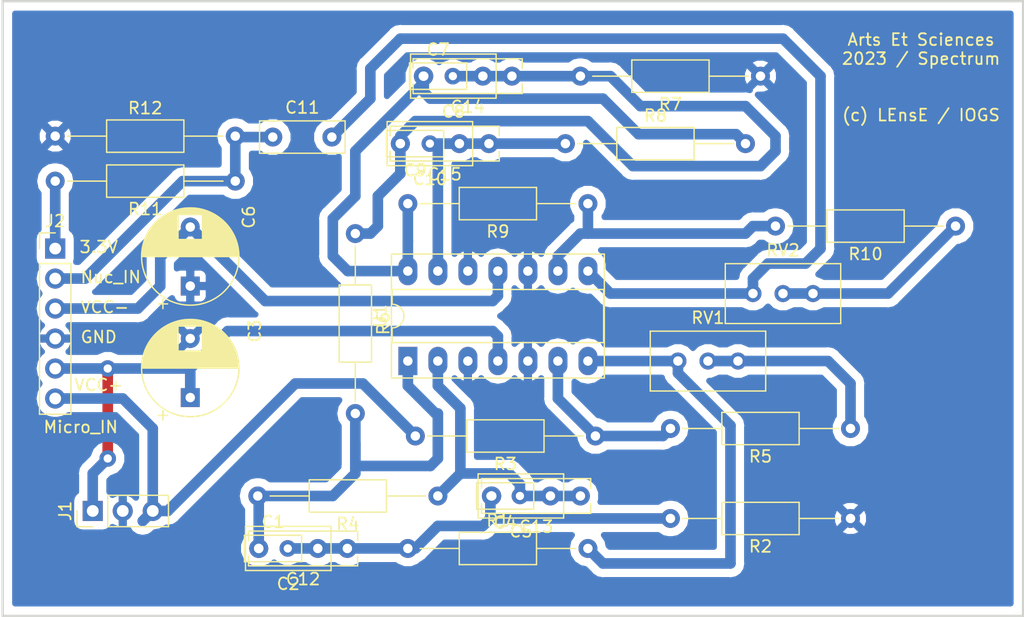
<source format=kicad_pcb>
(kicad_pcb (version 20171130) (host pcbnew "(5.0.1)-4")

  (general
    (thickness 1.6)
    (drawings 12)
    (tracks 147)
    (zones 0)
    (modules 32)
    (nets 19)
  )

  (page A4)
  (layers
    (0 F.Cu signal)
    (31 B.Cu signal)
    (32 B.Adhes user)
    (33 F.Adhes user)
    (34 B.Paste user)
    (35 F.Paste user)
    (36 B.SilkS user)
    (37 F.SilkS user)
    (38 B.Mask user)
    (39 F.Mask user)
    (40 Dwgs.User user)
    (41 Cmts.User user)
    (42 Eco1.User user)
    (43 Eco2.User user)
    (44 Edge.Cuts user)
    (45 Margin user)
    (46 B.CrtYd user)
    (47 F.CrtYd user)
    (48 B.Fab user)
    (49 F.Fab user)
  )

  (setup
    (last_trace_width 0.25)
    (trace_clearance 0.2)
    (zone_clearance 0.7)
    (zone_45_only no)
    (trace_min 0.2)
    (segment_width 0.2)
    (edge_width 0.1)
    (via_size 0.8)
    (via_drill 0.4)
    (via_min_size 0.4)
    (via_min_drill 0.3)
    (uvia_size 0.3)
    (uvia_drill 0.1)
    (uvias_allowed no)
    (uvia_min_size 0.2)
    (uvia_min_drill 0.1)
    (pcb_text_width 0.3)
    (pcb_text_size 1.5 1.5)
    (mod_edge_width 0.15)
    (mod_text_size 1 1)
    (mod_text_width 0.15)
    (pad_size 1.5 1.5)
    (pad_drill 0.6)
    (pad_to_mask_clearance 0)
    (solder_mask_min_width 0.25)
    (aux_axis_origin 0 0)
    (visible_elements 7FFFFFFF)
    (pcbplotparams
      (layerselection 0x010fc_ffffffff)
      (usegerberextensions false)
      (usegerberattributes false)
      (usegerberadvancedattributes false)
      (creategerberjobfile false)
      (excludeedgelayer true)
      (linewidth 0.100000)
      (plotframeref false)
      (viasonmask false)
      (mode 1)
      (useauxorigin false)
      (hpglpennumber 1)
      (hpglpenspeed 20)
      (hpglpendiameter 15.000000)
      (psnegative false)
      (psa4output false)
      (plotreference true)
      (plotvalue true)
      (plotinvisibletext false)
      (padsonsilk false)
      (subtractmaskfromsilk false)
      (outputformat 1)
      (mirror false)
      (drillshape 0)
      (scaleselection 1)
      (outputdirectory "gerber/"))
  )

  (net 0 "")
  (net 1 "Net-(C1-Pad2)")
  (net 2 "Net-(C1-Pad1)")
  (net 3 GND)
  (net 4 VCC+)
  (net 5 "Net-(C13-Pad1)")
  (net 6 VCC-)
  (net 7 "Net-(C10-Pad2)")
  (net 8 "Net-(C10-Pad1)")
  (net 9 In_Nuc_B1)
  (net 10 Out_B1)
  (net 11 Vin_micro)
  (net 12 3.3V)
  (net 13 Vout_micro)
  (net 14 "Net-(R3-Pad1)")
  (net 15 "Net-(R5-Pad1)")
  (net 16 "Net-(R10-Pad2)")
  (net 17 Out_Filtre)
  (net 18 "Net-(R10-Pad1)")

  (net_class Default "Ceci est la Netclass par défaut."
    (clearance 0.2)
    (trace_width 0.25)
    (via_dia 0.8)
    (via_drill 0.4)
    (uvia_dia 0.3)
    (uvia_drill 0.1)
  )

  (net_class Piste1mm ""
    (clearance 0.2)
    (trace_width 0.9)
    (via_dia 0.8)
    (via_drill 0.4)
    (uvia_dia 0.3)
    (uvia_drill 0.1)
    (add_net 3.3V)
    (add_net GND)
    (add_net In_Nuc_B1)
    (add_net "Net-(C1-Pad1)")
    (add_net "Net-(C1-Pad2)")
    (add_net "Net-(C10-Pad1)")
    (add_net "Net-(C10-Pad2)")
    (add_net "Net-(C13-Pad1)")
    (add_net "Net-(R10-Pad1)")
    (add_net "Net-(R10-Pad2)")
    (add_net "Net-(R3-Pad1)")
    (add_net "Net-(R5-Pad1)")
    (add_net Out_B1)
    (add_net Out_Filtre)
    (add_net VCC+)
    (add_net VCC-)
    (add_net Vin_micro)
    (add_net Vout_micro)
  )

  (module Connector_PinHeader_2.54mm:PinHeader_1x03_P2.54mm_Vertical (layer F.Cu) (tedit 59FED5CC) (tstamp 655CB94A)
    (at 165.1 73.66 90)
    (descr "Through hole straight pin header, 1x03, 2.54mm pitch, single row")
    (tags "Through hole pin header THT 1x03 2.54mm single row")
    (path /65620D61)
    (fp_text reference J1 (at 0 -2.33 90) (layer F.SilkS)
      (effects (font (size 1 1) (thickness 0.15)))
    )
    (fp_text value Micro_test (at 0 7.41 90) (layer F.Fab)
      (effects (font (size 1 1) (thickness 0.15)))
    )
    (fp_line (start 1.8 -1.8) (end -1.8 -1.8) (layer F.CrtYd) (width 0.05))
    (fp_line (start 1.8 6.85) (end 1.8 -1.8) (layer F.CrtYd) (width 0.05))
    (fp_line (start -1.8 6.85) (end 1.8 6.85) (layer F.CrtYd) (width 0.05))
    (fp_line (start -1.8 -1.8) (end -1.8 6.85) (layer F.CrtYd) (width 0.05))
    (fp_line (start -1.33 -1.33) (end 0 -1.33) (layer F.SilkS) (width 0.12))
    (fp_line (start -1.33 0) (end -1.33 -1.33) (layer F.SilkS) (width 0.12))
    (fp_line (start -1.33 1.27) (end 1.33 1.27) (layer F.SilkS) (width 0.12))
    (fp_line (start 1.33 1.27) (end 1.33 6.41) (layer F.SilkS) (width 0.12))
    (fp_line (start -1.33 1.27) (end -1.33 6.41) (layer F.SilkS) (width 0.12))
    (fp_line (start -1.33 6.41) (end 1.33 6.41) (layer F.SilkS) (width 0.12))
    (fp_line (start -1.27 -0.635) (end -0.635 -1.27) (layer F.Fab) (width 0.1))
    (fp_line (start -1.27 6.35) (end -1.27 -0.635) (layer F.Fab) (width 0.1))
    (fp_line (start 1.27 6.35) (end -1.27 6.35) (layer F.Fab) (width 0.1))
    (fp_line (start 1.27 -1.27) (end 1.27 6.35) (layer F.Fab) (width 0.1))
    (fp_line (start -0.635 -1.27) (end 1.27 -1.27) (layer F.Fab) (width 0.1))
    (fp_text user %R (at 0 2.54 180) (layer F.Fab)
      (effects (font (size 1 1) (thickness 0.15)))
    )
    (pad 1 thru_hole rect (at 0 0 90) (size 1.7 1.7) (drill 1) (layers *.Cu *.Mask)
      (net 4 VCC+))
    (pad 2 thru_hole oval (at 0 2.54 90) (size 1.7 1.7) (drill 1) (layers *.Cu *.Mask)
      (net 3 GND))
    (pad 3 thru_hole oval (at 0 5.08 90) (size 1.7 1.7) (drill 1) (layers *.Cu *.Mask)
      (net 11 Vin_micro))
    (model ${KISYS3DMOD}/Connector_PinHeader_2.54mm.3dshapes/PinHeader_1x03_P2.54mm_Vertical.wrl
      (at (xyz 0 0 0))
      (scale (xyz 1 1 1))
      (rotate (xyz 0 0 0))
    )
  )

  (module Capacitor_THT:C_Rect_L4.6mm_W2.0mm_P2.50mm_MKS02_FKP02 (layer F.Cu) (tedit 5AE50EF0) (tstamp 655CB6F5)
    (at 179.11 76.835)
    (descr "C, Rect series, Radial, pin pitch=2.50mm, , length*width=4.6*2mm^2, Capacitor, http://www.wima.de/DE/WIMA_MKS_02.pdf")
    (tags "C Rect series Radial pin pitch 2.50mm  length 4.6mm width 2mm Capacitor")
    (path /655E0793)
    (fp_text reference C1 (at 1.25 -2.25) (layer F.SilkS)
      (effects (font (size 1 1) (thickness 0.15)))
    )
    (fp_text value C (at 1.25 2.25) (layer F.Fab)
      (effects (font (size 1 1) (thickness 0.15)))
    )
    (fp_line (start -1.05 -1) (end -1.05 1) (layer F.Fab) (width 0.1))
    (fp_line (start -1.05 1) (end 3.55 1) (layer F.Fab) (width 0.1))
    (fp_line (start 3.55 1) (end 3.55 -1) (layer F.Fab) (width 0.1))
    (fp_line (start 3.55 -1) (end -1.05 -1) (layer F.Fab) (width 0.1))
    (fp_line (start -1.17 -1.12) (end 3.67 -1.12) (layer F.SilkS) (width 0.12))
    (fp_line (start -1.17 1.12) (end 3.67 1.12) (layer F.SilkS) (width 0.12))
    (fp_line (start -1.17 -1.12) (end -1.17 1.12) (layer F.SilkS) (width 0.12))
    (fp_line (start 3.67 -1.12) (end 3.67 1.12) (layer F.SilkS) (width 0.12))
    (fp_line (start -1.3 -1.25) (end -1.3 1.25) (layer F.CrtYd) (width 0.05))
    (fp_line (start -1.3 1.25) (end 3.8 1.25) (layer F.CrtYd) (width 0.05))
    (fp_line (start 3.8 1.25) (end 3.8 -1.25) (layer F.CrtYd) (width 0.05))
    (fp_line (start 3.8 -1.25) (end -1.3 -1.25) (layer F.CrtYd) (width 0.05))
    (fp_text user %R (at 1.25 0) (layer F.Fab)
      (effects (font (size 0.92 0.92) (thickness 0.138)))
    )
    (pad 2 thru_hole circle (at 2.5 0) (size 1.4 1.4) (drill 0.7) (layers *.Cu *.Mask)
      (net 1 "Net-(C1-Pad2)"))
    (pad 1 thru_hole circle (at 0 0) (size 1.4 1.4) (drill 0.7) (layers *.Cu *.Mask)
      (net 2 "Net-(C1-Pad1)"))
    (model ${KISYS3DMOD}/Capacitor_THT.3dshapes/C_Rect_L4.6mm_W2.0mm_P2.50mm_MKS02_FKP02.wrl
      (at (xyz 0 0 0))
      (scale (xyz 1 1 1))
      (rotate (xyz 0 0 0))
    )
  )

  (module Capacitor_THT:C_Rect_L7.0mm_W3.5mm_P5.00mm (layer F.Cu) (tedit 5AE50EF0) (tstamp 655CB708)
    (at 184.15 76.835 180)
    (descr "C, Rect series, Radial, pin pitch=5.00mm, , length*width=7*3.5mm^2, Capacitor")
    (tags "C Rect series Radial pin pitch 5.00mm  length 7mm width 3.5mm Capacitor")
    (path /655FCBFA)
    (fp_text reference C2 (at 2.5 -3 180) (layer F.SilkS)
      (effects (font (size 1 1) (thickness 0.15)))
    )
    (fp_text value C (at 2.5 3 180) (layer F.Fab)
      (effects (font (size 1 1) (thickness 0.15)))
    )
    (fp_line (start 6.25 -2) (end -1.25 -2) (layer F.CrtYd) (width 0.05))
    (fp_line (start 6.25 2) (end 6.25 -2) (layer F.CrtYd) (width 0.05))
    (fp_line (start -1.25 2) (end 6.25 2) (layer F.CrtYd) (width 0.05))
    (fp_line (start -1.25 -2) (end -1.25 2) (layer F.CrtYd) (width 0.05))
    (fp_line (start 6.12 -1.87) (end 6.12 1.87) (layer F.SilkS) (width 0.12))
    (fp_line (start -1.12 -1.87) (end -1.12 1.87) (layer F.SilkS) (width 0.12))
    (fp_line (start -1.12 1.87) (end 6.12 1.87) (layer F.SilkS) (width 0.12))
    (fp_line (start -1.12 -1.87) (end 6.12 -1.87) (layer F.SilkS) (width 0.12))
    (fp_line (start 6 -1.75) (end -1 -1.75) (layer F.Fab) (width 0.1))
    (fp_line (start 6 1.75) (end 6 -1.75) (layer F.Fab) (width 0.1))
    (fp_line (start -1 1.75) (end 6 1.75) (layer F.Fab) (width 0.1))
    (fp_line (start -1 -1.75) (end -1 1.75) (layer F.Fab) (width 0.1))
    (fp_text user %R (at 2.5 0 180) (layer F.Fab)
      (effects (font (size 1 1) (thickness 0.15)))
    )
    (pad 1 thru_hole circle (at 0 0 180) (size 1.6 1.6) (drill 0.8) (layers *.Cu *.Mask)
      (net 1 "Net-(C1-Pad2)"))
    (pad 2 thru_hole circle (at 5 0 180) (size 1.6 1.6) (drill 0.8) (layers *.Cu *.Mask)
      (net 2 "Net-(C1-Pad1)"))
    (model ${KISYS3DMOD}/Capacitor_THT.3dshapes/C_Rect_L7.0mm_W3.5mm_P5.00mm.wrl
      (at (xyz 0 0 0))
      (scale (xyz 1 1 1))
      (rotate (xyz 0 0 0))
    )
  )

  (module Capacitor_THT:CP_Radial_D8.0mm_P5.00mm (layer F.Cu) (tedit 5AE50EF0) (tstamp 655CB7B1)
    (at 173.355 64.055 90)
    (descr "CP, Radial series, Radial, pin pitch=5.00mm, , diameter=8mm, Electrolytic Capacitor")
    (tags "CP Radial series Radial pin pitch 5.00mm  diameter 8mm Electrolytic Capacitor")
    (path /6575AAA0)
    (fp_text reference C3 (at 5.635 5.461 90) (layer F.SilkS)
      (effects (font (size 1 1) (thickness 0.15)))
    )
    (fp_text value 100uF (at 2.5 5.25 90) (layer F.Fab)
      (effects (font (size 1 1) (thickness 0.15)))
    )
    (fp_circle (center 2.5 0) (end 6.5 0) (layer F.Fab) (width 0.1))
    (fp_circle (center 2.5 0) (end 6.62 0) (layer F.SilkS) (width 0.12))
    (fp_circle (center 2.5 0) (end 6.75 0) (layer F.CrtYd) (width 0.05))
    (fp_line (start -0.926759 -1.7475) (end -0.126759 -1.7475) (layer F.Fab) (width 0.1))
    (fp_line (start -0.526759 -2.1475) (end -0.526759 -1.3475) (layer F.Fab) (width 0.1))
    (fp_line (start 2.5 -4.08) (end 2.5 4.08) (layer F.SilkS) (width 0.12))
    (fp_line (start 2.54 -4.08) (end 2.54 4.08) (layer F.SilkS) (width 0.12))
    (fp_line (start 2.58 -4.08) (end 2.58 4.08) (layer F.SilkS) (width 0.12))
    (fp_line (start 2.62 -4.079) (end 2.62 4.079) (layer F.SilkS) (width 0.12))
    (fp_line (start 2.66 -4.077) (end 2.66 4.077) (layer F.SilkS) (width 0.12))
    (fp_line (start 2.7 -4.076) (end 2.7 4.076) (layer F.SilkS) (width 0.12))
    (fp_line (start 2.74 -4.074) (end 2.74 4.074) (layer F.SilkS) (width 0.12))
    (fp_line (start 2.78 -4.071) (end 2.78 4.071) (layer F.SilkS) (width 0.12))
    (fp_line (start 2.82 -4.068) (end 2.82 4.068) (layer F.SilkS) (width 0.12))
    (fp_line (start 2.86 -4.065) (end 2.86 4.065) (layer F.SilkS) (width 0.12))
    (fp_line (start 2.9 -4.061) (end 2.9 4.061) (layer F.SilkS) (width 0.12))
    (fp_line (start 2.94 -4.057) (end 2.94 4.057) (layer F.SilkS) (width 0.12))
    (fp_line (start 2.98 -4.052) (end 2.98 4.052) (layer F.SilkS) (width 0.12))
    (fp_line (start 3.02 -4.048) (end 3.02 4.048) (layer F.SilkS) (width 0.12))
    (fp_line (start 3.06 -4.042) (end 3.06 4.042) (layer F.SilkS) (width 0.12))
    (fp_line (start 3.1 -4.037) (end 3.1 4.037) (layer F.SilkS) (width 0.12))
    (fp_line (start 3.14 -4.03) (end 3.14 4.03) (layer F.SilkS) (width 0.12))
    (fp_line (start 3.18 -4.024) (end 3.18 4.024) (layer F.SilkS) (width 0.12))
    (fp_line (start 3.221 -4.017) (end 3.221 4.017) (layer F.SilkS) (width 0.12))
    (fp_line (start 3.261 -4.01) (end 3.261 4.01) (layer F.SilkS) (width 0.12))
    (fp_line (start 3.301 -4.002) (end 3.301 4.002) (layer F.SilkS) (width 0.12))
    (fp_line (start 3.341 -3.994) (end 3.341 3.994) (layer F.SilkS) (width 0.12))
    (fp_line (start 3.381 -3.985) (end 3.381 3.985) (layer F.SilkS) (width 0.12))
    (fp_line (start 3.421 -3.976) (end 3.421 3.976) (layer F.SilkS) (width 0.12))
    (fp_line (start 3.461 -3.967) (end 3.461 3.967) (layer F.SilkS) (width 0.12))
    (fp_line (start 3.501 -3.957) (end 3.501 3.957) (layer F.SilkS) (width 0.12))
    (fp_line (start 3.541 -3.947) (end 3.541 3.947) (layer F.SilkS) (width 0.12))
    (fp_line (start 3.581 -3.936) (end 3.581 3.936) (layer F.SilkS) (width 0.12))
    (fp_line (start 3.621 -3.925) (end 3.621 3.925) (layer F.SilkS) (width 0.12))
    (fp_line (start 3.661 -3.914) (end 3.661 3.914) (layer F.SilkS) (width 0.12))
    (fp_line (start 3.701 -3.902) (end 3.701 3.902) (layer F.SilkS) (width 0.12))
    (fp_line (start 3.741 -3.889) (end 3.741 3.889) (layer F.SilkS) (width 0.12))
    (fp_line (start 3.781 -3.877) (end 3.781 3.877) (layer F.SilkS) (width 0.12))
    (fp_line (start 3.821 -3.863) (end 3.821 3.863) (layer F.SilkS) (width 0.12))
    (fp_line (start 3.861 -3.85) (end 3.861 3.85) (layer F.SilkS) (width 0.12))
    (fp_line (start 3.901 -3.835) (end 3.901 3.835) (layer F.SilkS) (width 0.12))
    (fp_line (start 3.941 -3.821) (end 3.941 3.821) (layer F.SilkS) (width 0.12))
    (fp_line (start 3.981 -3.805) (end 3.981 -1.04) (layer F.SilkS) (width 0.12))
    (fp_line (start 3.981 1.04) (end 3.981 3.805) (layer F.SilkS) (width 0.12))
    (fp_line (start 4.021 -3.79) (end 4.021 -1.04) (layer F.SilkS) (width 0.12))
    (fp_line (start 4.021 1.04) (end 4.021 3.79) (layer F.SilkS) (width 0.12))
    (fp_line (start 4.061 -3.774) (end 4.061 -1.04) (layer F.SilkS) (width 0.12))
    (fp_line (start 4.061 1.04) (end 4.061 3.774) (layer F.SilkS) (width 0.12))
    (fp_line (start 4.101 -3.757) (end 4.101 -1.04) (layer F.SilkS) (width 0.12))
    (fp_line (start 4.101 1.04) (end 4.101 3.757) (layer F.SilkS) (width 0.12))
    (fp_line (start 4.141 -3.74) (end 4.141 -1.04) (layer F.SilkS) (width 0.12))
    (fp_line (start 4.141 1.04) (end 4.141 3.74) (layer F.SilkS) (width 0.12))
    (fp_line (start 4.181 -3.722) (end 4.181 -1.04) (layer F.SilkS) (width 0.12))
    (fp_line (start 4.181 1.04) (end 4.181 3.722) (layer F.SilkS) (width 0.12))
    (fp_line (start 4.221 -3.704) (end 4.221 -1.04) (layer F.SilkS) (width 0.12))
    (fp_line (start 4.221 1.04) (end 4.221 3.704) (layer F.SilkS) (width 0.12))
    (fp_line (start 4.261 -3.686) (end 4.261 -1.04) (layer F.SilkS) (width 0.12))
    (fp_line (start 4.261 1.04) (end 4.261 3.686) (layer F.SilkS) (width 0.12))
    (fp_line (start 4.301 -3.666) (end 4.301 -1.04) (layer F.SilkS) (width 0.12))
    (fp_line (start 4.301 1.04) (end 4.301 3.666) (layer F.SilkS) (width 0.12))
    (fp_line (start 4.341 -3.647) (end 4.341 -1.04) (layer F.SilkS) (width 0.12))
    (fp_line (start 4.341 1.04) (end 4.341 3.647) (layer F.SilkS) (width 0.12))
    (fp_line (start 4.381 -3.627) (end 4.381 -1.04) (layer F.SilkS) (width 0.12))
    (fp_line (start 4.381 1.04) (end 4.381 3.627) (layer F.SilkS) (width 0.12))
    (fp_line (start 4.421 -3.606) (end 4.421 -1.04) (layer F.SilkS) (width 0.12))
    (fp_line (start 4.421 1.04) (end 4.421 3.606) (layer F.SilkS) (width 0.12))
    (fp_line (start 4.461 -3.584) (end 4.461 -1.04) (layer F.SilkS) (width 0.12))
    (fp_line (start 4.461 1.04) (end 4.461 3.584) (layer F.SilkS) (width 0.12))
    (fp_line (start 4.501 -3.562) (end 4.501 -1.04) (layer F.SilkS) (width 0.12))
    (fp_line (start 4.501 1.04) (end 4.501 3.562) (layer F.SilkS) (width 0.12))
    (fp_line (start 4.541 -3.54) (end 4.541 -1.04) (layer F.SilkS) (width 0.12))
    (fp_line (start 4.541 1.04) (end 4.541 3.54) (layer F.SilkS) (width 0.12))
    (fp_line (start 4.581 -3.517) (end 4.581 -1.04) (layer F.SilkS) (width 0.12))
    (fp_line (start 4.581 1.04) (end 4.581 3.517) (layer F.SilkS) (width 0.12))
    (fp_line (start 4.621 -3.493) (end 4.621 -1.04) (layer F.SilkS) (width 0.12))
    (fp_line (start 4.621 1.04) (end 4.621 3.493) (layer F.SilkS) (width 0.12))
    (fp_line (start 4.661 -3.469) (end 4.661 -1.04) (layer F.SilkS) (width 0.12))
    (fp_line (start 4.661 1.04) (end 4.661 3.469) (layer F.SilkS) (width 0.12))
    (fp_line (start 4.701 -3.444) (end 4.701 -1.04) (layer F.SilkS) (width 0.12))
    (fp_line (start 4.701 1.04) (end 4.701 3.444) (layer F.SilkS) (width 0.12))
    (fp_line (start 4.741 -3.418) (end 4.741 -1.04) (layer F.SilkS) (width 0.12))
    (fp_line (start 4.741 1.04) (end 4.741 3.418) (layer F.SilkS) (width 0.12))
    (fp_line (start 4.781 -3.392) (end 4.781 -1.04) (layer F.SilkS) (width 0.12))
    (fp_line (start 4.781 1.04) (end 4.781 3.392) (layer F.SilkS) (width 0.12))
    (fp_line (start 4.821 -3.365) (end 4.821 -1.04) (layer F.SilkS) (width 0.12))
    (fp_line (start 4.821 1.04) (end 4.821 3.365) (layer F.SilkS) (width 0.12))
    (fp_line (start 4.861 -3.338) (end 4.861 -1.04) (layer F.SilkS) (width 0.12))
    (fp_line (start 4.861 1.04) (end 4.861 3.338) (layer F.SilkS) (width 0.12))
    (fp_line (start 4.901 -3.309) (end 4.901 -1.04) (layer F.SilkS) (width 0.12))
    (fp_line (start 4.901 1.04) (end 4.901 3.309) (layer F.SilkS) (width 0.12))
    (fp_line (start 4.941 -3.28) (end 4.941 -1.04) (layer F.SilkS) (width 0.12))
    (fp_line (start 4.941 1.04) (end 4.941 3.28) (layer F.SilkS) (width 0.12))
    (fp_line (start 4.981 -3.25) (end 4.981 -1.04) (layer F.SilkS) (width 0.12))
    (fp_line (start 4.981 1.04) (end 4.981 3.25) (layer F.SilkS) (width 0.12))
    (fp_line (start 5.021 -3.22) (end 5.021 -1.04) (layer F.SilkS) (width 0.12))
    (fp_line (start 5.021 1.04) (end 5.021 3.22) (layer F.SilkS) (width 0.12))
    (fp_line (start 5.061 -3.189) (end 5.061 -1.04) (layer F.SilkS) (width 0.12))
    (fp_line (start 5.061 1.04) (end 5.061 3.189) (layer F.SilkS) (width 0.12))
    (fp_line (start 5.101 -3.156) (end 5.101 -1.04) (layer F.SilkS) (width 0.12))
    (fp_line (start 5.101 1.04) (end 5.101 3.156) (layer F.SilkS) (width 0.12))
    (fp_line (start 5.141 -3.124) (end 5.141 -1.04) (layer F.SilkS) (width 0.12))
    (fp_line (start 5.141 1.04) (end 5.141 3.124) (layer F.SilkS) (width 0.12))
    (fp_line (start 5.181 -3.09) (end 5.181 -1.04) (layer F.SilkS) (width 0.12))
    (fp_line (start 5.181 1.04) (end 5.181 3.09) (layer F.SilkS) (width 0.12))
    (fp_line (start 5.221 -3.055) (end 5.221 -1.04) (layer F.SilkS) (width 0.12))
    (fp_line (start 5.221 1.04) (end 5.221 3.055) (layer F.SilkS) (width 0.12))
    (fp_line (start 5.261 -3.019) (end 5.261 -1.04) (layer F.SilkS) (width 0.12))
    (fp_line (start 5.261 1.04) (end 5.261 3.019) (layer F.SilkS) (width 0.12))
    (fp_line (start 5.301 -2.983) (end 5.301 -1.04) (layer F.SilkS) (width 0.12))
    (fp_line (start 5.301 1.04) (end 5.301 2.983) (layer F.SilkS) (width 0.12))
    (fp_line (start 5.341 -2.945) (end 5.341 -1.04) (layer F.SilkS) (width 0.12))
    (fp_line (start 5.341 1.04) (end 5.341 2.945) (layer F.SilkS) (width 0.12))
    (fp_line (start 5.381 -2.907) (end 5.381 -1.04) (layer F.SilkS) (width 0.12))
    (fp_line (start 5.381 1.04) (end 5.381 2.907) (layer F.SilkS) (width 0.12))
    (fp_line (start 5.421 -2.867) (end 5.421 -1.04) (layer F.SilkS) (width 0.12))
    (fp_line (start 5.421 1.04) (end 5.421 2.867) (layer F.SilkS) (width 0.12))
    (fp_line (start 5.461 -2.826) (end 5.461 -1.04) (layer F.SilkS) (width 0.12))
    (fp_line (start 5.461 1.04) (end 5.461 2.826) (layer F.SilkS) (width 0.12))
    (fp_line (start 5.501 -2.784) (end 5.501 -1.04) (layer F.SilkS) (width 0.12))
    (fp_line (start 5.501 1.04) (end 5.501 2.784) (layer F.SilkS) (width 0.12))
    (fp_line (start 5.541 -2.741) (end 5.541 -1.04) (layer F.SilkS) (width 0.12))
    (fp_line (start 5.541 1.04) (end 5.541 2.741) (layer F.SilkS) (width 0.12))
    (fp_line (start 5.581 -2.697) (end 5.581 -1.04) (layer F.SilkS) (width 0.12))
    (fp_line (start 5.581 1.04) (end 5.581 2.697) (layer F.SilkS) (width 0.12))
    (fp_line (start 5.621 -2.651) (end 5.621 -1.04) (layer F.SilkS) (width 0.12))
    (fp_line (start 5.621 1.04) (end 5.621 2.651) (layer F.SilkS) (width 0.12))
    (fp_line (start 5.661 -2.604) (end 5.661 -1.04) (layer F.SilkS) (width 0.12))
    (fp_line (start 5.661 1.04) (end 5.661 2.604) (layer F.SilkS) (width 0.12))
    (fp_line (start 5.701 -2.556) (end 5.701 -1.04) (layer F.SilkS) (width 0.12))
    (fp_line (start 5.701 1.04) (end 5.701 2.556) (layer F.SilkS) (width 0.12))
    (fp_line (start 5.741 -2.505) (end 5.741 -1.04) (layer F.SilkS) (width 0.12))
    (fp_line (start 5.741 1.04) (end 5.741 2.505) (layer F.SilkS) (width 0.12))
    (fp_line (start 5.781 -2.454) (end 5.781 -1.04) (layer F.SilkS) (width 0.12))
    (fp_line (start 5.781 1.04) (end 5.781 2.454) (layer F.SilkS) (width 0.12))
    (fp_line (start 5.821 -2.4) (end 5.821 -1.04) (layer F.SilkS) (width 0.12))
    (fp_line (start 5.821 1.04) (end 5.821 2.4) (layer F.SilkS) (width 0.12))
    (fp_line (start 5.861 -2.345) (end 5.861 -1.04) (layer F.SilkS) (width 0.12))
    (fp_line (start 5.861 1.04) (end 5.861 2.345) (layer F.SilkS) (width 0.12))
    (fp_line (start 5.901 -2.287) (end 5.901 -1.04) (layer F.SilkS) (width 0.12))
    (fp_line (start 5.901 1.04) (end 5.901 2.287) (layer F.SilkS) (width 0.12))
    (fp_line (start 5.941 -2.228) (end 5.941 -1.04) (layer F.SilkS) (width 0.12))
    (fp_line (start 5.941 1.04) (end 5.941 2.228) (layer F.SilkS) (width 0.12))
    (fp_line (start 5.981 -2.166) (end 5.981 -1.04) (layer F.SilkS) (width 0.12))
    (fp_line (start 5.981 1.04) (end 5.981 2.166) (layer F.SilkS) (width 0.12))
    (fp_line (start 6.021 -2.102) (end 6.021 -1.04) (layer F.SilkS) (width 0.12))
    (fp_line (start 6.021 1.04) (end 6.021 2.102) (layer F.SilkS) (width 0.12))
    (fp_line (start 6.061 -2.034) (end 6.061 2.034) (layer F.SilkS) (width 0.12))
    (fp_line (start 6.101 -1.964) (end 6.101 1.964) (layer F.SilkS) (width 0.12))
    (fp_line (start 6.141 -1.89) (end 6.141 1.89) (layer F.SilkS) (width 0.12))
    (fp_line (start 6.181 -1.813) (end 6.181 1.813) (layer F.SilkS) (width 0.12))
    (fp_line (start 6.221 -1.731) (end 6.221 1.731) (layer F.SilkS) (width 0.12))
    (fp_line (start 6.261 -1.645) (end 6.261 1.645) (layer F.SilkS) (width 0.12))
    (fp_line (start 6.301 -1.552) (end 6.301 1.552) (layer F.SilkS) (width 0.12))
    (fp_line (start 6.341 -1.453) (end 6.341 1.453) (layer F.SilkS) (width 0.12))
    (fp_line (start 6.381 -1.346) (end 6.381 1.346) (layer F.SilkS) (width 0.12))
    (fp_line (start 6.421 -1.229) (end 6.421 1.229) (layer F.SilkS) (width 0.12))
    (fp_line (start 6.461 -1.098) (end 6.461 1.098) (layer F.SilkS) (width 0.12))
    (fp_line (start 6.501 -0.948) (end 6.501 0.948) (layer F.SilkS) (width 0.12))
    (fp_line (start 6.541 -0.768) (end 6.541 0.768) (layer F.SilkS) (width 0.12))
    (fp_line (start 6.581 -0.533) (end 6.581 0.533) (layer F.SilkS) (width 0.12))
    (fp_line (start -1.909698 -2.315) (end -1.109698 -2.315) (layer F.SilkS) (width 0.12))
    (fp_line (start -1.509698 -2.715) (end -1.509698 -1.915) (layer F.SilkS) (width 0.12))
    (fp_text user %R (at 2.5 0 90) (layer F.Fab)
      (effects (font (size 1 1) (thickness 0.15)))
    )
    (pad 2 thru_hole circle (at 5 0 90) (size 1.6 1.6) (drill 0.8) (layers *.Cu *.Mask)
      (net 3 GND))
    (pad 1 thru_hole rect (at 0 0 90) (size 1.6 1.6) (drill 0.8) (layers *.Cu *.Mask)
      (net 4 VCC+))
    (model ${KISYS3DMOD}/Capacitor_THT.3dshapes/CP_Radial_D8.0mm_P5.00mm.wrl
      (at (xyz 0 0 0))
      (scale (xyz 1 1 1))
      (rotate (xyz 0 0 0))
    )
  )

  (module Capacitor_THT:C_Rect_L4.6mm_W2.0mm_P2.50mm_MKS02_FKP02 (layer F.Cu) (tedit 5AE50EF0) (tstamp 655CB7C4)
    (at 201.255 72.39 180)
    (descr "C, Rect series, Radial, pin pitch=2.50mm, , length*width=4.6*2mm^2, Capacitor, http://www.wima.de/DE/WIMA_MKS_02.pdf")
    (tags "C Rect series Radial pin pitch 2.50mm  length 4.6mm width 2mm Capacitor")
    (path /655DFBB1)
    (fp_text reference C4 (at 1.25 -2.25 180) (layer F.SilkS)
      (effects (font (size 1 1) (thickness 0.15)))
    )
    (fp_text value C (at 1.25 2.25 180) (layer F.Fab)
      (effects (font (size 1 1) (thickness 0.15)))
    )
    (fp_line (start 3.8 -1.25) (end -1.3 -1.25) (layer F.CrtYd) (width 0.05))
    (fp_line (start 3.8 1.25) (end 3.8 -1.25) (layer F.CrtYd) (width 0.05))
    (fp_line (start -1.3 1.25) (end 3.8 1.25) (layer F.CrtYd) (width 0.05))
    (fp_line (start -1.3 -1.25) (end -1.3 1.25) (layer F.CrtYd) (width 0.05))
    (fp_line (start 3.67 -1.12) (end 3.67 1.12) (layer F.SilkS) (width 0.12))
    (fp_line (start -1.17 -1.12) (end -1.17 1.12) (layer F.SilkS) (width 0.12))
    (fp_line (start -1.17 1.12) (end 3.67 1.12) (layer F.SilkS) (width 0.12))
    (fp_line (start -1.17 -1.12) (end 3.67 -1.12) (layer F.SilkS) (width 0.12))
    (fp_line (start 3.55 -1) (end -1.05 -1) (layer F.Fab) (width 0.1))
    (fp_line (start 3.55 1) (end 3.55 -1) (layer F.Fab) (width 0.1))
    (fp_line (start -1.05 1) (end 3.55 1) (layer F.Fab) (width 0.1))
    (fp_line (start -1.05 -1) (end -1.05 1) (layer F.Fab) (width 0.1))
    (fp_text user %R (at 1.25 0 180) (layer F.Fab)
      (effects (font (size 0.92 0.92) (thickness 0.138)))
    )
    (pad 1 thru_hole circle (at 0 0 180) (size 1.4 1.4) (drill 0.7) (layers *.Cu *.Mask)
      (net 5 "Net-(C13-Pad1)"))
    (pad 2 thru_hole circle (at 2.5 0 180) (size 1.4 1.4) (drill 0.7) (layers *.Cu *.Mask)
      (net 1 "Net-(C1-Pad2)"))
    (model ${KISYS3DMOD}/Capacitor_THT.3dshapes/C_Rect_L4.6mm_W2.0mm_P2.50mm_MKS02_FKP02.wrl
      (at (xyz 0 0 0))
      (scale (xyz 1 1 1))
      (rotate (xyz 0 0 0))
    )
  )

  (module Capacitor_THT:C_Rect_L7.0mm_W3.5mm_P5.00mm (layer F.Cu) (tedit 5AE50EF0) (tstamp 655CB7D7)
    (at 203.835 72.39 180)
    (descr "C, Rect series, Radial, pin pitch=5.00mm, , length*width=7*3.5mm^2, Capacitor")
    (tags "C Rect series Radial pin pitch 5.00mm  length 7mm width 3.5mm Capacitor")
    (path /655FA8E1)
    (fp_text reference C5 (at 2.5 -3 180) (layer F.SilkS)
      (effects (font (size 1 1) (thickness 0.15)))
    )
    (fp_text value C (at 2.5 3 180) (layer F.Fab)
      (effects (font (size 1 1) (thickness 0.15)))
    )
    (fp_line (start -1 -1.75) (end -1 1.75) (layer F.Fab) (width 0.1))
    (fp_line (start -1 1.75) (end 6 1.75) (layer F.Fab) (width 0.1))
    (fp_line (start 6 1.75) (end 6 -1.75) (layer F.Fab) (width 0.1))
    (fp_line (start 6 -1.75) (end -1 -1.75) (layer F.Fab) (width 0.1))
    (fp_line (start -1.12 -1.87) (end 6.12 -1.87) (layer F.SilkS) (width 0.12))
    (fp_line (start -1.12 1.87) (end 6.12 1.87) (layer F.SilkS) (width 0.12))
    (fp_line (start -1.12 -1.87) (end -1.12 1.87) (layer F.SilkS) (width 0.12))
    (fp_line (start 6.12 -1.87) (end 6.12 1.87) (layer F.SilkS) (width 0.12))
    (fp_line (start -1.25 -2) (end -1.25 2) (layer F.CrtYd) (width 0.05))
    (fp_line (start -1.25 2) (end 6.25 2) (layer F.CrtYd) (width 0.05))
    (fp_line (start 6.25 2) (end 6.25 -2) (layer F.CrtYd) (width 0.05))
    (fp_line (start 6.25 -2) (end -1.25 -2) (layer F.CrtYd) (width 0.05))
    (fp_text user %R (at 2.5 0 180) (layer F.Fab)
      (effects (font (size 1 1) (thickness 0.15)))
    )
    (pad 2 thru_hole circle (at 5 0 180) (size 1.6 1.6) (drill 0.8) (layers *.Cu *.Mask)
      (net 1 "Net-(C1-Pad2)"))
    (pad 1 thru_hole circle (at 0 0 180) (size 1.6 1.6) (drill 0.8) (layers *.Cu *.Mask)
      (net 5 "Net-(C13-Pad1)"))
    (model ${KISYS3DMOD}/Capacitor_THT.3dshapes/C_Rect_L7.0mm_W3.5mm_P5.00mm.wrl
      (at (xyz 0 0 0))
      (scale (xyz 1 1 1))
      (rotate (xyz 0 0 0))
    )
  )

  (module Capacitor_THT:CP_Radial_D8.0mm_P5.00mm locked (layer F.Cu) (tedit 5AE50EF0) (tstamp 655CB880)
    (at 173.355 54.61 90)
    (descr "CP, Radial series, Radial, pin pitch=5.00mm, , diameter=8mm, Electrolytic Capacitor")
    (tags "CP Radial series Radial pin pitch 5.00mm  diameter 8mm Electrolytic Capacitor")
    (path /6575CA3A)
    (fp_text reference C6 (at 5.842 4.953 90) (layer F.SilkS)
      (effects (font (size 1 1) (thickness 0.15)))
    )
    (fp_text value 100uF (at 2.5 5.25 90) (layer F.Fab)
      (effects (font (size 1 1) (thickness 0.15)))
    )
    (fp_line (start -1.509698 -2.715) (end -1.509698 -1.915) (layer F.SilkS) (width 0.12))
    (fp_line (start -1.909698 -2.315) (end -1.109698 -2.315) (layer F.SilkS) (width 0.12))
    (fp_line (start 6.581 -0.533) (end 6.581 0.533) (layer F.SilkS) (width 0.12))
    (fp_line (start 6.541 -0.768) (end 6.541 0.768) (layer F.SilkS) (width 0.12))
    (fp_line (start 6.501 -0.948) (end 6.501 0.948) (layer F.SilkS) (width 0.12))
    (fp_line (start 6.461 -1.098) (end 6.461 1.098) (layer F.SilkS) (width 0.12))
    (fp_line (start 6.421 -1.229) (end 6.421 1.229) (layer F.SilkS) (width 0.12))
    (fp_line (start 6.381 -1.346) (end 6.381 1.346) (layer F.SilkS) (width 0.12))
    (fp_line (start 6.341 -1.453) (end 6.341 1.453) (layer F.SilkS) (width 0.12))
    (fp_line (start 6.301 -1.552) (end 6.301 1.552) (layer F.SilkS) (width 0.12))
    (fp_line (start 6.261 -1.645) (end 6.261 1.645) (layer F.SilkS) (width 0.12))
    (fp_line (start 6.221 -1.731) (end 6.221 1.731) (layer F.SilkS) (width 0.12))
    (fp_line (start 6.181 -1.813) (end 6.181 1.813) (layer F.SilkS) (width 0.12))
    (fp_line (start 6.141 -1.89) (end 6.141 1.89) (layer F.SilkS) (width 0.12))
    (fp_line (start 6.101 -1.964) (end 6.101 1.964) (layer F.SilkS) (width 0.12))
    (fp_line (start 6.061 -2.034) (end 6.061 2.034) (layer F.SilkS) (width 0.12))
    (fp_line (start 6.021 1.04) (end 6.021 2.102) (layer F.SilkS) (width 0.12))
    (fp_line (start 6.021 -2.102) (end 6.021 -1.04) (layer F.SilkS) (width 0.12))
    (fp_line (start 5.981 1.04) (end 5.981 2.166) (layer F.SilkS) (width 0.12))
    (fp_line (start 5.981 -2.166) (end 5.981 -1.04) (layer F.SilkS) (width 0.12))
    (fp_line (start 5.941 1.04) (end 5.941 2.228) (layer F.SilkS) (width 0.12))
    (fp_line (start 5.941 -2.228) (end 5.941 -1.04) (layer F.SilkS) (width 0.12))
    (fp_line (start 5.901 1.04) (end 5.901 2.287) (layer F.SilkS) (width 0.12))
    (fp_line (start 5.901 -2.287) (end 5.901 -1.04) (layer F.SilkS) (width 0.12))
    (fp_line (start 5.861 1.04) (end 5.861 2.345) (layer F.SilkS) (width 0.12))
    (fp_line (start 5.861 -2.345) (end 5.861 -1.04) (layer F.SilkS) (width 0.12))
    (fp_line (start 5.821 1.04) (end 5.821 2.4) (layer F.SilkS) (width 0.12))
    (fp_line (start 5.821 -2.4) (end 5.821 -1.04) (layer F.SilkS) (width 0.12))
    (fp_line (start 5.781 1.04) (end 5.781 2.454) (layer F.SilkS) (width 0.12))
    (fp_line (start 5.781 -2.454) (end 5.781 -1.04) (layer F.SilkS) (width 0.12))
    (fp_line (start 5.741 1.04) (end 5.741 2.505) (layer F.SilkS) (width 0.12))
    (fp_line (start 5.741 -2.505) (end 5.741 -1.04) (layer F.SilkS) (width 0.12))
    (fp_line (start 5.701 1.04) (end 5.701 2.556) (layer F.SilkS) (width 0.12))
    (fp_line (start 5.701 -2.556) (end 5.701 -1.04) (layer F.SilkS) (width 0.12))
    (fp_line (start 5.661 1.04) (end 5.661 2.604) (layer F.SilkS) (width 0.12))
    (fp_line (start 5.661 -2.604) (end 5.661 -1.04) (layer F.SilkS) (width 0.12))
    (fp_line (start 5.621 1.04) (end 5.621 2.651) (layer F.SilkS) (width 0.12))
    (fp_line (start 5.621 -2.651) (end 5.621 -1.04) (layer F.SilkS) (width 0.12))
    (fp_line (start 5.581 1.04) (end 5.581 2.697) (layer F.SilkS) (width 0.12))
    (fp_line (start 5.581 -2.697) (end 5.581 -1.04) (layer F.SilkS) (width 0.12))
    (fp_line (start 5.541 1.04) (end 5.541 2.741) (layer F.SilkS) (width 0.12))
    (fp_line (start 5.541 -2.741) (end 5.541 -1.04) (layer F.SilkS) (width 0.12))
    (fp_line (start 5.501 1.04) (end 5.501 2.784) (layer F.SilkS) (width 0.12))
    (fp_line (start 5.501 -2.784) (end 5.501 -1.04) (layer F.SilkS) (width 0.12))
    (fp_line (start 5.461 1.04) (end 5.461 2.826) (layer F.SilkS) (width 0.12))
    (fp_line (start 5.461 -2.826) (end 5.461 -1.04) (layer F.SilkS) (width 0.12))
    (fp_line (start 5.421 1.04) (end 5.421 2.867) (layer F.SilkS) (width 0.12))
    (fp_line (start 5.421 -2.867) (end 5.421 -1.04) (layer F.SilkS) (width 0.12))
    (fp_line (start 5.381 1.04) (end 5.381 2.907) (layer F.SilkS) (width 0.12))
    (fp_line (start 5.381 -2.907) (end 5.381 -1.04) (layer F.SilkS) (width 0.12))
    (fp_line (start 5.341 1.04) (end 5.341 2.945) (layer F.SilkS) (width 0.12))
    (fp_line (start 5.341 -2.945) (end 5.341 -1.04) (layer F.SilkS) (width 0.12))
    (fp_line (start 5.301 1.04) (end 5.301 2.983) (layer F.SilkS) (width 0.12))
    (fp_line (start 5.301 -2.983) (end 5.301 -1.04) (layer F.SilkS) (width 0.12))
    (fp_line (start 5.261 1.04) (end 5.261 3.019) (layer F.SilkS) (width 0.12))
    (fp_line (start 5.261 -3.019) (end 5.261 -1.04) (layer F.SilkS) (width 0.12))
    (fp_line (start 5.221 1.04) (end 5.221 3.055) (layer F.SilkS) (width 0.12))
    (fp_line (start 5.221 -3.055) (end 5.221 -1.04) (layer F.SilkS) (width 0.12))
    (fp_line (start 5.181 1.04) (end 5.181 3.09) (layer F.SilkS) (width 0.12))
    (fp_line (start 5.181 -3.09) (end 5.181 -1.04) (layer F.SilkS) (width 0.12))
    (fp_line (start 5.141 1.04) (end 5.141 3.124) (layer F.SilkS) (width 0.12))
    (fp_line (start 5.141 -3.124) (end 5.141 -1.04) (layer F.SilkS) (width 0.12))
    (fp_line (start 5.101 1.04) (end 5.101 3.156) (layer F.SilkS) (width 0.12))
    (fp_line (start 5.101 -3.156) (end 5.101 -1.04) (layer F.SilkS) (width 0.12))
    (fp_line (start 5.061 1.04) (end 5.061 3.189) (layer F.SilkS) (width 0.12))
    (fp_line (start 5.061 -3.189) (end 5.061 -1.04) (layer F.SilkS) (width 0.12))
    (fp_line (start 5.021 1.04) (end 5.021 3.22) (layer F.SilkS) (width 0.12))
    (fp_line (start 5.021 -3.22) (end 5.021 -1.04) (layer F.SilkS) (width 0.12))
    (fp_line (start 4.981 1.04) (end 4.981 3.25) (layer F.SilkS) (width 0.12))
    (fp_line (start 4.981 -3.25) (end 4.981 -1.04) (layer F.SilkS) (width 0.12))
    (fp_line (start 4.941 1.04) (end 4.941 3.28) (layer F.SilkS) (width 0.12))
    (fp_line (start 4.941 -3.28) (end 4.941 -1.04) (layer F.SilkS) (width 0.12))
    (fp_line (start 4.901 1.04) (end 4.901 3.309) (layer F.SilkS) (width 0.12))
    (fp_line (start 4.901 -3.309) (end 4.901 -1.04) (layer F.SilkS) (width 0.12))
    (fp_line (start 4.861 1.04) (end 4.861 3.338) (layer F.SilkS) (width 0.12))
    (fp_line (start 4.861 -3.338) (end 4.861 -1.04) (layer F.SilkS) (width 0.12))
    (fp_line (start 4.821 1.04) (end 4.821 3.365) (layer F.SilkS) (width 0.12))
    (fp_line (start 4.821 -3.365) (end 4.821 -1.04) (layer F.SilkS) (width 0.12))
    (fp_line (start 4.781 1.04) (end 4.781 3.392) (layer F.SilkS) (width 0.12))
    (fp_line (start 4.781 -3.392) (end 4.781 -1.04) (layer F.SilkS) (width 0.12))
    (fp_line (start 4.741 1.04) (end 4.741 3.418) (layer F.SilkS) (width 0.12))
    (fp_line (start 4.741 -3.418) (end 4.741 -1.04) (layer F.SilkS) (width 0.12))
    (fp_line (start 4.701 1.04) (end 4.701 3.444) (layer F.SilkS) (width 0.12))
    (fp_line (start 4.701 -3.444) (end 4.701 -1.04) (layer F.SilkS) (width 0.12))
    (fp_line (start 4.661 1.04) (end 4.661 3.469) (layer F.SilkS) (width 0.12))
    (fp_line (start 4.661 -3.469) (end 4.661 -1.04) (layer F.SilkS) (width 0.12))
    (fp_line (start 4.621 1.04) (end 4.621 3.493) (layer F.SilkS) (width 0.12))
    (fp_line (start 4.621 -3.493) (end 4.621 -1.04) (layer F.SilkS) (width 0.12))
    (fp_line (start 4.581 1.04) (end 4.581 3.517) (layer F.SilkS) (width 0.12))
    (fp_line (start 4.581 -3.517) (end 4.581 -1.04) (layer F.SilkS) (width 0.12))
    (fp_line (start 4.541 1.04) (end 4.541 3.54) (layer F.SilkS) (width 0.12))
    (fp_line (start 4.541 -3.54) (end 4.541 -1.04) (layer F.SilkS) (width 0.12))
    (fp_line (start 4.501 1.04) (end 4.501 3.562) (layer F.SilkS) (width 0.12))
    (fp_line (start 4.501 -3.562) (end 4.501 -1.04) (layer F.SilkS) (width 0.12))
    (fp_line (start 4.461 1.04) (end 4.461 3.584) (layer F.SilkS) (width 0.12))
    (fp_line (start 4.461 -3.584) (end 4.461 -1.04) (layer F.SilkS) (width 0.12))
    (fp_line (start 4.421 1.04) (end 4.421 3.606) (layer F.SilkS) (width 0.12))
    (fp_line (start 4.421 -3.606) (end 4.421 -1.04) (layer F.SilkS) (width 0.12))
    (fp_line (start 4.381 1.04) (end 4.381 3.627) (layer F.SilkS) (width 0.12))
    (fp_line (start 4.381 -3.627) (end 4.381 -1.04) (layer F.SilkS) (width 0.12))
    (fp_line (start 4.341 1.04) (end 4.341 3.647) (layer F.SilkS) (width 0.12))
    (fp_line (start 4.341 -3.647) (end 4.341 -1.04) (layer F.SilkS) (width 0.12))
    (fp_line (start 4.301 1.04) (end 4.301 3.666) (layer F.SilkS) (width 0.12))
    (fp_line (start 4.301 -3.666) (end 4.301 -1.04) (layer F.SilkS) (width 0.12))
    (fp_line (start 4.261 1.04) (end 4.261 3.686) (layer F.SilkS) (width 0.12))
    (fp_line (start 4.261 -3.686) (end 4.261 -1.04) (layer F.SilkS) (width 0.12))
    (fp_line (start 4.221 1.04) (end 4.221 3.704) (layer F.SilkS) (width 0.12))
    (fp_line (start 4.221 -3.704) (end 4.221 -1.04) (layer F.SilkS) (width 0.12))
    (fp_line (start 4.181 1.04) (end 4.181 3.722) (layer F.SilkS) (width 0.12))
    (fp_line (start 4.181 -3.722) (end 4.181 -1.04) (layer F.SilkS) (width 0.12))
    (fp_line (start 4.141 1.04) (end 4.141 3.74) (layer F.SilkS) (width 0.12))
    (fp_line (start 4.141 -3.74) (end 4.141 -1.04) (layer F.SilkS) (width 0.12))
    (fp_line (start 4.101 1.04) (end 4.101 3.757) (layer F.SilkS) (width 0.12))
    (fp_line (start 4.101 -3.757) (end 4.101 -1.04) (layer F.SilkS) (width 0.12))
    (fp_line (start 4.061 1.04) (end 4.061 3.774) (layer F.SilkS) (width 0.12))
    (fp_line (start 4.061 -3.774) (end 4.061 -1.04) (layer F.SilkS) (width 0.12))
    (fp_line (start 4.021 1.04) (end 4.021 3.79) (layer F.SilkS) (width 0.12))
    (fp_line (start 4.021 -3.79) (end 4.021 -1.04) (layer F.SilkS) (width 0.12))
    (fp_line (start 3.981 1.04) (end 3.981 3.805) (layer F.SilkS) (width 0.12))
    (fp_line (start 3.981 -3.805) (end 3.981 -1.04) (layer F.SilkS) (width 0.12))
    (fp_line (start 3.941 -3.821) (end 3.941 3.821) (layer F.SilkS) (width 0.12))
    (fp_line (start 3.901 -3.835) (end 3.901 3.835) (layer F.SilkS) (width 0.12))
    (fp_line (start 3.861 -3.85) (end 3.861 3.85) (layer F.SilkS) (width 0.12))
    (fp_line (start 3.821 -3.863) (end 3.821 3.863) (layer F.SilkS) (width 0.12))
    (fp_line (start 3.781 -3.877) (end 3.781 3.877) (layer F.SilkS) (width 0.12))
    (fp_line (start 3.741 -3.889) (end 3.741 3.889) (layer F.SilkS) (width 0.12))
    (fp_line (start 3.701 -3.902) (end 3.701 3.902) (layer F.SilkS) (width 0.12))
    (fp_line (start 3.661 -3.914) (end 3.661 3.914) (layer F.SilkS) (width 0.12))
    (fp_line (start 3.621 -3.925) (end 3.621 3.925) (layer F.SilkS) (width 0.12))
    (fp_line (start 3.581 -3.936) (end 3.581 3.936) (layer F.SilkS) (width 0.12))
    (fp_line (start 3.541 -3.947) (end 3.541 3.947) (layer F.SilkS) (width 0.12))
    (fp_line (start 3.501 -3.957) (end 3.501 3.957) (layer F.SilkS) (width 0.12))
    (fp_line (start 3.461 -3.967) (end 3.461 3.967) (layer F.SilkS) (width 0.12))
    (fp_line (start 3.421 -3.976) (end 3.421 3.976) (layer F.SilkS) (width 0.12))
    (fp_line (start 3.381 -3.985) (end 3.381 3.985) (layer F.SilkS) (width 0.12))
    (fp_line (start 3.341 -3.994) (end 3.341 3.994) (layer F.SilkS) (width 0.12))
    (fp_line (start 3.301 -4.002) (end 3.301 4.002) (layer F.SilkS) (width 0.12))
    (fp_line (start 3.261 -4.01) (end 3.261 4.01) (layer F.SilkS) (width 0.12))
    (fp_line (start 3.221 -4.017) (end 3.221 4.017) (layer F.SilkS) (width 0.12))
    (fp_line (start 3.18 -4.024) (end 3.18 4.024) (layer F.SilkS) (width 0.12))
    (fp_line (start 3.14 -4.03) (end 3.14 4.03) (layer F.SilkS) (width 0.12))
    (fp_line (start 3.1 -4.037) (end 3.1 4.037) (layer F.SilkS) (width 0.12))
    (fp_line (start 3.06 -4.042) (end 3.06 4.042) (layer F.SilkS) (width 0.12))
    (fp_line (start 3.02 -4.048) (end 3.02 4.048) (layer F.SilkS) (width 0.12))
    (fp_line (start 2.98 -4.052) (end 2.98 4.052) (layer F.SilkS) (width 0.12))
    (fp_line (start 2.94 -4.057) (end 2.94 4.057) (layer F.SilkS) (width 0.12))
    (fp_line (start 2.9 -4.061) (end 2.9 4.061) (layer F.SilkS) (width 0.12))
    (fp_line (start 2.86 -4.065) (end 2.86 4.065) (layer F.SilkS) (width 0.12))
    (fp_line (start 2.82 -4.068) (end 2.82 4.068) (layer F.SilkS) (width 0.12))
    (fp_line (start 2.78 -4.071) (end 2.78 4.071) (layer F.SilkS) (width 0.12))
    (fp_line (start 2.74 -4.074) (end 2.74 4.074) (layer F.SilkS) (width 0.12))
    (fp_line (start 2.7 -4.076) (end 2.7 4.076) (layer F.SilkS) (width 0.12))
    (fp_line (start 2.66 -4.077) (end 2.66 4.077) (layer F.SilkS) (width 0.12))
    (fp_line (start 2.62 -4.079) (end 2.62 4.079) (layer F.SilkS) (width 0.12))
    (fp_line (start 2.58 -4.08) (end 2.58 4.08) (layer F.SilkS) (width 0.12))
    (fp_line (start 2.54 -4.08) (end 2.54 4.08) (layer F.SilkS) (width 0.12))
    (fp_line (start 2.5 -4.08) (end 2.5 4.08) (layer F.SilkS) (width 0.12))
    (fp_line (start -0.526759 -2.1475) (end -0.526759 -1.3475) (layer F.Fab) (width 0.1))
    (fp_line (start -0.926759 -1.7475) (end -0.126759 -1.7475) (layer F.Fab) (width 0.1))
    (fp_circle (center 2.5 0) (end 6.75 0) (layer F.CrtYd) (width 0.05))
    (fp_circle (center 2.5 0) (end 6.62 0) (layer F.SilkS) (width 0.12))
    (fp_circle (center 2.5 0) (end 6.5 0) (layer F.Fab) (width 0.1))
    (fp_text user %R (at 2.5 0 90) (layer F.Fab)
      (effects (font (size 1 1) (thickness 0.15)))
    )
    (pad 1 thru_hole rect (at 0 0 90) (size 1.6 1.6) (drill 0.8) (layers *.Cu *.Mask)
      (net 3 GND))
    (pad 2 thru_hole circle (at 5 0 90) (size 1.6 1.6) (drill 0.8) (layers *.Cu *.Mask)
      (net 6 VCC-))
    (model ${KISYS3DMOD}/Capacitor_THT.3dshapes/CP_Radial_D8.0mm_P5.00mm.wrl
      (at (xyz 0 0 0))
      (scale (xyz 1 1 1))
      (rotate (xyz 0 0 0))
    )
  )

  (module Capacitor_THT:C_Rect_L4.6mm_W2.0mm_P2.50mm_MKS02_FKP02 (layer F.Cu) (tedit 5AE50EF0) (tstamp 655CB893)
    (at 193.08 36.83)
    (descr "C, Rect series, Radial, pin pitch=2.50mm, , length*width=4.6*2mm^2, Capacitor, http://www.wima.de/DE/WIMA_MKS_02.pdf")
    (tags "C Rect series Radial pin pitch 2.50mm  length 4.6mm width 2mm Capacitor")
    (path /6560600A)
    (fp_text reference C7 (at 1.25 -2.25) (layer F.SilkS)
      (effects (font (size 1 1) (thickness 0.15)))
    )
    (fp_text value C (at 1.25 2.25) (layer F.Fab)
      (effects (font (size 1 1) (thickness 0.15)))
    )
    (fp_line (start -1.05 -1) (end -1.05 1) (layer F.Fab) (width 0.1))
    (fp_line (start -1.05 1) (end 3.55 1) (layer F.Fab) (width 0.1))
    (fp_line (start 3.55 1) (end 3.55 -1) (layer F.Fab) (width 0.1))
    (fp_line (start 3.55 -1) (end -1.05 -1) (layer F.Fab) (width 0.1))
    (fp_line (start -1.17 -1.12) (end 3.67 -1.12) (layer F.SilkS) (width 0.12))
    (fp_line (start -1.17 1.12) (end 3.67 1.12) (layer F.SilkS) (width 0.12))
    (fp_line (start -1.17 -1.12) (end -1.17 1.12) (layer F.SilkS) (width 0.12))
    (fp_line (start 3.67 -1.12) (end 3.67 1.12) (layer F.SilkS) (width 0.12))
    (fp_line (start -1.3 -1.25) (end -1.3 1.25) (layer F.CrtYd) (width 0.05))
    (fp_line (start -1.3 1.25) (end 3.8 1.25) (layer F.CrtYd) (width 0.05))
    (fp_line (start 3.8 1.25) (end 3.8 -1.25) (layer F.CrtYd) (width 0.05))
    (fp_line (start 3.8 -1.25) (end -1.3 -1.25) (layer F.CrtYd) (width 0.05))
    (fp_text user %R (at 1.25 0) (layer F.Fab)
      (effects (font (size 0.92 0.92) (thickness 0.138)))
    )
    (pad 2 thru_hole circle (at 2.5 0) (size 1.4 1.4) (drill 0.7) (layers *.Cu *.Mask)
      (net 7 "Net-(C10-Pad2)"))
    (pad 1 thru_hole circle (at 0 0) (size 1.4 1.4) (drill 0.7) (layers *.Cu *.Mask)
      (net 17 Out_Filtre))
    (model ${KISYS3DMOD}/Capacitor_THT.3dshapes/C_Rect_L4.6mm_W2.0mm_P2.50mm_MKS02_FKP02.wrl
      (at (xyz 0 0 0))
      (scale (xyz 1 1 1))
      (rotate (xyz 0 0 0))
    )
  )

  (module Capacitor_THT:C_Rect_L7.0mm_W3.5mm_P5.00mm (layer F.Cu) (tedit 5AE50EF0) (tstamp 655CB8A6)
    (at 198.12 36.83 180)
    (descr "C, Rect series, Radial, pin pitch=5.00mm, , length*width=7*3.5mm^2, Capacitor")
    (tags "C Rect series Radial pin pitch 5.00mm  length 7mm width 3.5mm Capacitor")
    (path /65606039)
    (fp_text reference C8 (at 2.5 -3 180) (layer F.SilkS)
      (effects (font (size 1 1) (thickness 0.15)))
    )
    (fp_text value C (at 2.5 3 180) (layer F.Fab)
      (effects (font (size 1 1) (thickness 0.15)))
    )
    (fp_line (start 6.25 -2) (end -1.25 -2) (layer F.CrtYd) (width 0.05))
    (fp_line (start 6.25 2) (end 6.25 -2) (layer F.CrtYd) (width 0.05))
    (fp_line (start -1.25 2) (end 6.25 2) (layer F.CrtYd) (width 0.05))
    (fp_line (start -1.25 -2) (end -1.25 2) (layer F.CrtYd) (width 0.05))
    (fp_line (start 6.12 -1.87) (end 6.12 1.87) (layer F.SilkS) (width 0.12))
    (fp_line (start -1.12 -1.87) (end -1.12 1.87) (layer F.SilkS) (width 0.12))
    (fp_line (start -1.12 1.87) (end 6.12 1.87) (layer F.SilkS) (width 0.12))
    (fp_line (start -1.12 -1.87) (end 6.12 -1.87) (layer F.SilkS) (width 0.12))
    (fp_line (start 6 -1.75) (end -1 -1.75) (layer F.Fab) (width 0.1))
    (fp_line (start 6 1.75) (end 6 -1.75) (layer F.Fab) (width 0.1))
    (fp_line (start -1 1.75) (end 6 1.75) (layer F.Fab) (width 0.1))
    (fp_line (start -1 -1.75) (end -1 1.75) (layer F.Fab) (width 0.1))
    (fp_text user %R (at 2.5 0 180) (layer F.Fab)
      (effects (font (size 1 1) (thickness 0.15)))
    )
    (pad 1 thru_hole circle (at 0 0 180) (size 1.6 1.6) (drill 0.8) (layers *.Cu *.Mask)
      (net 7 "Net-(C10-Pad2)"))
    (pad 2 thru_hole circle (at 5 0 180) (size 1.6 1.6) (drill 0.8) (layers *.Cu *.Mask)
      (net 17 Out_Filtre))
    (model ${KISYS3DMOD}/Capacitor_THT.3dshapes/C_Rect_L7.0mm_W3.5mm_P5.00mm.wrl
      (at (xyz 0 0 0))
      (scale (xyz 1 1 1))
      (rotate (xyz 0 0 0))
    )
  )

  (module Capacitor_THT:C_Rect_L4.6mm_W2.0mm_P2.50mm_MKS02_FKP02 (layer F.Cu) (tedit 5AE50EF0) (tstamp 655CB8B9)
    (at 193.635 42.545 180)
    (descr "C, Rect series, Radial, pin pitch=2.50mm, , length*width=4.6*2mm^2, Capacitor, http://www.wima.de/DE/WIMA_MKS_02.pdf")
    (tags "C Rect series Radial pin pitch 2.50mm  length 4.6mm width 2mm Capacitor")
    (path /65606012)
    (fp_text reference C9 (at 1.25 -2.25 180) (layer F.SilkS)
      (effects (font (size 1 1) (thickness 0.15)))
    )
    (fp_text value C (at 1.25 2.25 180) (layer F.Fab)
      (effects (font (size 1 1) (thickness 0.15)))
    )
    (fp_line (start 3.8 -1.25) (end -1.3 -1.25) (layer F.CrtYd) (width 0.05))
    (fp_line (start 3.8 1.25) (end 3.8 -1.25) (layer F.CrtYd) (width 0.05))
    (fp_line (start -1.3 1.25) (end 3.8 1.25) (layer F.CrtYd) (width 0.05))
    (fp_line (start -1.3 -1.25) (end -1.3 1.25) (layer F.CrtYd) (width 0.05))
    (fp_line (start 3.67 -1.12) (end 3.67 1.12) (layer F.SilkS) (width 0.12))
    (fp_line (start -1.17 -1.12) (end -1.17 1.12) (layer F.SilkS) (width 0.12))
    (fp_line (start -1.17 1.12) (end 3.67 1.12) (layer F.SilkS) (width 0.12))
    (fp_line (start -1.17 -1.12) (end 3.67 -1.12) (layer F.SilkS) (width 0.12))
    (fp_line (start 3.55 -1) (end -1.05 -1) (layer F.Fab) (width 0.1))
    (fp_line (start 3.55 1) (end 3.55 -1) (layer F.Fab) (width 0.1))
    (fp_line (start -1.05 1) (end 3.55 1) (layer F.Fab) (width 0.1))
    (fp_line (start -1.05 -1) (end -1.05 1) (layer F.Fab) (width 0.1))
    (fp_text user %R (at 1.25 0 180) (layer F.Fab)
      (effects (font (size 0.92 0.92) (thickness 0.138)))
    )
    (pad 1 thru_hole circle (at 0 0 180) (size 1.4 1.4) (drill 0.7) (layers *.Cu *.Mask)
      (net 8 "Net-(C10-Pad1)"))
    (pad 2 thru_hole circle (at 2.5 0 180) (size 1.4 1.4) (drill 0.7) (layers *.Cu *.Mask)
      (net 7 "Net-(C10-Pad2)"))
    (model ${KISYS3DMOD}/Capacitor_THT.3dshapes/C_Rect_L4.6mm_W2.0mm_P2.50mm_MKS02_FKP02.wrl
      (at (xyz 0 0 0))
      (scale (xyz 1 1 1))
      (rotate (xyz 0 0 0))
    )
  )

  (module Capacitor_THT:C_Rect_L7.0mm_W3.5mm_P5.00mm (layer F.Cu) (tedit 5AE50EF0) (tstamp 655CB8CC)
    (at 196.135 42.545 180)
    (descr "C, Rect series, Radial, pin pitch=5.00mm, , length*width=7*3.5mm^2, Capacitor")
    (tags "C Rect series Radial pin pitch 5.00mm  length 7mm width 3.5mm Capacitor")
    (path /65606032)
    (fp_text reference C10 (at 2.5 -3 180) (layer F.SilkS)
      (effects (font (size 1 1) (thickness 0.15)))
    )
    (fp_text value C (at 2.5 3 180) (layer F.Fab)
      (effects (font (size 1 1) (thickness 0.15)))
    )
    (fp_line (start -1 -1.75) (end -1 1.75) (layer F.Fab) (width 0.1))
    (fp_line (start -1 1.75) (end 6 1.75) (layer F.Fab) (width 0.1))
    (fp_line (start 6 1.75) (end 6 -1.75) (layer F.Fab) (width 0.1))
    (fp_line (start 6 -1.75) (end -1 -1.75) (layer F.Fab) (width 0.1))
    (fp_line (start -1.12 -1.87) (end 6.12 -1.87) (layer F.SilkS) (width 0.12))
    (fp_line (start -1.12 1.87) (end 6.12 1.87) (layer F.SilkS) (width 0.12))
    (fp_line (start -1.12 -1.87) (end -1.12 1.87) (layer F.SilkS) (width 0.12))
    (fp_line (start 6.12 -1.87) (end 6.12 1.87) (layer F.SilkS) (width 0.12))
    (fp_line (start -1.25 -2) (end -1.25 2) (layer F.CrtYd) (width 0.05))
    (fp_line (start -1.25 2) (end 6.25 2) (layer F.CrtYd) (width 0.05))
    (fp_line (start 6.25 2) (end 6.25 -2) (layer F.CrtYd) (width 0.05))
    (fp_line (start 6.25 -2) (end -1.25 -2) (layer F.CrtYd) (width 0.05))
    (fp_text user %R (at 2.5 0 180) (layer F.Fab)
      (effects (font (size 1 1) (thickness 0.15)))
    )
    (pad 2 thru_hole circle (at 5 0 180) (size 1.6 1.6) (drill 0.8) (layers *.Cu *.Mask)
      (net 7 "Net-(C10-Pad2)"))
    (pad 1 thru_hole circle (at 0 0 180) (size 1.6 1.6) (drill 0.8) (layers *.Cu *.Mask)
      (net 8 "Net-(C10-Pad1)"))
    (model ${KISYS3DMOD}/Capacitor_THT.3dshapes/C_Rect_L7.0mm_W3.5mm_P5.00mm.wrl
      (at (xyz 0 0 0))
      (scale (xyz 1 1 1))
      (rotate (xyz 0 0 0))
    )
  )

  (module Capacitor_THT:C_Rect_L7.0mm_W2.5mm_P5.00mm (layer F.Cu) (tedit 5AE50EF0) (tstamp 655CB8DF)
    (at 180.34 41.99)
    (descr "C, Rect series, Radial, pin pitch=5.00mm, , length*width=7*2.5mm^2, Capacitor")
    (tags "C Rect series Radial pin pitch 5.00mm  length 7mm width 2.5mm Capacitor")
    (path /657B7A1F)
    (fp_text reference C11 (at 2.5 -2.5) (layer F.SilkS)
      (effects (font (size 1 1) (thickness 0.15)))
    )
    (fp_text value 100nF (at 2.5 2.5) (layer F.Fab)
      (effects (font (size 1 1) (thickness 0.15)))
    )
    (fp_line (start 6.25 -1.5) (end -1.25 -1.5) (layer F.CrtYd) (width 0.05))
    (fp_line (start 6.25 1.5) (end 6.25 -1.5) (layer F.CrtYd) (width 0.05))
    (fp_line (start -1.25 1.5) (end 6.25 1.5) (layer F.CrtYd) (width 0.05))
    (fp_line (start -1.25 -1.5) (end -1.25 1.5) (layer F.CrtYd) (width 0.05))
    (fp_line (start 6.12 -1.37) (end 6.12 1.37) (layer F.SilkS) (width 0.12))
    (fp_line (start -1.12 -1.37) (end -1.12 1.37) (layer F.SilkS) (width 0.12))
    (fp_line (start -1.12 1.37) (end 6.12 1.37) (layer F.SilkS) (width 0.12))
    (fp_line (start -1.12 -1.37) (end 6.12 -1.37) (layer F.SilkS) (width 0.12))
    (fp_line (start 6 -1.25) (end -1 -1.25) (layer F.Fab) (width 0.1))
    (fp_line (start 6 1.25) (end 6 -1.25) (layer F.Fab) (width 0.1))
    (fp_line (start -1 1.25) (end 6 1.25) (layer F.Fab) (width 0.1))
    (fp_line (start -1 -1.25) (end -1 1.25) (layer F.Fab) (width 0.1))
    (fp_text user %R (at 2.5 0) (layer F.Fab)
      (effects (font (size 1 1) (thickness 0.15)))
    )
    (pad 1 thru_hole circle (at 0 0) (size 1.6 1.6) (drill 0.8) (layers *.Cu *.Mask)
      (net 9 In_Nuc_B1))
    (pad 2 thru_hole circle (at 5 0) (size 1.6 1.6) (drill 0.8) (layers *.Cu *.Mask)
      (net 10 Out_B1))
    (model ${KISYS3DMOD}/Capacitor_THT.3dshapes/C_Rect_L7.0mm_W2.5mm_P5.00mm.wrl
      (at (xyz 0 0 0))
      (scale (xyz 1 1 1))
      (rotate (xyz 0 0 0))
    )
  )

  (module Capacitor_THT:C_Rect_L9.0mm_W2.7mm_P7.50mm_MKT (layer F.Cu) (tedit 5AE50EF0) (tstamp 655CB8F4)
    (at 186.65 76.835 180)
    (descr "C, Rect series, Radial, pin pitch=7.50mm, , length*width=9*2.7mm^2, Capacitor, https://en.tdk.eu/inf/20/20/db/fc_2009/MKT_B32560_564.pdf")
    (tags "C Rect series Radial pin pitch 7.50mm  length 9mm width 2.7mm Capacitor")
    (path /6563DCB9)
    (fp_text reference C12 (at 3.75 -2.6 180) (layer F.SilkS)
      (effects (font (size 1 1) (thickness 0.15)))
    )
    (fp_text value C (at 3.75 2.6 180) (layer F.Fab)
      (effects (font (size 1 1) (thickness 0.15)))
    )
    (fp_line (start -0.75 -1.35) (end -0.75 1.35) (layer F.Fab) (width 0.1))
    (fp_line (start -0.75 1.35) (end 8.25 1.35) (layer F.Fab) (width 0.1))
    (fp_line (start 8.25 1.35) (end 8.25 -1.35) (layer F.Fab) (width 0.1))
    (fp_line (start 8.25 -1.35) (end -0.75 -1.35) (layer F.Fab) (width 0.1))
    (fp_line (start -0.87 -1.471) (end 8.37 -1.471) (layer F.SilkS) (width 0.12))
    (fp_line (start -0.87 1.471) (end 8.37 1.471) (layer F.SilkS) (width 0.12))
    (fp_line (start -0.87 -1.471) (end -0.87 -0.665) (layer F.SilkS) (width 0.12))
    (fp_line (start -0.87 0.665) (end -0.87 1.471) (layer F.SilkS) (width 0.12))
    (fp_line (start 8.37 -1.471) (end 8.37 -0.665) (layer F.SilkS) (width 0.12))
    (fp_line (start 8.37 0.665) (end 8.37 1.471) (layer F.SilkS) (width 0.12))
    (fp_line (start -1.05 -1.6) (end -1.05 1.6) (layer F.CrtYd) (width 0.05))
    (fp_line (start -1.05 1.6) (end 8.55 1.6) (layer F.CrtYd) (width 0.05))
    (fp_line (start 8.55 1.6) (end 8.55 -1.6) (layer F.CrtYd) (width 0.05))
    (fp_line (start 8.55 -1.6) (end -1.05 -1.6) (layer F.CrtYd) (width 0.05))
    (fp_text user %R (at 3.75 0 180) (layer F.Fab)
      (effects (font (size 1 1) (thickness 0.15)))
    )
    (pad 2 thru_hole circle (at 7.5 0 180) (size 1.6 1.6) (drill 0.8) (layers *.Cu *.Mask)
      (net 2 "Net-(C1-Pad1)"))
    (pad 1 thru_hole circle (at 0 0 180) (size 1.6 1.6) (drill 0.8) (layers *.Cu *.Mask)
      (net 1 "Net-(C1-Pad2)"))
    (model ${KISYS3DMOD}/Capacitor_THT.3dshapes/C_Rect_L9.0mm_W2.7mm_P7.50mm_MKT.wrl
      (at (xyz 0 0 0))
      (scale (xyz 1 1 1))
      (rotate (xyz 0 0 0))
    )
  )

  (module Capacitor_THT:C_Rect_L9.0mm_W2.7mm_P7.50mm_MKT (layer F.Cu) (tedit 5AE50EF0) (tstamp 655CB909)
    (at 206.375 72.39 180)
    (descr "C, Rect series, Radial, pin pitch=7.50mm, , length*width=9*2.7mm^2, Capacitor, https://en.tdk.eu/inf/20/20/db/fc_2009/MKT_B32560_564.pdf")
    (tags "C Rect series Radial pin pitch 7.50mm  length 9mm width 2.7mm Capacitor")
    (path /65637E32)
    (fp_text reference C13 (at 3.75 -2.6 180) (layer F.SilkS)
      (effects (font (size 1 1) (thickness 0.15)))
    )
    (fp_text value C (at 3.75 2.6 180) (layer F.Fab)
      (effects (font (size 1 1) (thickness 0.15)))
    )
    (fp_line (start 8.55 -1.6) (end -1.05 -1.6) (layer F.CrtYd) (width 0.05))
    (fp_line (start 8.55 1.6) (end 8.55 -1.6) (layer F.CrtYd) (width 0.05))
    (fp_line (start -1.05 1.6) (end 8.55 1.6) (layer F.CrtYd) (width 0.05))
    (fp_line (start -1.05 -1.6) (end -1.05 1.6) (layer F.CrtYd) (width 0.05))
    (fp_line (start 8.37 0.665) (end 8.37 1.471) (layer F.SilkS) (width 0.12))
    (fp_line (start 8.37 -1.471) (end 8.37 -0.665) (layer F.SilkS) (width 0.12))
    (fp_line (start -0.87 0.665) (end -0.87 1.471) (layer F.SilkS) (width 0.12))
    (fp_line (start -0.87 -1.471) (end -0.87 -0.665) (layer F.SilkS) (width 0.12))
    (fp_line (start -0.87 1.471) (end 8.37 1.471) (layer F.SilkS) (width 0.12))
    (fp_line (start -0.87 -1.471) (end 8.37 -1.471) (layer F.SilkS) (width 0.12))
    (fp_line (start 8.25 -1.35) (end -0.75 -1.35) (layer F.Fab) (width 0.1))
    (fp_line (start 8.25 1.35) (end 8.25 -1.35) (layer F.Fab) (width 0.1))
    (fp_line (start -0.75 1.35) (end 8.25 1.35) (layer F.Fab) (width 0.1))
    (fp_line (start -0.75 -1.35) (end -0.75 1.35) (layer F.Fab) (width 0.1))
    (fp_text user %R (at 3.75 0 180) (layer F.Fab)
      (effects (font (size 1 1) (thickness 0.15)))
    )
    (pad 1 thru_hole circle (at 0 0 180) (size 1.6 1.6) (drill 0.8) (layers *.Cu *.Mask)
      (net 5 "Net-(C13-Pad1)"))
    (pad 2 thru_hole circle (at 7.5 0 180) (size 1.6 1.6) (drill 0.8) (layers *.Cu *.Mask)
      (net 1 "Net-(C1-Pad2)"))
    (model ${KISYS3DMOD}/Capacitor_THT.3dshapes/C_Rect_L9.0mm_W2.7mm_P7.50mm_MKT.wrl
      (at (xyz 0 0 0))
      (scale (xyz 1 1 1))
      (rotate (xyz 0 0 0))
    )
  )

  (module Capacitor_THT:C_Rect_L9.0mm_W2.7mm_P7.50mm_MKT (layer F.Cu) (tedit 5AE50EF0) (tstamp 655CB91E)
    (at 200.58 36.83 180)
    (descr "C, Rect series, Radial, pin pitch=7.50mm, , length*width=9*2.7mm^2, Capacitor, https://en.tdk.eu/inf/20/20/db/fc_2009/MKT_B32560_564.pdf")
    (tags "C Rect series Radial pin pitch 7.50mm  length 9mm width 2.7mm Capacitor")
    (path /6563DDE9)
    (fp_text reference C14 (at 3.75 -2.6 180) (layer F.SilkS)
      (effects (font (size 1 1) (thickness 0.15)))
    )
    (fp_text value C (at 3.75 2.6 180) (layer F.Fab)
      (effects (font (size 1 1) (thickness 0.15)))
    )
    (fp_line (start -0.75 -1.35) (end -0.75 1.35) (layer F.Fab) (width 0.1))
    (fp_line (start -0.75 1.35) (end 8.25 1.35) (layer F.Fab) (width 0.1))
    (fp_line (start 8.25 1.35) (end 8.25 -1.35) (layer F.Fab) (width 0.1))
    (fp_line (start 8.25 -1.35) (end -0.75 -1.35) (layer F.Fab) (width 0.1))
    (fp_line (start -0.87 -1.471) (end 8.37 -1.471) (layer F.SilkS) (width 0.12))
    (fp_line (start -0.87 1.471) (end 8.37 1.471) (layer F.SilkS) (width 0.12))
    (fp_line (start -0.87 -1.471) (end -0.87 -0.665) (layer F.SilkS) (width 0.12))
    (fp_line (start -0.87 0.665) (end -0.87 1.471) (layer F.SilkS) (width 0.12))
    (fp_line (start 8.37 -1.471) (end 8.37 -0.665) (layer F.SilkS) (width 0.12))
    (fp_line (start 8.37 0.665) (end 8.37 1.471) (layer F.SilkS) (width 0.12))
    (fp_line (start -1.05 -1.6) (end -1.05 1.6) (layer F.CrtYd) (width 0.05))
    (fp_line (start -1.05 1.6) (end 8.55 1.6) (layer F.CrtYd) (width 0.05))
    (fp_line (start 8.55 1.6) (end 8.55 -1.6) (layer F.CrtYd) (width 0.05))
    (fp_line (start 8.55 -1.6) (end -1.05 -1.6) (layer F.CrtYd) (width 0.05))
    (fp_text user %R (at 3.75 0 180) (layer F.Fab)
      (effects (font (size 1 1) (thickness 0.15)))
    )
    (pad 2 thru_hole circle (at 7.5 0 180) (size 1.6 1.6) (drill 0.8) (layers *.Cu *.Mask)
      (net 17 Out_Filtre))
    (pad 1 thru_hole circle (at 0 0 180) (size 1.6 1.6) (drill 0.8) (layers *.Cu *.Mask)
      (net 7 "Net-(C10-Pad2)"))
    (model ${KISYS3DMOD}/Capacitor_THT.3dshapes/C_Rect_L9.0mm_W2.7mm_P7.50mm_MKT.wrl
      (at (xyz 0 0 0))
      (scale (xyz 1 1 1))
      (rotate (xyz 0 0 0))
    )
  )

  (module Capacitor_THT:C_Rect_L9.0mm_W2.7mm_P7.50mm_MKT (layer F.Cu) (tedit 5AE50EF0) (tstamp 655CB933)
    (at 198.635 42.545 180)
    (descr "C, Rect series, Radial, pin pitch=7.50mm, , length*width=9*2.7mm^2, Capacitor, https://en.tdk.eu/inf/20/20/db/fc_2009/MKT_B32560_564.pdf")
    (tags "C Rect series Radial pin pitch 7.50mm  length 9mm width 2.7mm Capacitor")
    (path /6563DD69)
    (fp_text reference C15 (at 3.75 -2.6 180) (layer F.SilkS)
      (effects (font (size 1 1) (thickness 0.15)))
    )
    (fp_text value C (at 3.75 2.6 180) (layer F.Fab)
      (effects (font (size 1 1) (thickness 0.15)))
    )
    (fp_line (start 8.55 -1.6) (end -1.05 -1.6) (layer F.CrtYd) (width 0.05))
    (fp_line (start 8.55 1.6) (end 8.55 -1.6) (layer F.CrtYd) (width 0.05))
    (fp_line (start -1.05 1.6) (end 8.55 1.6) (layer F.CrtYd) (width 0.05))
    (fp_line (start -1.05 -1.6) (end -1.05 1.6) (layer F.CrtYd) (width 0.05))
    (fp_line (start 8.37 0.665) (end 8.37 1.471) (layer F.SilkS) (width 0.12))
    (fp_line (start 8.37 -1.471) (end 8.37 -0.665) (layer F.SilkS) (width 0.12))
    (fp_line (start -0.87 0.665) (end -0.87 1.471) (layer F.SilkS) (width 0.12))
    (fp_line (start -0.87 -1.471) (end -0.87 -0.665) (layer F.SilkS) (width 0.12))
    (fp_line (start -0.87 1.471) (end 8.37 1.471) (layer F.SilkS) (width 0.12))
    (fp_line (start -0.87 -1.471) (end 8.37 -1.471) (layer F.SilkS) (width 0.12))
    (fp_line (start 8.25 -1.35) (end -0.75 -1.35) (layer F.Fab) (width 0.1))
    (fp_line (start 8.25 1.35) (end 8.25 -1.35) (layer F.Fab) (width 0.1))
    (fp_line (start -0.75 1.35) (end 8.25 1.35) (layer F.Fab) (width 0.1))
    (fp_line (start -0.75 -1.35) (end -0.75 1.35) (layer F.Fab) (width 0.1))
    (fp_text user %R (at 3.75 0 180) (layer F.Fab)
      (effects (font (size 1 1) (thickness 0.15)))
    )
    (pad 1 thru_hole circle (at 0 0 180) (size 1.6 1.6) (drill 0.8) (layers *.Cu *.Mask)
      (net 8 "Net-(C10-Pad1)"))
    (pad 2 thru_hole circle (at 7.5 0 180) (size 1.6 1.6) (drill 0.8) (layers *.Cu *.Mask)
      (net 7 "Net-(C10-Pad2)"))
    (model ${KISYS3DMOD}/Capacitor_THT.3dshapes/C_Rect_L9.0mm_W2.7mm_P7.50mm_MKT.wrl
      (at (xyz 0 0 0))
      (scale (xyz 1 1 1))
      (rotate (xyz 0 0 0))
    )
  )

  (module Connector_PinHeader_2.54mm:PinHeader_1x06_P2.54mm_Vertical (layer F.Cu) (tedit 655CB7EE) (tstamp 655CB964)
    (at 161.925 51.435)
    (descr "Through hole straight pin header, 1x06, 2.54mm pitch, single row")
    (tags "Through hole pin header THT 1x06 2.54mm single row")
    (path /65620A8E)
    (fp_text reference J2 (at 0 -2.33) (layer F.SilkS)
      (effects (font (size 1 1) (thickness 0.15)))
    )
    (fp_text value Conn_01x06 (at 0 15.03) (layer F.Fab)
      (effects (font (size 1 1) (thickness 0.15)))
    )
    (fp_line (start 1.8 -1.8) (end -1.8 -1.8) (layer F.CrtYd) (width 0.05))
    (fp_line (start 1.8 14.5) (end 1.8 -1.8) (layer F.CrtYd) (width 0.05))
    (fp_line (start -1.8 14.5) (end 1.8 14.5) (layer F.CrtYd) (width 0.05))
    (fp_line (start -1.8 -1.8) (end -1.8 14.5) (layer F.CrtYd) (width 0.05))
    (fp_line (start -1.33 -1.33) (end 0 -1.33) (layer F.SilkS) (width 0.12))
    (fp_line (start -1.33 0) (end -1.33 -1.33) (layer F.SilkS) (width 0.12))
    (fp_line (start -1.33 1.27) (end 1.33 1.27) (layer F.SilkS) (width 0.12))
    (fp_line (start 1.33 1.27) (end 1.33 14.03) (layer F.SilkS) (width 0.12))
    (fp_line (start -1.33 1.27) (end -1.33 14.03) (layer F.SilkS) (width 0.12))
    (fp_line (start -1.33 14.03) (end 1.33 14.03) (layer F.SilkS) (width 0.12))
    (fp_line (start -1.27 -0.635) (end -0.635 -1.27) (layer F.Fab) (width 0.1))
    (fp_line (start -1.27 13.97) (end -1.27 -0.635) (layer F.Fab) (width 0.1))
    (fp_line (start 1.27 13.97) (end -1.27 13.97) (layer F.Fab) (width 0.1))
    (fp_line (start 1.27 -1.27) (end 1.27 13.97) (layer F.Fab) (width 0.1))
    (fp_line (start -0.635 -1.27) (end 1.27 -1.27) (layer F.Fab) (width 0.1))
    (fp_text user %R (at 0 6.35 90) (layer F.Fab)
      (effects (font (size 1 1) (thickness 0.15)))
    )
    (pad 1 thru_hole rect (at 0 0) (size 1.7 1.7) (drill 1) (layers *.Cu *.Mask)
      (net 12 3.3V))
    (pad 2 thru_hole oval (at 0 2.54) (size 1.7 1.7) (drill 1) (layers *.Cu *.Mask)
      (net 9 In_Nuc_B1))
    (pad 3 thru_hole oval (at 0 5.08) (size 1.7 1.7) (drill 1) (layers *.Cu *.Mask)
      (net 6 VCC-))
    (pad 4 thru_hole oval (at 0 7.62) (size 1.7 1.7) (drill 1) (layers *.Cu *.Mask)
      (net 3 GND))
    (pad 5 thru_hole oval (at 0 10.16) (size 1.7 1.7) (drill 1) (layers *.Cu *.Mask)
      (net 4 VCC+))
    (pad 6 thru_hole oval (at 0 12.7) (size 1.7 1.7) (drill 1) (layers *.Cu *.Mask)
      (net 11 Vin_micro))
    (model ${KISYS3DMOD}/Connector_PinHeader_2.54mm.3dshapes/PinHeader_1x06_P2.54mm_Vertical.wrl
      (at (xyz 0 0 0))
      (scale (xyz 1 1 1))
      (rotate (xyz 0 0 0))
    )
  )

  (module Resistor_THT:R_Axial_DIN0207_L6.3mm_D2.5mm_P15.24mm_Horizontal (layer F.Cu) (tedit 5AE5139B) (tstamp 655CB97B)
    (at 191.77 76.835)
    (descr "Resistor, Axial_DIN0207 series, Axial, Horizontal, pin pitch=15.24mm, 0.25W = 1/4W, length*diameter=6.3*2.5mm^2, http://cdn-reichelt.de/documents/datenblatt/B400/1_4W%23YAG.pdf")
    (tags "Resistor Axial_DIN0207 series Axial Horizontal pin pitch 15.24mm 0.25W = 1/4W length 6.3mm diameter 2.5mm")
    (path /655DEB9D)
    (fp_text reference R1 (at 7.62 -2.37) (layer F.SilkS)
      (effects (font (size 1 1) (thickness 0.15)))
    )
    (fp_text value R (at 7.62 2.37) (layer F.Fab)
      (effects (font (size 1 1) (thickness 0.15)))
    )
    (fp_line (start 16.29 -1.5) (end -1.05 -1.5) (layer F.CrtYd) (width 0.05))
    (fp_line (start 16.29 1.5) (end 16.29 -1.5) (layer F.CrtYd) (width 0.05))
    (fp_line (start -1.05 1.5) (end 16.29 1.5) (layer F.CrtYd) (width 0.05))
    (fp_line (start -1.05 -1.5) (end -1.05 1.5) (layer F.CrtYd) (width 0.05))
    (fp_line (start 14.2 0) (end 10.89 0) (layer F.SilkS) (width 0.12))
    (fp_line (start 1.04 0) (end 4.35 0) (layer F.SilkS) (width 0.12))
    (fp_line (start 10.89 -1.37) (end 4.35 -1.37) (layer F.SilkS) (width 0.12))
    (fp_line (start 10.89 1.37) (end 10.89 -1.37) (layer F.SilkS) (width 0.12))
    (fp_line (start 4.35 1.37) (end 10.89 1.37) (layer F.SilkS) (width 0.12))
    (fp_line (start 4.35 -1.37) (end 4.35 1.37) (layer F.SilkS) (width 0.12))
    (fp_line (start 15.24 0) (end 10.77 0) (layer F.Fab) (width 0.1))
    (fp_line (start 0 0) (end 4.47 0) (layer F.Fab) (width 0.1))
    (fp_line (start 10.77 -1.25) (end 4.47 -1.25) (layer F.Fab) (width 0.1))
    (fp_line (start 10.77 1.25) (end 10.77 -1.25) (layer F.Fab) (width 0.1))
    (fp_line (start 4.47 1.25) (end 10.77 1.25) (layer F.Fab) (width 0.1))
    (fp_line (start 4.47 -1.25) (end 4.47 1.25) (layer F.Fab) (width 0.1))
    (fp_text user %R (at 7.62 0) (layer F.Fab)
      (effects (font (size 1 1) (thickness 0.15)))
    )
    (pad 1 thru_hole circle (at 0 0) (size 1.6 1.6) (drill 0.8) (layers *.Cu *.Mask)
      (net 1 "Net-(C1-Pad2)"))
    (pad 2 thru_hole oval (at 15.24 0) (size 1.6 1.6) (drill 0.8) (layers *.Cu *.Mask)
      (net 13 Vout_micro))
    (model ${KISYS3DMOD}/Resistor_THT.3dshapes/R_Axial_DIN0207_L6.3mm_D2.5mm_P15.24mm_Horizontal.wrl
      (at (xyz 0 0 0))
      (scale (xyz 1 1 1))
      (rotate (xyz 0 0 0))
    )
  )

  (module Resistor_THT:R_Axial_DIN0207_L6.3mm_D2.5mm_P15.24mm_Horizontal (layer F.Cu) (tedit 5AE5139B) (tstamp 655CB992)
    (at 229.235 74.295 180)
    (descr "Resistor, Axial_DIN0207 series, Axial, Horizontal, pin pitch=15.24mm, 0.25W = 1/4W, length*diameter=6.3*2.5mm^2, http://cdn-reichelt.de/documents/datenblatt/B400/1_4W%23YAG.pdf")
    (tags "Resistor Axial_DIN0207 series Axial Horizontal pin pitch 15.24mm 0.25W = 1/4W length 6.3mm diameter 2.5mm")
    (path /655DF703)
    (fp_text reference R2 (at 7.62 -2.37 180) (layer F.SilkS)
      (effects (font (size 1 1) (thickness 0.15)))
    )
    (fp_text value R (at 7.62 2.37 180) (layer F.Fab)
      (effects (font (size 1 1) (thickness 0.15)))
    )
    (fp_line (start 16.29 -1.5) (end -1.05 -1.5) (layer F.CrtYd) (width 0.05))
    (fp_line (start 16.29 1.5) (end 16.29 -1.5) (layer F.CrtYd) (width 0.05))
    (fp_line (start -1.05 1.5) (end 16.29 1.5) (layer F.CrtYd) (width 0.05))
    (fp_line (start -1.05 -1.5) (end -1.05 1.5) (layer F.CrtYd) (width 0.05))
    (fp_line (start 14.2 0) (end 10.89 0) (layer F.SilkS) (width 0.12))
    (fp_line (start 1.04 0) (end 4.35 0) (layer F.SilkS) (width 0.12))
    (fp_line (start 10.89 -1.37) (end 4.35 -1.37) (layer F.SilkS) (width 0.12))
    (fp_line (start 10.89 1.37) (end 10.89 -1.37) (layer F.SilkS) (width 0.12))
    (fp_line (start 4.35 1.37) (end 10.89 1.37) (layer F.SilkS) (width 0.12))
    (fp_line (start 4.35 -1.37) (end 4.35 1.37) (layer F.SilkS) (width 0.12))
    (fp_line (start 15.24 0) (end 10.77 0) (layer F.Fab) (width 0.1))
    (fp_line (start 0 0) (end 4.47 0) (layer F.Fab) (width 0.1))
    (fp_line (start 10.77 -1.25) (end 4.47 -1.25) (layer F.Fab) (width 0.1))
    (fp_line (start 10.77 1.25) (end 10.77 -1.25) (layer F.Fab) (width 0.1))
    (fp_line (start 4.47 1.25) (end 10.77 1.25) (layer F.Fab) (width 0.1))
    (fp_line (start 4.47 -1.25) (end 4.47 1.25) (layer F.Fab) (width 0.1))
    (fp_text user %R (at 7.62 0 180) (layer F.Fab)
      (effects (font (size 1 1) (thickness 0.15)))
    )
    (pad 1 thru_hole circle (at 0 0 180) (size 1.6 1.6) (drill 0.8) (layers *.Cu *.Mask)
      (net 3 GND))
    (pad 2 thru_hole oval (at 15.24 0 180) (size 1.6 1.6) (drill 0.8) (layers *.Cu *.Mask)
      (net 1 "Net-(C1-Pad2)"))
    (model ${KISYS3DMOD}/Resistor_THT.3dshapes/R_Axial_DIN0207_L6.3mm_D2.5mm_P15.24mm_Horizontal.wrl
      (at (xyz 0 0 0))
      (scale (xyz 1 1 1))
      (rotate (xyz 0 0 0))
    )
  )

  (module Resistor_THT:R_Axial_DIN0207_L6.3mm_D2.5mm_P15.24mm_Horizontal (layer F.Cu) (tedit 5AE5139B) (tstamp 655CB9A9)
    (at 207.645 67.31 180)
    (descr "Resistor, Axial_DIN0207 series, Axial, Horizontal, pin pitch=15.24mm, 0.25W = 1/4W, length*diameter=6.3*2.5mm^2, http://cdn-reichelt.de/documents/datenblatt/B400/1_4W%23YAG.pdf")
    (tags "Resistor Axial_DIN0207 series Axial Horizontal pin pitch 15.24mm 0.25W = 1/4W length 6.3mm diameter 2.5mm")
    (path /656096DC)
    (fp_text reference R3 (at 7.62 -2.37 180) (layer F.SilkS)
      (effects (font (size 1 1) (thickness 0.15)))
    )
    (fp_text value 10k (at 7.62 2.37 180) (layer F.Fab)
      (effects (font (size 1 1) (thickness 0.15)))
    )
    (fp_line (start 16.29 -1.5) (end -1.05 -1.5) (layer F.CrtYd) (width 0.05))
    (fp_line (start 16.29 1.5) (end 16.29 -1.5) (layer F.CrtYd) (width 0.05))
    (fp_line (start -1.05 1.5) (end 16.29 1.5) (layer F.CrtYd) (width 0.05))
    (fp_line (start -1.05 -1.5) (end -1.05 1.5) (layer F.CrtYd) (width 0.05))
    (fp_line (start 14.2 0) (end 10.89 0) (layer F.SilkS) (width 0.12))
    (fp_line (start 1.04 0) (end 4.35 0) (layer F.SilkS) (width 0.12))
    (fp_line (start 10.89 -1.37) (end 4.35 -1.37) (layer F.SilkS) (width 0.12))
    (fp_line (start 10.89 1.37) (end 10.89 -1.37) (layer F.SilkS) (width 0.12))
    (fp_line (start 4.35 1.37) (end 10.89 1.37) (layer F.SilkS) (width 0.12))
    (fp_line (start 4.35 -1.37) (end 4.35 1.37) (layer F.SilkS) (width 0.12))
    (fp_line (start 15.24 0) (end 10.77 0) (layer F.Fab) (width 0.1))
    (fp_line (start 0 0) (end 4.47 0) (layer F.Fab) (width 0.1))
    (fp_line (start 10.77 -1.25) (end 4.47 -1.25) (layer F.Fab) (width 0.1))
    (fp_line (start 10.77 1.25) (end 10.77 -1.25) (layer F.Fab) (width 0.1))
    (fp_line (start 4.47 1.25) (end 10.77 1.25) (layer F.Fab) (width 0.1))
    (fp_line (start 4.47 -1.25) (end 4.47 1.25) (layer F.Fab) (width 0.1))
    (fp_text user %R (at 7.62 0 180) (layer F.Fab)
      (effects (font (size 1 1) (thickness 0.15)))
    )
    (pad 1 thru_hole circle (at 0 0 180) (size 1.6 1.6) (drill 0.8) (layers *.Cu *.Mask)
      (net 14 "Net-(R3-Pad1)"))
    (pad 2 thru_hole oval (at 15.24 0 180) (size 1.6 1.6) (drill 0.8) (layers *.Cu *.Mask)
      (net 11 Vin_micro))
    (model ${KISYS3DMOD}/Resistor_THT.3dshapes/R_Axial_DIN0207_L6.3mm_D2.5mm_P15.24mm_Horizontal.wrl
      (at (xyz 0 0 0))
      (scale (xyz 1 1 1))
      (rotate (xyz 0 0 0))
    )
  )

  (module Resistor_THT:R_Axial_DIN0207_L6.3mm_D2.5mm_P15.24mm_Horizontal (layer F.Cu) (tedit 5AE5139B) (tstamp 655CB9C0)
    (at 194.31 72.39 180)
    (descr "Resistor, Axial_DIN0207 series, Axial, Horizontal, pin pitch=15.24mm, 0.25W = 1/4W, length*diameter=6.3*2.5mm^2, http://cdn-reichelt.de/documents/datenblatt/B400/1_4W%23YAG.pdf")
    (tags "Resistor Axial_DIN0207 series Axial Horizontal pin pitch 15.24mm 0.25W = 1/4W length 6.3mm diameter 2.5mm")
    (path /655DF9BB)
    (fp_text reference R4 (at 7.62 -2.37 180) (layer F.SilkS)
      (effects (font (size 1 1) (thickness 0.15)))
    )
    (fp_text value R (at 7.62 2.37 180) (layer F.Fab)
      (effects (font (size 1 1) (thickness 0.15)))
    )
    (fp_line (start 4.47 -1.25) (end 4.47 1.25) (layer F.Fab) (width 0.1))
    (fp_line (start 4.47 1.25) (end 10.77 1.25) (layer F.Fab) (width 0.1))
    (fp_line (start 10.77 1.25) (end 10.77 -1.25) (layer F.Fab) (width 0.1))
    (fp_line (start 10.77 -1.25) (end 4.47 -1.25) (layer F.Fab) (width 0.1))
    (fp_line (start 0 0) (end 4.47 0) (layer F.Fab) (width 0.1))
    (fp_line (start 15.24 0) (end 10.77 0) (layer F.Fab) (width 0.1))
    (fp_line (start 4.35 -1.37) (end 4.35 1.37) (layer F.SilkS) (width 0.12))
    (fp_line (start 4.35 1.37) (end 10.89 1.37) (layer F.SilkS) (width 0.12))
    (fp_line (start 10.89 1.37) (end 10.89 -1.37) (layer F.SilkS) (width 0.12))
    (fp_line (start 10.89 -1.37) (end 4.35 -1.37) (layer F.SilkS) (width 0.12))
    (fp_line (start 1.04 0) (end 4.35 0) (layer F.SilkS) (width 0.12))
    (fp_line (start 14.2 0) (end 10.89 0) (layer F.SilkS) (width 0.12))
    (fp_line (start -1.05 -1.5) (end -1.05 1.5) (layer F.CrtYd) (width 0.05))
    (fp_line (start -1.05 1.5) (end 16.29 1.5) (layer F.CrtYd) (width 0.05))
    (fp_line (start 16.29 1.5) (end 16.29 -1.5) (layer F.CrtYd) (width 0.05))
    (fp_line (start 16.29 -1.5) (end -1.05 -1.5) (layer F.CrtYd) (width 0.05))
    (fp_text user %R (at 7.62 0 180) (layer F.Fab)
      (effects (font (size 1 1) (thickness 0.15)))
    )
    (pad 2 thru_hole oval (at 15.24 0 180) (size 1.6 1.6) (drill 0.8) (layers *.Cu *.Mask)
      (net 2 "Net-(C1-Pad1)"))
    (pad 1 thru_hole circle (at 0 0 180) (size 1.6 1.6) (drill 0.8) (layers *.Cu *.Mask)
      (net 5 "Net-(C13-Pad1)"))
    (model ${KISYS3DMOD}/Resistor_THT.3dshapes/R_Axial_DIN0207_L6.3mm_D2.5mm_P15.24mm_Horizontal.wrl
      (at (xyz 0 0 0))
      (scale (xyz 1 1 1))
      (rotate (xyz 0 0 0))
    )
  )

  (module Resistor_THT:R_Axial_DIN0207_L6.3mm_D2.5mm_P15.24mm_Horizontal (layer F.Cu) (tedit 5AE5139B) (tstamp 655CB9D7)
    (at 229.235 66.675 180)
    (descr "Resistor, Axial_DIN0207 series, Axial, Horizontal, pin pitch=15.24mm, 0.25W = 1/4W, length*diameter=6.3*2.5mm^2, http://cdn-reichelt.de/documents/datenblatt/B400/1_4W%23YAG.pdf")
    (tags "Resistor Axial_DIN0207 series Axial Horizontal pin pitch 15.24mm 0.25W = 1/4W length 6.3mm diameter 2.5mm")
    (path /6560962E)
    (fp_text reference R5 (at 7.62 -2.37 180) (layer F.SilkS)
      (effects (font (size 1 1) (thickness 0.15)))
    )
    (fp_text value 1k (at 7.62 2.37 180) (layer F.Fab)
      (effects (font (size 1 1) (thickness 0.15)))
    )
    (fp_line (start 4.47 -1.25) (end 4.47 1.25) (layer F.Fab) (width 0.1))
    (fp_line (start 4.47 1.25) (end 10.77 1.25) (layer F.Fab) (width 0.1))
    (fp_line (start 10.77 1.25) (end 10.77 -1.25) (layer F.Fab) (width 0.1))
    (fp_line (start 10.77 -1.25) (end 4.47 -1.25) (layer F.Fab) (width 0.1))
    (fp_line (start 0 0) (end 4.47 0) (layer F.Fab) (width 0.1))
    (fp_line (start 15.24 0) (end 10.77 0) (layer F.Fab) (width 0.1))
    (fp_line (start 4.35 -1.37) (end 4.35 1.37) (layer F.SilkS) (width 0.12))
    (fp_line (start 4.35 1.37) (end 10.89 1.37) (layer F.SilkS) (width 0.12))
    (fp_line (start 10.89 1.37) (end 10.89 -1.37) (layer F.SilkS) (width 0.12))
    (fp_line (start 10.89 -1.37) (end 4.35 -1.37) (layer F.SilkS) (width 0.12))
    (fp_line (start 1.04 0) (end 4.35 0) (layer F.SilkS) (width 0.12))
    (fp_line (start 14.2 0) (end 10.89 0) (layer F.SilkS) (width 0.12))
    (fp_line (start -1.05 -1.5) (end -1.05 1.5) (layer F.CrtYd) (width 0.05))
    (fp_line (start -1.05 1.5) (end 16.29 1.5) (layer F.CrtYd) (width 0.05))
    (fp_line (start 16.29 1.5) (end 16.29 -1.5) (layer F.CrtYd) (width 0.05))
    (fp_line (start 16.29 -1.5) (end -1.05 -1.5) (layer F.CrtYd) (width 0.05))
    (fp_text user %R (at 7.62 0 180) (layer F.Fab)
      (effects (font (size 1 1) (thickness 0.15)))
    )
    (pad 2 thru_hole oval (at 15.24 0 180) (size 1.6 1.6) (drill 0.8) (layers *.Cu *.Mask)
      (net 14 "Net-(R3-Pad1)"))
    (pad 1 thru_hole circle (at 0 0 180) (size 1.6 1.6) (drill 0.8) (layers *.Cu *.Mask)
      (net 15 "Net-(R5-Pad1)"))
    (model ${KISYS3DMOD}/Resistor_THT.3dshapes/R_Axial_DIN0207_L6.3mm_D2.5mm_P15.24mm_Horizontal.wrl
      (at (xyz 0 0 0))
      (scale (xyz 1 1 1))
      (rotate (xyz 0 0 0))
    )
  )

  (module Resistor_THT:R_Axial_DIN0207_L6.3mm_D2.5mm_P15.24mm_Horizontal (layer F.Cu) (tedit 5AE5139B) (tstamp 655CB9EE)
    (at 187.325 50.165 270)
    (descr "Resistor, Axial_DIN0207 series, Axial, Horizontal, pin pitch=15.24mm, 0.25W = 1/4W, length*diameter=6.3*2.5mm^2, http://cdn-reichelt.de/documents/datenblatt/B400/1_4W%23YAG.pdf")
    (tags "Resistor Axial_DIN0207 series Axial Horizontal pin pitch 15.24mm 0.25W = 1/4W length 6.3mm diameter 2.5mm")
    (path /65605FF5)
    (fp_text reference R6 (at 7.62 -2.37 270) (layer F.SilkS)
      (effects (font (size 1 1) (thickness 0.15)))
    )
    (fp_text value R (at 7.62 2.37 270) (layer F.Fab)
      (effects (font (size 1 1) (thickness 0.15)))
    )
    (fp_line (start 4.47 -1.25) (end 4.47 1.25) (layer F.Fab) (width 0.1))
    (fp_line (start 4.47 1.25) (end 10.77 1.25) (layer F.Fab) (width 0.1))
    (fp_line (start 10.77 1.25) (end 10.77 -1.25) (layer F.Fab) (width 0.1))
    (fp_line (start 10.77 -1.25) (end 4.47 -1.25) (layer F.Fab) (width 0.1))
    (fp_line (start 0 0) (end 4.47 0) (layer F.Fab) (width 0.1))
    (fp_line (start 15.24 0) (end 10.77 0) (layer F.Fab) (width 0.1))
    (fp_line (start 4.35 -1.37) (end 4.35 1.37) (layer F.SilkS) (width 0.12))
    (fp_line (start 4.35 1.37) (end 10.89 1.37) (layer F.SilkS) (width 0.12))
    (fp_line (start 10.89 1.37) (end 10.89 -1.37) (layer F.SilkS) (width 0.12))
    (fp_line (start 10.89 -1.37) (end 4.35 -1.37) (layer F.SilkS) (width 0.12))
    (fp_line (start 1.04 0) (end 4.35 0) (layer F.SilkS) (width 0.12))
    (fp_line (start 14.2 0) (end 10.89 0) (layer F.SilkS) (width 0.12))
    (fp_line (start -1.05 -1.5) (end -1.05 1.5) (layer F.CrtYd) (width 0.05))
    (fp_line (start -1.05 1.5) (end 16.29 1.5) (layer F.CrtYd) (width 0.05))
    (fp_line (start 16.29 1.5) (end 16.29 -1.5) (layer F.CrtYd) (width 0.05))
    (fp_line (start 16.29 -1.5) (end -1.05 -1.5) (layer F.CrtYd) (width 0.05))
    (fp_text user %R (at 7.62 0 270) (layer F.Fab)
      (effects (font (size 1 1) (thickness 0.15)))
    )
    (pad 2 thru_hole oval (at 15.24 0 270) (size 1.6 1.6) (drill 0.8) (layers *.Cu *.Mask)
      (net 2 "Net-(C1-Pad1)"))
    (pad 1 thru_hole circle (at 0 0 270) (size 1.6 1.6) (drill 0.8) (layers *.Cu *.Mask)
      (net 7 "Net-(C10-Pad2)"))
    (model ${KISYS3DMOD}/Resistor_THT.3dshapes/R_Axial_DIN0207_L6.3mm_D2.5mm_P15.24mm_Horizontal.wrl
      (at (xyz 0 0 0))
      (scale (xyz 1 1 1))
      (rotate (xyz 0 0 0))
    )
  )

  (module Resistor_THT:R_Axial_DIN0207_L6.3mm_D2.5mm_P15.24mm_Horizontal (layer F.Cu) (tedit 5AE5139B) (tstamp 655CBA05)
    (at 221.615 36.83 180)
    (descr "Resistor, Axial_DIN0207 series, Axial, Horizontal, pin pitch=15.24mm, 0.25W = 1/4W, length*diameter=6.3*2.5mm^2, http://cdn-reichelt.de/documents/datenblatt/B400/1_4W%23YAG.pdf")
    (tags "Resistor Axial_DIN0207 series Axial Horizontal pin pitch 15.24mm 0.25W = 1/4W length 6.3mm diameter 2.5mm")
    (path /65605FFC)
    (fp_text reference R7 (at 7.62 -2.37 180) (layer F.SilkS)
      (effects (font (size 1 1) (thickness 0.15)))
    )
    (fp_text value R (at 7.62 2.37 180) (layer F.Fab)
      (effects (font (size 1 1) (thickness 0.15)))
    )
    (fp_line (start 4.47 -1.25) (end 4.47 1.25) (layer F.Fab) (width 0.1))
    (fp_line (start 4.47 1.25) (end 10.77 1.25) (layer F.Fab) (width 0.1))
    (fp_line (start 10.77 1.25) (end 10.77 -1.25) (layer F.Fab) (width 0.1))
    (fp_line (start 10.77 -1.25) (end 4.47 -1.25) (layer F.Fab) (width 0.1))
    (fp_line (start 0 0) (end 4.47 0) (layer F.Fab) (width 0.1))
    (fp_line (start 15.24 0) (end 10.77 0) (layer F.Fab) (width 0.1))
    (fp_line (start 4.35 -1.37) (end 4.35 1.37) (layer F.SilkS) (width 0.12))
    (fp_line (start 4.35 1.37) (end 10.89 1.37) (layer F.SilkS) (width 0.12))
    (fp_line (start 10.89 1.37) (end 10.89 -1.37) (layer F.SilkS) (width 0.12))
    (fp_line (start 10.89 -1.37) (end 4.35 -1.37) (layer F.SilkS) (width 0.12))
    (fp_line (start 1.04 0) (end 4.35 0) (layer F.SilkS) (width 0.12))
    (fp_line (start 14.2 0) (end 10.89 0) (layer F.SilkS) (width 0.12))
    (fp_line (start -1.05 -1.5) (end -1.05 1.5) (layer F.CrtYd) (width 0.05))
    (fp_line (start -1.05 1.5) (end 16.29 1.5) (layer F.CrtYd) (width 0.05))
    (fp_line (start 16.29 1.5) (end 16.29 -1.5) (layer F.CrtYd) (width 0.05))
    (fp_line (start 16.29 -1.5) (end -1.05 -1.5) (layer F.CrtYd) (width 0.05))
    (fp_text user %R (at 7.62 0 180) (layer F.Fab)
      (effects (font (size 1 1) (thickness 0.15)))
    )
    (pad 2 thru_hole oval (at 15.24 0 180) (size 1.6 1.6) (drill 0.8) (layers *.Cu *.Mask)
      (net 7 "Net-(C10-Pad2)"))
    (pad 1 thru_hole circle (at 0 0 180) (size 1.6 1.6) (drill 0.8) (layers *.Cu *.Mask)
      (net 3 GND))
    (model ${KISYS3DMOD}/Resistor_THT.3dshapes/R_Axial_DIN0207_L6.3mm_D2.5mm_P15.24mm_Horizontal.wrl
      (at (xyz 0 0 0))
      (scale (xyz 1 1 1))
      (rotate (xyz 0 0 0))
    )
  )

  (module Resistor_THT:R_Axial_DIN0207_L6.3mm_D2.5mm_P15.24mm_Horizontal (layer F.Cu) (tedit 5AE5139B) (tstamp 655CBA1C)
    (at 205.105 42.545)
    (descr "Resistor, Axial_DIN0207 series, Axial, Horizontal, pin pitch=15.24mm, 0.25W = 1/4W, length*diameter=6.3*2.5mm^2, http://cdn-reichelt.de/documents/datenblatt/B400/1_4W%23YAG.pdf")
    (tags "Resistor Axial_DIN0207 series Axial Horizontal pin pitch 15.24mm 0.25W = 1/4W length 6.3mm diameter 2.5mm")
    (path /65606003)
    (fp_text reference R8 (at 7.62 -2.37) (layer F.SilkS)
      (effects (font (size 1 1) (thickness 0.15)))
    )
    (fp_text value R (at 7.62 2.37) (layer F.Fab)
      (effects (font (size 1 1) (thickness 0.15)))
    )
    (fp_line (start 16.29 -1.5) (end -1.05 -1.5) (layer F.CrtYd) (width 0.05))
    (fp_line (start 16.29 1.5) (end 16.29 -1.5) (layer F.CrtYd) (width 0.05))
    (fp_line (start -1.05 1.5) (end 16.29 1.5) (layer F.CrtYd) (width 0.05))
    (fp_line (start -1.05 -1.5) (end -1.05 1.5) (layer F.CrtYd) (width 0.05))
    (fp_line (start 14.2 0) (end 10.89 0) (layer F.SilkS) (width 0.12))
    (fp_line (start 1.04 0) (end 4.35 0) (layer F.SilkS) (width 0.12))
    (fp_line (start 10.89 -1.37) (end 4.35 -1.37) (layer F.SilkS) (width 0.12))
    (fp_line (start 10.89 1.37) (end 10.89 -1.37) (layer F.SilkS) (width 0.12))
    (fp_line (start 4.35 1.37) (end 10.89 1.37) (layer F.SilkS) (width 0.12))
    (fp_line (start 4.35 -1.37) (end 4.35 1.37) (layer F.SilkS) (width 0.12))
    (fp_line (start 15.24 0) (end 10.77 0) (layer F.Fab) (width 0.1))
    (fp_line (start 0 0) (end 4.47 0) (layer F.Fab) (width 0.1))
    (fp_line (start 10.77 -1.25) (end 4.47 -1.25) (layer F.Fab) (width 0.1))
    (fp_line (start 10.77 1.25) (end 10.77 -1.25) (layer F.Fab) (width 0.1))
    (fp_line (start 4.47 1.25) (end 10.77 1.25) (layer F.Fab) (width 0.1))
    (fp_line (start 4.47 -1.25) (end 4.47 1.25) (layer F.Fab) (width 0.1))
    (fp_text user %R (at 7.62 0) (layer F.Fab)
      (effects (font (size 1 1) (thickness 0.15)))
    )
    (pad 1 thru_hole circle (at 0 0) (size 1.6 1.6) (drill 0.8) (layers *.Cu *.Mask)
      (net 8 "Net-(C10-Pad1)"))
    (pad 2 thru_hole oval (at 15.24 0) (size 1.6 1.6) (drill 0.8) (layers *.Cu *.Mask)
      (net 17 Out_Filtre))
    (model ${KISYS3DMOD}/Resistor_THT.3dshapes/R_Axial_DIN0207_L6.3mm_D2.5mm_P15.24mm_Horizontal.wrl
      (at (xyz 0 0 0))
      (scale (xyz 1 1 1))
      (rotate (xyz 0 0 0))
    )
  )

  (module Resistor_THT:R_Axial_DIN0207_L6.3mm_D2.5mm_P15.24mm_Horizontal (layer F.Cu) (tedit 5AE5139B) (tstamp 655CBA33)
    (at 207.01 47.625 180)
    (descr "Resistor, Axial_DIN0207 series, Axial, Horizontal, pin pitch=15.24mm, 0.25W = 1/4W, length*diameter=6.3*2.5mm^2, http://cdn-reichelt.de/documents/datenblatt/B400/1_4W%23YAG.pdf")
    (tags "Resistor Axial_DIN0207 series Axial Horizontal pin pitch 15.24mm 0.25W = 1/4W length 6.3mm diameter 2.5mm")
    (path /6561776E)
    (fp_text reference R9 (at 7.62 -2.37 180) (layer F.SilkS)
      (effects (font (size 1 1) (thickness 0.15)))
    )
    (fp_text value 10k (at 7.62 2.37 180) (layer F.Fab)
      (effects (font (size 1 1) (thickness 0.15)))
    )
    (fp_line (start 16.29 -1.5) (end -1.05 -1.5) (layer F.CrtYd) (width 0.05))
    (fp_line (start 16.29 1.5) (end 16.29 -1.5) (layer F.CrtYd) (width 0.05))
    (fp_line (start -1.05 1.5) (end 16.29 1.5) (layer F.CrtYd) (width 0.05))
    (fp_line (start -1.05 -1.5) (end -1.05 1.5) (layer F.CrtYd) (width 0.05))
    (fp_line (start 14.2 0) (end 10.89 0) (layer F.SilkS) (width 0.12))
    (fp_line (start 1.04 0) (end 4.35 0) (layer F.SilkS) (width 0.12))
    (fp_line (start 10.89 -1.37) (end 4.35 -1.37) (layer F.SilkS) (width 0.12))
    (fp_line (start 10.89 1.37) (end 10.89 -1.37) (layer F.SilkS) (width 0.12))
    (fp_line (start 4.35 1.37) (end 10.89 1.37) (layer F.SilkS) (width 0.12))
    (fp_line (start 4.35 -1.37) (end 4.35 1.37) (layer F.SilkS) (width 0.12))
    (fp_line (start 15.24 0) (end 10.77 0) (layer F.Fab) (width 0.1))
    (fp_line (start 0 0) (end 4.47 0) (layer F.Fab) (width 0.1))
    (fp_line (start 10.77 -1.25) (end 4.47 -1.25) (layer F.Fab) (width 0.1))
    (fp_line (start 10.77 1.25) (end 10.77 -1.25) (layer F.Fab) (width 0.1))
    (fp_line (start 4.47 1.25) (end 10.77 1.25) (layer F.Fab) (width 0.1))
    (fp_line (start 4.47 -1.25) (end 4.47 1.25) (layer F.Fab) (width 0.1))
    (fp_text user %R (at 7.62 0 180) (layer F.Fab)
      (effects (font (size 1 1) (thickness 0.15)))
    )
    (pad 1 thru_hole circle (at 0 0 180) (size 1.6 1.6) (drill 0.8) (layers *.Cu *.Mask)
      (net 16 "Net-(R10-Pad2)"))
    (pad 2 thru_hole oval (at 15.24 0 180) (size 1.6 1.6) (drill 0.8) (layers *.Cu *.Mask)
      (net 17 Out_Filtre))
    (model ${KISYS3DMOD}/Resistor_THT.3dshapes/R_Axial_DIN0207_L6.3mm_D2.5mm_P15.24mm_Horizontal.wrl
      (at (xyz 0 0 0))
      (scale (xyz 1 1 1))
      (rotate (xyz 0 0 0))
    )
  )

  (module Resistor_THT:R_Axial_DIN0207_L6.3mm_D2.5mm_P15.24mm_Horizontal (layer F.Cu) (tedit 5AE5139B) (tstamp 655CBA4A)
    (at 238.125 49.53 180)
    (descr "Resistor, Axial_DIN0207 series, Axial, Horizontal, pin pitch=15.24mm, 0.25W = 1/4W, length*diameter=6.3*2.5mm^2, http://cdn-reichelt.de/documents/datenblatt/B400/1_4W%23YAG.pdf")
    (tags "Resistor Axial_DIN0207 series Axial Horizontal pin pitch 15.24mm 0.25W = 1/4W length 6.3mm diameter 2.5mm")
    (path /65617767)
    (fp_text reference R10 (at 7.62 -2.37 180) (layer F.SilkS)
      (effects (font (size 1 1) (thickness 0.15)))
    )
    (fp_text value 1k (at 7.62 2.37 180) (layer F.Fab)
      (effects (font (size 1 1) (thickness 0.15)))
    )
    (fp_line (start 4.47 -1.25) (end 4.47 1.25) (layer F.Fab) (width 0.1))
    (fp_line (start 4.47 1.25) (end 10.77 1.25) (layer F.Fab) (width 0.1))
    (fp_line (start 10.77 1.25) (end 10.77 -1.25) (layer F.Fab) (width 0.1))
    (fp_line (start 10.77 -1.25) (end 4.47 -1.25) (layer F.Fab) (width 0.1))
    (fp_line (start 0 0) (end 4.47 0) (layer F.Fab) (width 0.1))
    (fp_line (start 15.24 0) (end 10.77 0) (layer F.Fab) (width 0.1))
    (fp_line (start 4.35 -1.37) (end 4.35 1.37) (layer F.SilkS) (width 0.12))
    (fp_line (start 4.35 1.37) (end 10.89 1.37) (layer F.SilkS) (width 0.12))
    (fp_line (start 10.89 1.37) (end 10.89 -1.37) (layer F.SilkS) (width 0.12))
    (fp_line (start 10.89 -1.37) (end 4.35 -1.37) (layer F.SilkS) (width 0.12))
    (fp_line (start 1.04 0) (end 4.35 0) (layer F.SilkS) (width 0.12))
    (fp_line (start 14.2 0) (end 10.89 0) (layer F.SilkS) (width 0.12))
    (fp_line (start -1.05 -1.5) (end -1.05 1.5) (layer F.CrtYd) (width 0.05))
    (fp_line (start -1.05 1.5) (end 16.29 1.5) (layer F.CrtYd) (width 0.05))
    (fp_line (start 16.29 1.5) (end 16.29 -1.5) (layer F.CrtYd) (width 0.05))
    (fp_line (start 16.29 -1.5) (end -1.05 -1.5) (layer F.CrtYd) (width 0.05))
    (fp_text user %R (at 7.62 0 180) (layer F.Fab)
      (effects (font (size 1 1) (thickness 0.15)))
    )
    (pad 2 thru_hole oval (at 15.24 0 180) (size 1.6 1.6) (drill 0.8) (layers *.Cu *.Mask)
      (net 16 "Net-(R10-Pad2)"))
    (pad 1 thru_hole circle (at 0 0 180) (size 1.6 1.6) (drill 0.8) (layers *.Cu *.Mask)
      (net 18 "Net-(R10-Pad1)"))
    (model ${KISYS3DMOD}/Resistor_THT.3dshapes/R_Axial_DIN0207_L6.3mm_D2.5mm_P15.24mm_Horizontal.wrl
      (at (xyz 0 0 0))
      (scale (xyz 1 1 1))
      (rotate (xyz 0 0 0))
    )
  )

  (module Resistor_THT:R_Axial_DIN0207_L6.3mm_D2.5mm_P15.24mm_Horizontal (layer F.Cu) (tedit 5AE5139B) (tstamp 655CBA61)
    (at 177.165 45.72 180)
    (descr "Resistor, Axial_DIN0207 series, Axial, Horizontal, pin pitch=15.24mm, 0.25W = 1/4W, length*diameter=6.3*2.5mm^2, http://cdn-reichelt.de/documents/datenblatt/B400/1_4W%23YAG.pdf")
    (tags "Resistor Axial_DIN0207 series Axial Horizontal pin pitch 15.24mm 0.25W = 1/4W length 6.3mm diameter 2.5mm")
    (path /657B849C)
    (fp_text reference R11 (at 7.62 -2.37 180) (layer F.SilkS)
      (effects (font (size 1 1) (thickness 0.15)))
    )
    (fp_text value 180k (at 7.62 2.37 180) (layer F.Fab)
      (effects (font (size 1 1) (thickness 0.15)))
    )
    (fp_line (start 4.47 -1.25) (end 4.47 1.25) (layer F.Fab) (width 0.1))
    (fp_line (start 4.47 1.25) (end 10.77 1.25) (layer F.Fab) (width 0.1))
    (fp_line (start 10.77 1.25) (end 10.77 -1.25) (layer F.Fab) (width 0.1))
    (fp_line (start 10.77 -1.25) (end 4.47 -1.25) (layer F.Fab) (width 0.1))
    (fp_line (start 0 0) (end 4.47 0) (layer F.Fab) (width 0.1))
    (fp_line (start 15.24 0) (end 10.77 0) (layer F.Fab) (width 0.1))
    (fp_line (start 4.35 -1.37) (end 4.35 1.37) (layer F.SilkS) (width 0.12))
    (fp_line (start 4.35 1.37) (end 10.89 1.37) (layer F.SilkS) (width 0.12))
    (fp_line (start 10.89 1.37) (end 10.89 -1.37) (layer F.SilkS) (width 0.12))
    (fp_line (start 10.89 -1.37) (end 4.35 -1.37) (layer F.SilkS) (width 0.12))
    (fp_line (start 1.04 0) (end 4.35 0) (layer F.SilkS) (width 0.12))
    (fp_line (start 14.2 0) (end 10.89 0) (layer F.SilkS) (width 0.12))
    (fp_line (start -1.05 -1.5) (end -1.05 1.5) (layer F.CrtYd) (width 0.05))
    (fp_line (start -1.05 1.5) (end 16.29 1.5) (layer F.CrtYd) (width 0.05))
    (fp_line (start 16.29 1.5) (end 16.29 -1.5) (layer F.CrtYd) (width 0.05))
    (fp_line (start 16.29 -1.5) (end -1.05 -1.5) (layer F.CrtYd) (width 0.05))
    (fp_text user %R (at 7.62 0 180) (layer F.Fab)
      (effects (font (size 1 1) (thickness 0.15)))
    )
    (pad 2 thru_hole oval (at 15.24 0 180) (size 1.6 1.6) (drill 0.8) (layers *.Cu *.Mask)
      (net 12 3.3V))
    (pad 1 thru_hole circle (at 0 0 180) (size 1.6 1.6) (drill 0.8) (layers *.Cu *.Mask)
      (net 9 In_Nuc_B1))
    (model ${KISYS3DMOD}/Resistor_THT.3dshapes/R_Axial_DIN0207_L6.3mm_D2.5mm_P15.24mm_Horizontal.wrl
      (at (xyz 0 0 0))
      (scale (xyz 1 1 1))
      (rotate (xyz 0 0 0))
    )
  )

  (module Resistor_THT:R_Axial_DIN0207_L6.3mm_D2.5mm_P15.24mm_Horizontal (layer F.Cu) (tedit 5AE5139B) (tstamp 655CBA78)
    (at 161.925 41.91)
    (descr "Resistor, Axial_DIN0207 series, Axial, Horizontal, pin pitch=15.24mm, 0.25W = 1/4W, length*diameter=6.3*2.5mm^2, http://cdn-reichelt.de/documents/datenblatt/B400/1_4W%23YAG.pdf")
    (tags "Resistor Axial_DIN0207 series Axial Horizontal pin pitch 15.24mm 0.25W = 1/4W length 6.3mm diameter 2.5mm")
    (path /657B7FD9)
    (fp_text reference R12 (at 7.62 -2.37) (layer F.SilkS)
      (effects (font (size 1 1) (thickness 0.15)))
    )
    (fp_text value 180k (at 7.62 2.37) (layer F.Fab)
      (effects (font (size 1 1) (thickness 0.15)))
    )
    (fp_line (start 16.29 -1.5) (end -1.05 -1.5) (layer F.CrtYd) (width 0.05))
    (fp_line (start 16.29 1.5) (end 16.29 -1.5) (layer F.CrtYd) (width 0.05))
    (fp_line (start -1.05 1.5) (end 16.29 1.5) (layer F.CrtYd) (width 0.05))
    (fp_line (start -1.05 -1.5) (end -1.05 1.5) (layer F.CrtYd) (width 0.05))
    (fp_line (start 14.2 0) (end 10.89 0) (layer F.SilkS) (width 0.12))
    (fp_line (start 1.04 0) (end 4.35 0) (layer F.SilkS) (width 0.12))
    (fp_line (start 10.89 -1.37) (end 4.35 -1.37) (layer F.SilkS) (width 0.12))
    (fp_line (start 10.89 1.37) (end 10.89 -1.37) (layer F.SilkS) (width 0.12))
    (fp_line (start 4.35 1.37) (end 10.89 1.37) (layer F.SilkS) (width 0.12))
    (fp_line (start 4.35 -1.37) (end 4.35 1.37) (layer F.SilkS) (width 0.12))
    (fp_line (start 15.24 0) (end 10.77 0) (layer F.Fab) (width 0.1))
    (fp_line (start 0 0) (end 4.47 0) (layer F.Fab) (width 0.1))
    (fp_line (start 10.77 -1.25) (end 4.47 -1.25) (layer F.Fab) (width 0.1))
    (fp_line (start 10.77 1.25) (end 10.77 -1.25) (layer F.Fab) (width 0.1))
    (fp_line (start 4.47 1.25) (end 10.77 1.25) (layer F.Fab) (width 0.1))
    (fp_line (start 4.47 -1.25) (end 4.47 1.25) (layer F.Fab) (width 0.1))
    (fp_text user %R (at 7.62 0) (layer F.Fab)
      (effects (font (size 1 1) (thickness 0.15)))
    )
    (pad 1 thru_hole circle (at 0 0) (size 1.6 1.6) (drill 0.8) (layers *.Cu *.Mask)
      (net 3 GND))
    (pad 2 thru_hole oval (at 15.24 0) (size 1.6 1.6) (drill 0.8) (layers *.Cu *.Mask)
      (net 9 In_Nuc_B1))
    (model ${KISYS3DMOD}/Resistor_THT.3dshapes/R_Axial_DIN0207_L6.3mm_D2.5mm_P15.24mm_Horizontal.wrl
      (at (xyz 0 0 0))
      (scale (xyz 1 1 1))
      (rotate (xyz 0 0 0))
    )
  )

  (module Potentiometer_THT:Potentiometer_Bourns_3296W_Vertical (layer F.Cu) (tedit 5A3D4994) (tstamp 655CCE04)
    (at 219.71 60.96)
    (descr "Potentiometer, vertical, Bourns 3296W, https://www.bourns.com/pdfs/3296.pdf")
    (tags "Potentiometer vertical Bourns 3296W")
    (path /65609402)
    (fp_text reference RV1 (at -2.54 -3.66) (layer F.SilkS)
      (effects (font (size 1 1) (thickness 0.15)))
    )
    (fp_text value 100k (at -2.54 3.67) (layer F.Fab)
      (effects (font (size 1 1) (thickness 0.15)))
    )
    (fp_line (start 2.5 -2.7) (end -7.6 -2.7) (layer F.CrtYd) (width 0.05))
    (fp_line (start 2.5 2.7) (end 2.5 -2.7) (layer F.CrtYd) (width 0.05))
    (fp_line (start -7.6 2.7) (end 2.5 2.7) (layer F.CrtYd) (width 0.05))
    (fp_line (start -7.6 -2.7) (end -7.6 2.7) (layer F.CrtYd) (width 0.05))
    (fp_line (start 2.345 -2.53) (end 2.345 2.54) (layer F.SilkS) (width 0.12))
    (fp_line (start -7.425 -2.53) (end -7.425 2.54) (layer F.SilkS) (width 0.12))
    (fp_line (start -7.425 2.54) (end 2.345 2.54) (layer F.SilkS) (width 0.12))
    (fp_line (start -7.425 -2.53) (end 2.345 -2.53) (layer F.SilkS) (width 0.12))
    (fp_line (start 0.955 2.235) (end 0.956 0.066) (layer F.Fab) (width 0.1))
    (fp_line (start 0.955 2.235) (end 0.956 0.066) (layer F.Fab) (width 0.1))
    (fp_line (start 2.225 -2.41) (end -7.305 -2.41) (layer F.Fab) (width 0.1))
    (fp_line (start 2.225 2.42) (end 2.225 -2.41) (layer F.Fab) (width 0.1))
    (fp_line (start -7.305 2.42) (end 2.225 2.42) (layer F.Fab) (width 0.1))
    (fp_line (start -7.305 -2.41) (end -7.305 2.42) (layer F.Fab) (width 0.1))
    (fp_circle (center 0.955 1.15) (end 2.05 1.15) (layer F.Fab) (width 0.1))
    (fp_text user %R (at -3.175 0.005) (layer F.Fab)
      (effects (font (size 1 1) (thickness 0.15)))
    )
    (pad 1 thru_hole circle (at 0 0) (size 1.44 1.44) (drill 0.8) (layers *.Cu *.Mask)
      (net 15 "Net-(R5-Pad1)"))
    (pad 2 thru_hole circle (at -2.54 0) (size 1.44 1.44) (drill 0.8) (layers *.Cu *.Mask)
      (net 15 "Net-(R5-Pad1)"))
    (pad 3 thru_hole circle (at -5.08 0) (size 1.44 1.44) (drill 0.8) (layers *.Cu *.Mask)
      (net 13 Vout_micro))
    (model ${KISYS3DMOD}/Potentiometer_THT.3dshapes/Potentiometer_Bourns_3296W_Vertical.wrl
      (at (xyz 0 0 0))
      (scale (xyz 1 1 1))
      (rotate (xyz 0 0 0))
    )
  )

  (module Potentiometer_THT:Potentiometer_Bourns_3296W_Vertical (layer F.Cu) (tedit 5A3D4994) (tstamp 655CBAA6)
    (at 226.06 55.245)
    (descr "Potentiometer, vertical, Bourns 3296W, https://www.bourns.com/pdfs/3296.pdf")
    (tags "Potentiometer vertical Bourns 3296W")
    (path /65617760)
    (fp_text reference RV2 (at -2.54 -3.66) (layer F.SilkS)
      (effects (font (size 1 1) (thickness 0.15)))
    )
    (fp_text value 100k (at -2.54 3.67) (layer F.Fab)
      (effects (font (size 1 1) (thickness 0.15)))
    )
    (fp_circle (center 0.955 1.15) (end 2.05 1.15) (layer F.Fab) (width 0.1))
    (fp_line (start -7.305 -2.41) (end -7.305 2.42) (layer F.Fab) (width 0.1))
    (fp_line (start -7.305 2.42) (end 2.225 2.42) (layer F.Fab) (width 0.1))
    (fp_line (start 2.225 2.42) (end 2.225 -2.41) (layer F.Fab) (width 0.1))
    (fp_line (start 2.225 -2.41) (end -7.305 -2.41) (layer F.Fab) (width 0.1))
    (fp_line (start 0.955 2.235) (end 0.956 0.066) (layer F.Fab) (width 0.1))
    (fp_line (start 0.955 2.235) (end 0.956 0.066) (layer F.Fab) (width 0.1))
    (fp_line (start -7.425 -2.53) (end 2.345 -2.53) (layer F.SilkS) (width 0.12))
    (fp_line (start -7.425 2.54) (end 2.345 2.54) (layer F.SilkS) (width 0.12))
    (fp_line (start -7.425 -2.53) (end -7.425 2.54) (layer F.SilkS) (width 0.12))
    (fp_line (start 2.345 -2.53) (end 2.345 2.54) (layer F.SilkS) (width 0.12))
    (fp_line (start -7.6 -2.7) (end -7.6 2.7) (layer F.CrtYd) (width 0.05))
    (fp_line (start -7.6 2.7) (end 2.5 2.7) (layer F.CrtYd) (width 0.05))
    (fp_line (start 2.5 2.7) (end 2.5 -2.7) (layer F.CrtYd) (width 0.05))
    (fp_line (start 2.5 -2.7) (end -7.6 -2.7) (layer F.CrtYd) (width 0.05))
    (fp_text user %R (at -3.175 0.005) (layer F.Fab)
      (effects (font (size 1 1) (thickness 0.15)))
    )
    (pad 3 thru_hole circle (at -5.08 0) (size 1.44 1.44) (drill 0.8) (layers *.Cu *.Mask)
      (net 10 Out_B1))
    (pad 2 thru_hole circle (at -2.54 0) (size 1.44 1.44) (drill 0.8) (layers *.Cu *.Mask)
      (net 18 "Net-(R10-Pad1)"))
    (pad 1 thru_hole circle (at 0 0) (size 1.44 1.44) (drill 0.8) (layers *.Cu *.Mask)
      (net 18 "Net-(R10-Pad1)"))
    (model ${KISYS3DMOD}/Potentiometer_THT.3dshapes/Potentiometer_Bourns_3296W_Vertical.wrl
      (at (xyz 0 0 0))
      (scale (xyz 1 1 1))
      (rotate (xyz 0 0 0))
    )
  )

  (module Package_DIP:DIP-14_W7.62mm_Socket_LongPads (layer F.Cu) (tedit 5A02E8C5) (tstamp 655CBAD0)
    (at 191.77 60.96 90)
    (descr "14-lead though-hole mounted DIP package, row spacing 7.62 mm (300 mils), Socket, LongPads")
    (tags "THT DIP DIL PDIP 2.54mm 7.62mm 300mil Socket LongPads")
    (path /655B9725)
    (fp_text reference U1 (at 3.81 -2.33 90) (layer F.SilkS)
      (effects (font (size 1 1) (thickness 0.15)))
    )
    (fp_text value TL084 (at 3.81 17.57 90) (layer F.Fab)
      (effects (font (size 1 1) (thickness 0.15)))
    )
    (fp_line (start 9.15 -1.6) (end -1.55 -1.6) (layer F.CrtYd) (width 0.05))
    (fp_line (start 9.15 16.85) (end 9.15 -1.6) (layer F.CrtYd) (width 0.05))
    (fp_line (start -1.55 16.85) (end 9.15 16.85) (layer F.CrtYd) (width 0.05))
    (fp_line (start -1.55 -1.6) (end -1.55 16.85) (layer F.CrtYd) (width 0.05))
    (fp_line (start 9.06 -1.39) (end -1.44 -1.39) (layer F.SilkS) (width 0.12))
    (fp_line (start 9.06 16.63) (end 9.06 -1.39) (layer F.SilkS) (width 0.12))
    (fp_line (start -1.44 16.63) (end 9.06 16.63) (layer F.SilkS) (width 0.12))
    (fp_line (start -1.44 -1.39) (end -1.44 16.63) (layer F.SilkS) (width 0.12))
    (fp_line (start 6.06 -1.33) (end 4.81 -1.33) (layer F.SilkS) (width 0.12))
    (fp_line (start 6.06 16.57) (end 6.06 -1.33) (layer F.SilkS) (width 0.12))
    (fp_line (start 1.56 16.57) (end 6.06 16.57) (layer F.SilkS) (width 0.12))
    (fp_line (start 1.56 -1.33) (end 1.56 16.57) (layer F.SilkS) (width 0.12))
    (fp_line (start 2.81 -1.33) (end 1.56 -1.33) (layer F.SilkS) (width 0.12))
    (fp_line (start 8.89 -1.33) (end -1.27 -1.33) (layer F.Fab) (width 0.1))
    (fp_line (start 8.89 16.57) (end 8.89 -1.33) (layer F.Fab) (width 0.1))
    (fp_line (start -1.27 16.57) (end 8.89 16.57) (layer F.Fab) (width 0.1))
    (fp_line (start -1.27 -1.33) (end -1.27 16.57) (layer F.Fab) (width 0.1))
    (fp_line (start 0.635 -0.27) (end 1.635 -1.27) (layer F.Fab) (width 0.1))
    (fp_line (start 0.635 16.51) (end 0.635 -0.27) (layer F.Fab) (width 0.1))
    (fp_line (start 6.985 16.51) (end 0.635 16.51) (layer F.Fab) (width 0.1))
    (fp_line (start 6.985 -1.27) (end 6.985 16.51) (layer F.Fab) (width 0.1))
    (fp_line (start 1.635 -1.27) (end 6.985 -1.27) (layer F.Fab) (width 0.1))
    (fp_arc (start 3.81 -1.33) (end 2.81 -1.33) (angle -180) (layer F.SilkS) (width 0.12))
    (fp_text user %R (at 3.81 7.62 90) (layer F.Fab)
      (effects (font (size 1 1) (thickness 0.15)))
    )
    (pad 1 thru_hole rect (at 0 0 90) (size 2.4 1.6) (drill 0.8) (layers *.Cu *.Mask)
      (net 2 "Net-(C1-Pad1)"))
    (pad 8 thru_hole oval (at 7.62 15.24 90) (size 2.4 1.6) (drill 0.8) (layers *.Cu *.Mask)
      (net 10 Out_B1))
    (pad 2 thru_hole oval (at 0 2.54 90) (size 2.4 1.6) (drill 0.8) (layers *.Cu *.Mask)
      (net 5 "Net-(C13-Pad1)"))
    (pad 9 thru_hole oval (at 7.62 12.7 90) (size 2.4 1.6) (drill 0.8) (layers *.Cu *.Mask)
      (net 16 "Net-(R10-Pad2)"))
    (pad 3 thru_hole oval (at 0 5.08 90) (size 2.4 1.6) (drill 0.8) (layers *.Cu *.Mask)
      (net 3 GND))
    (pad 10 thru_hole oval (at 7.62 10.16 90) (size 2.4 1.6) (drill 0.8) (layers *.Cu *.Mask)
      (net 3 GND))
    (pad 4 thru_hole oval (at 0 7.62 90) (size 2.4 1.6) (drill 0.8) (layers *.Cu *.Mask)
      (net 4 VCC+))
    (pad 11 thru_hole oval (at 7.62 7.62 90) (size 2.4 1.6) (drill 0.8) (layers *.Cu *.Mask)
      (net 6 VCC-))
    (pad 5 thru_hole oval (at 0 10.16 90) (size 2.4 1.6) (drill 0.8) (layers *.Cu *.Mask)
      (net 3 GND))
    (pad 12 thru_hole oval (at 7.62 5.08 90) (size 2.4 1.6) (drill 0.8) (layers *.Cu *.Mask)
      (net 3 GND))
    (pad 6 thru_hole oval (at 0 12.7 90) (size 2.4 1.6) (drill 0.8) (layers *.Cu *.Mask)
      (net 14 "Net-(R3-Pad1)"))
    (pad 13 thru_hole oval (at 7.62 2.54 90) (size 2.4 1.6) (drill 0.8) (layers *.Cu *.Mask)
      (net 8 "Net-(C10-Pad1)"))
    (pad 7 thru_hole oval (at 0 15.24 90) (size 2.4 1.6) (drill 0.8) (layers *.Cu *.Mask)
      (net 13 Vout_micro))
    (pad 14 thru_hole oval (at 7.62 0 90) (size 2.4 1.6) (drill 0.8) (layers *.Cu *.Mask)
      (net 17 Out_Filtre))
    (model ${KISYS3DMOD}/Package_DIP.3dshapes/DIP-14_W7.62mm_Socket.wrl
      (at (xyz 0 0 0))
      (scale (xyz 1 1 1))
      (rotate (xyz 0 0 0))
    )
  )

  (gr_text "(c) LEnsE / IOGS" (at 235.204 40.132) (layer F.SilkS)
    (effects (font (size 1 1) (thickness 0.15)))
  )
  (gr_text "Arts Et Sciences\n2023 / Spectrum" (at 235.204 34.544) (layer F.SilkS)
    (effects (font (size 1 1) (thickness 0.15)))
  )
  (gr_text Micro_IN (at 164.084 66.548) (layer F.SilkS)
    (effects (font (size 1 1) (thickness 0.15)))
  )
  (gr_text VCC+ (at 165.608 62.992) (layer F.SilkS)
    (effects (font (size 1 1) (thickness 0.15)))
  )
  (gr_text 3.3V (at 165.608 51.308) (layer F.SilkS)
    (effects (font (size 1 1) (thickness 0.15)))
  )
  (gr_text Nuc_IN (at 166.624 53.848) (layer F.SilkS)
    (effects (font (size 1 1) (thickness 0.15)))
  )
  (gr_text VCC- (at 166.116 56.388) (layer F.SilkS)
    (effects (font (size 1 1) (thickness 0.15)))
  )
  (gr_text GND (at 165.608 58.928) (layer F.SilkS)
    (effects (font (size 1 1) (thickness 0.15)))
  )
  (gr_line (start 157.48 82.55) (end 157.48 30.48) (layer Edge.Cuts) (width 0.2))
  (gr_line (start 243.84 82.55) (end 157.48 82.55) (layer Edge.Cuts) (width 0.2))
  (gr_line (start 243.84 30.48) (end 243.84 82.55) (layer Edge.Cuts) (width 0.2))
  (gr_line (start 157.48 30.48) (end 243.84 30.48) (layer Edge.Cuts) (width 0.2))

  (segment (start 198.755 74.295) (end 198.755 72.39) (width 0.9) (layer B.Cu) (net 1))
  (segment (start 213.995 74.295) (end 198.755 74.295) (width 0.9) (layer B.Cu) (net 1))
  (segment (start 191.77 76.835) (end 186.65 76.835) (width 0.9) (layer B.Cu) (net 1))
  (segment (start 181.61 76.835) (end 184.15 76.835) (width 0.9) (layer B.Cu) (net 1))
  (segment (start 186.65 76.835) (end 184.15 76.835) (width 0.9) (layer B.Cu) (net 1))
  (segment (start 198.12 74.93) (end 198.755 74.295) (width 0.9) (layer B.Cu) (net 1))
  (segment (start 194.31 74.93) (end 198.12 74.93) (width 0.9) (layer B.Cu) (net 1))
  (segment (start 191.77 76.835) (end 192.405 76.835) (width 0.9) (layer B.Cu) (net 1))
  (segment (start 192.405 76.835) (end 194.31 74.93) (width 0.9) (layer B.Cu) (net 1))
  (segment (start 179.15 72.47) (end 179.07 72.39) (width 0.9) (layer B.Cu) (net 2))
  (segment (start 179.15 76.835) (end 179.15 72.47) (width 0.9) (layer B.Cu) (net 2))
  (segment (start 187.325 65.405) (end 187.325 67.945) (width 0.9) (layer B.Cu) (net 2))
  (segment (start 185.42 72.39) (end 179.07 72.39) (width 0.9) (layer B.Cu) (net 2))
  (segment (start 187.325 67.945) (end 187.325 70.485) (width 0.9) (layer B.Cu) (net 2))
  (segment (start 187.325 70.485) (end 185.42 72.39) (width 0.9) (layer B.Cu) (net 2))
  (segment (start 191.77 63.06) (end 191.77 60.96) (width 0.9) (layer B.Cu) (net 2))
  (segment (start 187.325 69.85) (end 193.675 69.85) (width 0.9) (layer B.Cu) (net 2))
  (segment (start 193.675 69.85) (end 194.31 69.215) (width 0.9) (layer B.Cu) (net 2))
  (segment (start 194.31 69.215) (end 194.31 65.405) (width 0.9) (layer B.Cu) (net 2))
  (segment (start 187.325 67.945) (end 187.325 69.85) (width 0.9) (layer B.Cu) (net 2))
  (segment (start 194.31 65.405) (end 194.115 65.405) (width 0.9) (layer B.Cu) (net 2))
  (segment (start 194.115 65.405) (end 191.77 63.06) (width 0.9) (layer B.Cu) (net 2))
  (segment (start 173.275 64.135) (end 173.355 64.055) (width 0.9) (layer B.Cu) (net 4))
  (segment (start 173.355 61.595) (end 173.355 64.055) (width 0.9) (layer B.Cu) (net 4))
  (segment (start 199.39 58.86) (end 199.39 60.96) (width 0.9) (layer B.Cu) (net 4))
  (segment (start 198.95 58.42) (end 199.39 58.86) (width 0.9) (layer B.Cu) (net 4))
  (segment (start 173.355 61.595) (end 176.53 58.42) (width 0.9) (layer B.Cu) (net 4))
  (segment (start 176.53 58.42) (end 198.95 58.42) (width 0.9) (layer B.Cu) (net 4))
  (segment (start 166.37 61.595) (end 173.355 61.595) (width 0.9) (layer B.Cu) (net 4))
  (segment (start 161.925 61.595) (end 166.37 61.595) (width 0.9) (layer B.Cu) (net 4))
  (via (at 166.37 61.595) (size 1.4) (drill 0.7) (layers F.Cu B.Cu) (net 4))
  (segment (start 166.37 61.595) (end 166.37 69.215) (width 0.9) (layer F.Cu) (net 4))
  (via (at 166.37 69.215) (size 1.4) (drill 0.7) (layers F.Cu B.Cu) (net 4))
  (segment (start 165.1 70.485) (end 165.1 73.66) (width 0.9) (layer B.Cu) (net 4))
  (segment (start 166.37 69.215) (end 165.1 70.485) (width 0.9) (layer B.Cu) (net 4))
  (segment (start 201.255 72.39) (end 203.835 72.39) (width 0.9) (layer B.Cu) (net 5))
  (segment (start 203.835 72.39) (end 206.375 72.39) (width 0.9) (layer B.Cu) (net 5))
  (segment (start 201.255 71.400051) (end 200.339949 70.485) (width 0.9) (layer B.Cu) (net 5))
  (segment (start 201.255 72.39) (end 201.255 71.400051) (width 0.9) (layer B.Cu) (net 5))
  (segment (start 200.339949 70.485) (end 196.215 70.485) (width 0.9) (layer B.Cu) (net 5))
  (segment (start 196.215 70.485) (end 194.31 72.39) (width 0.9) (layer B.Cu) (net 5))
  (segment (start 196.215 64.965) (end 196.215 70.485) (width 0.9) (layer B.Cu) (net 5))
  (segment (start 194.31 63.06) (end 196.215 64.965) (width 0.9) (layer B.Cu) (net 5))
  (segment (start 194.31 60.96) (end 194.31 63.06) (width 0.9) (layer B.Cu) (net 5))
  (segment (start 170.815 52.15) (end 173.355 49.61) (width 0.9) (layer B.Cu) (net 6))
  (segment (start 199.39 55.44) (end 199.39 53.34) (width 0.9) (layer B.Cu) (net 6))
  (segment (start 198.95 55.88) (end 199.39 55.44) (width 0.9) (layer B.Cu) (net 6))
  (segment (start 179.705 55.88) (end 198.95 55.88) (width 0.9) (layer B.Cu) (net 6))
  (segment (start 174.234999 50.409999) (end 179.705 55.88) (width 0.9) (layer B.Cu) (net 6))
  (segment (start 174.154999 50.409999) (end 174.234999 50.409999) (width 0.9) (layer B.Cu) (net 6))
  (segment (start 173.355 49.61) (end 174.154999 50.409999) (width 0.9) (layer B.Cu) (net 6))
  (segment (start 168.91 56.515) (end 170.815 54.61) (width 0.9) (layer B.Cu) (net 6))
  (segment (start 161.925 56.515) (end 168.91 56.515) (width 0.9) (layer B.Cu) (net 6))
  (segment (start 170.815 54.61) (end 170.815 52.15) (width 0.9) (layer B.Cu) (net 6))
  (segment (start 200.66 36.75) (end 200.58 36.83) (width 0.9) (layer B.Cu) (net 7))
  (segment (start 195.58 36.83) (end 198.12 36.83) (width 0.9) (layer B.Cu) (net 7))
  (segment (start 200.58 36.83) (end 198.12 36.83) (width 0.9) (layer B.Cu) (net 7))
  (segment (start 200.58 36.83) (end 206.375 36.83) (width 0.9) (layer B.Cu) (net 7))
  (segment (start 220.345 39.37) (end 211.455 39.37) (width 0.9) (layer B.Cu) (net 7))
  (segment (start 211.455 39.37) (end 208.915 36.83) (width 0.9) (layer B.Cu) (net 7))
  (segment (start 222.885 41.91) (end 220.345 39.37) (width 0.9) (layer B.Cu) (net 7))
  (segment (start 222.885 43.18) (end 222.885 41.91) (width 0.9) (layer B.Cu) (net 7))
  (segment (start 191.135 41.91) (end 192.405 40.64) (width 0.9) (layer B.Cu) (net 7))
  (segment (start 191.135 42.545) (end 191.135 41.91) (width 0.9) (layer B.Cu) (net 7))
  (segment (start 192.405 40.64) (end 207.01 40.64) (width 0.9) (layer B.Cu) (net 7))
  (segment (start 207.01 40.64) (end 210.82 44.45) (width 0.9) (layer B.Cu) (net 7))
  (segment (start 208.915 36.83) (end 206.375 36.83) (width 0.9) (layer B.Cu) (net 7))
  (segment (start 210.82 44.45) (end 221.615 44.45) (width 0.9) (layer B.Cu) (net 7))
  (segment (start 221.615 44.45) (end 222.885 43.18) (width 0.9) (layer B.Cu) (net 7))
  (segment (start 191.135 45.085) (end 191.135 42.545) (width 0.9) (layer B.Cu) (net 7))
  (segment (start 189.23 46.99) (end 191.135 45.085) (width 0.9) (layer B.Cu) (net 7))
  (segment (start 189.23 49.53) (end 189.23 46.99) (width 0.9) (layer B.Cu) (net 7))
  (segment (start 187.325 50.165) (end 188.595 50.165) (width 0.9) (layer B.Cu) (net 7))
  (segment (start 188.595 50.165) (end 189.23 49.53) (width 0.9) (layer B.Cu) (net 7))
  (segment (start 193.635 42.545) (end 196.135 42.545) (width 0.9) (layer B.Cu) (net 8))
  (segment (start 196.135 42.545) (end 198.635 42.545) (width 0.9) (layer B.Cu) (net 8))
  (segment (start 198.635 42.545) (end 205.105 42.545) (width 0.9) (layer B.Cu) (net 8))
  (segment (start 194.31 42.545) (end 196.135 42.545) (width 0.9) (layer B.Cu) (net 8))
  (segment (start 194.31 53.34) (end 194.31 42.545) (width 0.9) (layer B.Cu) (net 8))
  (segment (start 177.165 41.91) (end 177.165 45.72) (width 0.9) (layer B.Cu) (net 9))
  (segment (start 177.245 41.99) (end 177.165 41.91) (width 0.9) (layer B.Cu) (net 9))
  (segment (start 180.34 41.99) (end 177.245 41.99) (width 0.9) (layer B.Cu) (net 9))
  (segment (start 172.72 45.72) (end 177.165 45.72) (width 0.9) (layer B.Cu) (net 9))
  (segment (start 161.925 53.975) (end 164.465 53.975) (width 0.9) (layer B.Cu) (net 9))
  (segment (start 164.465 53.975) (end 172.72 45.72) (width 0.9) (layer B.Cu) (net 9))
  (segment (start 208.915 55.245) (end 220.98 55.245) (width 0.9) (layer B.Cu) (net 10))
  (segment (start 207.01 53.34) (end 208.915 55.245) (width 0.9) (layer B.Cu) (net 10))
  (segment (start 188.595 38.735) (end 185.34 41.99) (width 0.9) (layer B.Cu) (net 10))
  (segment (start 188.595 36.195) (end 188.595 38.735) (width 0.9) (layer B.Cu) (net 10))
  (segment (start 191.135 33.655) (end 188.595 36.195) (width 0.9) (layer B.Cu) (net 10))
  (segment (start 223.52 33.655) (end 191.135 33.655) (width 0.9) (layer B.Cu) (net 10))
  (segment (start 220.98 53.975) (end 222.25 52.705) (width 0.9) (layer B.Cu) (net 10))
  (segment (start 220.98 55.245) (end 220.98 53.975) (width 0.9) (layer B.Cu) (net 10))
  (segment (start 222.25 52.705) (end 225.425 52.705) (width 0.9) (layer B.Cu) (net 10))
  (segment (start 225.425 52.705) (end 226.695 51.435) (width 0.9) (layer B.Cu) (net 10))
  (segment (start 226.695 51.435) (end 226.695 36.83) (width 0.9) (layer B.Cu) (net 10))
  (segment (start 226.695 36.83) (end 223.52 33.655) (width 0.9) (layer B.Cu) (net 10))
  (segment (start 170.18 73.66) (end 171.45 73.66) (width 0.9) (layer B.Cu) (net 11))
  (segment (start 182.245 62.865) (end 187.96 62.865) (width 0.9) (layer B.Cu) (net 11))
  (segment (start 171.45 73.66) (end 182.245 62.865) (width 0.9) (layer B.Cu) (net 11))
  (segment (start 192.405 67.31) (end 187.96 62.865) (width 0.9) (layer B.Cu) (net 11))
  (segment (start 170.18 73.66) (end 169.330001 74.509999) (width 0.9) (layer B.Cu) (net 11))
  (segment (start 170.18 66.675) (end 170.18 73.66) (width 0.9) (layer B.Cu) (net 11))
  (segment (start 161.925 64.135) (end 167.64 64.135) (width 0.9) (layer B.Cu) (net 11))
  (segment (start 167.64 64.135) (end 170.18 66.675) (width 0.9) (layer B.Cu) (net 11))
  (segment (start 161.925 51.435) (end 161.925 49.685) (width 0.9) (layer B.Cu) (net 12))
  (segment (start 161.925 49.685) (end 161.925 45.72) (width 0.9) (layer B.Cu) (net 12))
  (segment (start 207.01 60.96) (end 214.63 60.96) (width 0.9) (layer B.Cu) (net 13))
  (segment (start 208.28 78.105) (end 207.01 76.835) (width 0.9) (layer B.Cu) (net 13))
  (segment (start 219.075 78.105) (end 208.28 78.105) (width 0.9) (layer B.Cu) (net 13))
  (segment (start 219.075 66.423233) (end 219.075 78.105) (width 0.9) (layer B.Cu) (net 13))
  (segment (start 214.63 60.96) (end 214.63 61.978233) (width 0.9) (layer B.Cu) (net 13))
  (segment (start 214.63 61.978233) (end 219.075 66.423233) (width 0.9) (layer B.Cu) (net 13))
  (segment (start 204.47 64.135) (end 207.645 67.31) (width 0.9) (layer B.Cu) (net 14))
  (segment (start 204.47 60.96) (end 204.47 64.135) (width 0.9) (layer B.Cu) (net 14))
  (segment (start 213.36 67.31) (end 213.995 66.675) (width 0.9) (layer B.Cu) (net 14))
  (segment (start 207.645 67.31) (end 213.36 67.31) (width 0.9) (layer B.Cu) (net 14))
  (segment (start 217.17 60.96) (end 219.71 60.96) (width 0.9) (layer B.Cu) (net 15))
  (segment (start 219.71 60.96) (end 227.33 60.96) (width 0.9) (layer B.Cu) (net 15))
  (segment (start 229.235 62.865) (end 229.235 66.675) (width 0.9) (layer B.Cu) (net 15))
  (segment (start 227.33 60.96) (end 229.235 62.865) (width 0.9) (layer B.Cu) (net 15))
  (segment (start 207.01 47.625) (end 207.01 50.165) (width 0.9) (layer B.Cu) (net 16))
  (segment (start 220.98 49.53) (end 222.885 49.53) (width 0.9) (layer B.Cu) (net 16))
  (segment (start 220.345 50.165) (end 220.98 49.53) (width 0.9) (layer B.Cu) (net 16))
  (segment (start 207.01 50.165) (end 220.345 50.165) (width 0.9) (layer B.Cu) (net 16))
  (segment (start 206.375 50.165) (end 207.01 50.165) (width 0.9) (layer B.Cu) (net 16))
  (segment (start 204.47 53.34) (end 204.47 52.07) (width 0.9) (layer B.Cu) (net 16))
  (segment (start 204.47 52.07) (end 206.375 50.165) (width 0.9) (layer B.Cu) (net 16))
  (segment (start 191.77 53.34) (end 191.77 50.8) (width 0.9) (layer B.Cu) (net 17))
  (segment (start 191.77 50.8) (end 191.77 47.625) (width 0.9) (layer B.Cu) (net 17))
  (segment (start 193.12 38.18) (end 193.12 36.83) (width 0.9) (layer B.Cu) (net 17))
  (segment (start 193.675 38.735) (end 193.12 38.18) (width 0.9) (layer B.Cu) (net 17))
  (segment (start 208.28 38.735) (end 193.675 38.735) (width 0.9) (layer B.Cu) (net 17))
  (segment (start 211.290001 41.745001) (end 208.28 38.735) (width 0.9) (layer B.Cu) (net 17))
  (segment (start 220.345 42.545) (end 219.545001 41.745001) (width 0.9) (layer B.Cu) (net 17))
  (segment (start 219.545001 41.745001) (end 211.290001 41.745001) (width 0.9) (layer B.Cu) (net 17))
  (segment (start 186.69 53.34) (end 191.77 53.34) (width 0.9) (layer B.Cu) (net 17))
  (segment (start 193.12 37.385) (end 187.325 43.18) (width 0.9) (layer B.Cu) (net 17))
  (segment (start 193.12 36.83) (end 193.12 37.385) (width 0.9) (layer B.Cu) (net 17))
  (segment (start 187.325 43.18) (end 187.325 46.99) (width 0.9) (layer B.Cu) (net 17))
  (segment (start 187.325 46.99) (end 185.42 48.895) (width 0.9) (layer B.Cu) (net 17))
  (segment (start 185.42 48.895) (end 185.42 52.07) (width 0.9) (layer B.Cu) (net 17))
  (segment (start 185.42 52.07) (end 186.69 53.34) (width 0.9) (layer B.Cu) (net 17))
  (segment (start 238.125 49.53) (end 234.315 53.34) (width 0.9) (layer B.Cu) (net 18))
  (segment (start 223.52 55.245) (end 226.06 55.245) (width 0.9) (layer B.Cu) (net 18))
  (segment (start 232.41 55.245) (end 234.315 53.34) (width 0.9) (layer B.Cu) (net 18))
  (segment (start 226.06 55.245) (end 232.41 55.245) (width 0.9) (layer B.Cu) (net 18))

  (zone (net 3) (net_name GND) (layer B.Cu) (tstamp 655CE692) (hatch edge 0.508)
    (connect_pads (clearance 0.7))
    (min_thickness 0.508)
    (fill yes (arc_segments 16) (thermal_gap 0.508) (thermal_bridge_width 0.7))
    (polygon
      (pts
        (xy 157.48 30.48) (xy 243.84 30.48) (xy 243.84 82.55) (xy 157.48 82.55)
      )
    )
    (filled_polygon
      (pts
        (xy 242.786001 81.496) (xy 158.534 81.496) (xy 158.534 72.81) (xy 163.277311 72.81) (xy 163.277311 74.51)
        (xy 163.351353 74.882232) (xy 163.562205 75.197795) (xy 163.877768 75.408647) (xy 164.25 75.482689) (xy 165.95 75.482689)
        (xy 166.322232 75.408647) (xy 166.637795 75.197795) (xy 166.76326 75.010023) (xy 166.771833 75.018254) (xy 167.293457 75.23431)
        (xy 167.544 75.078255) (xy 167.544 73.756) (xy 167.524 73.756) (xy 167.524 73.564) (xy 167.544 73.564)
        (xy 167.544 72.241745) (xy 167.293457 72.08569) (xy 166.771833 72.301746) (xy 166.76326 72.309977) (xy 166.637795 72.122205)
        (xy 166.504 72.032806) (xy 166.504 71.066555) (xy 166.703362 70.867194) (xy 167.306916 70.617194) (xy 167.772194 70.151916)
        (xy 168.024 69.544001) (xy 168.024 68.885999) (xy 167.772194 68.278084) (xy 167.306916 67.812806) (xy 166.699001 67.561)
        (xy 166.040999 67.561) (xy 165.433084 67.812806) (xy 164.967806 68.278084) (xy 164.717806 68.881638) (xy 164.204999 69.394446)
        (xy 164.087773 69.472774) (xy 163.777462 69.937188) (xy 163.696 70.346723) (xy 163.668495 70.485) (xy 163.696 70.623276)
        (xy 163.696 72.032806) (xy 163.562205 72.122205) (xy 163.351353 72.437768) (xy 163.277311 72.81) (xy 158.534 72.81)
        (xy 158.534 53.975) (xy 160.085658 53.975) (xy 160.22567 54.678886) (xy 160.603935 55.245) (xy 160.22567 55.811114)
        (xy 160.085658 56.515) (xy 160.22567 57.218886) (xy 160.624389 57.815611) (xy 160.806406 57.937231) (xy 160.566746 58.186833)
        (xy 160.35069 58.708457) (xy 160.506745 58.959) (xy 161.829 58.959) (xy 161.829 58.939) (xy 162.021 58.939)
        (xy 162.021 58.959) (xy 163.343255 58.959) (xy 163.456467 58.777239) (xy 171.786808 58.777239) (xy 171.799885 59.398503)
        (xy 172.012474 59.911739) (xy 172.298009 59.976226) (xy 173.219235 59.055) (xy 172.298009 58.133774) (xy 172.012474 58.198261)
        (xy 171.786808 58.777239) (xy 163.456467 58.777239) (xy 163.49931 58.708457) (xy 163.283254 58.186833) (xy 163.101952 57.998009)
        (xy 172.433774 57.998009) (xy 173.355 58.919235) (xy 174.276226 57.998009) (xy 174.211739 57.712474) (xy 173.632761 57.486808)
        (xy 173.011497 57.499885) (xy 172.498261 57.712474) (xy 172.433774 57.998009) (xy 163.101952 57.998009) (xy 163.043594 57.937231)
        (xy 163.070878 57.919) (xy 168.771725 57.919) (xy 168.91 57.946505) (xy 169.048275 57.919) (xy 169.048277 57.919)
        (xy 169.457813 57.837538) (xy 169.922227 57.527227) (xy 170.000556 57.409999) (xy 171.710003 55.700553) (xy 171.820098 55.62699)
        (xy 171.909008 55.841638) (xy 172.123362 56.055992) (xy 172.403429 56.172) (xy 173.0685 56.172) (xy 173.259 55.9815)
        (xy 173.259 54.706) (xy 173.451 54.706) (xy 173.451 55.9815) (xy 173.6415 56.172) (xy 174.306571 56.172)
        (xy 174.586638 56.055992) (xy 174.800992 55.841638) (xy 174.917 55.561571) (xy 174.917 54.8965) (xy 174.7265 54.706)
        (xy 173.451 54.706) (xy 173.259 54.706) (xy 173.239 54.706) (xy 173.239 54.514) (xy 173.259 54.514)
        (xy 173.259 53.2385) (xy 173.451 53.2385) (xy 173.451 54.514) (xy 174.7265 54.514) (xy 174.917 54.3235)
        (xy 174.917 53.658429) (xy 174.800992 53.378362) (xy 174.586638 53.164008) (xy 174.306571 53.048) (xy 173.6415 53.048)
        (xy 173.451 53.2385) (xy 173.259 53.2385) (xy 173.0685 53.048) (xy 172.403429 53.048) (xy 172.219 53.124393)
        (xy 172.219 52.731555) (xy 173.373897 51.576659) (xy 173.501093 51.661648) (xy 178.614446 56.775002) (xy 178.692773 56.892227)
        (xy 178.859496 57.003628) (xy 178.878013 57.016) (xy 176.668275 57.016) (xy 176.529999 56.988495) (xy 176.391724 57.016)
        (xy 176.391723 57.016) (xy 175.982187 57.097462) (xy 175.517773 57.407773) (xy 175.439446 57.524999) (xy 174.717635 58.246809)
        (xy 174.697526 58.198261) (xy 174.411991 58.133774) (xy 173.490765 59.055) (xy 173.504907 59.069142) (xy 173.369142 59.204907)
        (xy 173.355 59.190765) (xy 172.433774 60.111991) (xy 172.451618 60.191) (xy 167.302556 60.191) (xy 166.699001 59.941)
        (xy 166.040999 59.941) (xy 165.437444 60.191) (xy 163.070878 60.191) (xy 163.043594 60.172769) (xy 163.283254 59.923167)
        (xy 163.49931 59.401543) (xy 163.343255 59.151) (xy 162.021 59.151) (xy 162.021 59.171) (xy 161.829 59.171)
        (xy 161.829 59.151) (xy 160.506745 59.151) (xy 160.35069 59.401543) (xy 160.566746 59.923167) (xy 160.806406 60.172769)
        (xy 160.624389 60.294389) (xy 160.22567 60.891114) (xy 160.085658 61.595) (xy 160.22567 62.298886) (xy 160.603935 62.865)
        (xy 160.22567 63.431114) (xy 160.085658 64.135) (xy 160.22567 64.838886) (xy 160.624389 65.435611) (xy 161.221114 65.83433)
        (xy 161.747324 65.939) (xy 162.102676 65.939) (xy 162.628886 65.83433) (xy 163.070878 65.539) (xy 167.058445 65.539)
        (xy 168.776 67.256556) (xy 168.776001 72.51412) (xy 168.757769 72.541406) (xy 168.508167 72.301746) (xy 167.986543 72.08569)
        (xy 167.736 72.241745) (xy 167.736 73.564) (xy 167.756 73.564) (xy 167.756 73.756) (xy 167.736 73.756)
        (xy 167.736 75.078255) (xy 167.986543 75.23431) (xy 168.095297 75.189264) (xy 168.317775 75.522225) (xy 168.782188 75.832536)
        (xy 169.330001 75.941504) (xy 169.877814 75.832536) (xy 170.225002 75.600553) (xy 170.362518 75.463037) (xy 170.883886 75.35933)
        (xy 171.322632 75.06617) (xy 171.45 75.091505) (xy 171.588275 75.064) (xy 171.588277 75.064) (xy 171.997813 74.982538)
        (xy 172.462227 74.672227) (xy 172.540556 74.554999) (xy 182.826556 64.269) (xy 185.974534 64.269) (xy 185.672769 64.720623)
        (xy 185.536638 65.405) (xy 185.672769 66.089377) (xy 185.921 66.460881) (xy 185.921001 67.806719) (xy 185.921 67.806724)
        (xy 185.921001 69.71172) (xy 185.893495 69.85) (xy 185.906925 69.917519) (xy 184.838445 70.986) (xy 180.125881 70.986)
        (xy 179.754377 70.737769) (xy 179.24275 70.636) (xy 178.89725 70.636) (xy 178.385623 70.737769) (xy 177.805437 71.125437)
        (xy 177.417769 71.705623) (xy 177.281638 72.39) (xy 177.417769 73.074377) (xy 177.746001 73.56561) (xy 177.746 75.75847)
        (xy 177.663031 75.841439) (xy 177.396 76.486108) (xy 177.396 77.183892) (xy 177.663031 77.828561) (xy 178.156439 78.321969)
        (xy 178.801108 78.589) (xy 179.498892 78.589) (xy 180.143561 78.321969) (xy 180.45071 78.01482) (xy 180.673084 78.237194)
        (xy 181.280999 78.489) (xy 181.939001 78.489) (xy 182.542556 78.239) (xy 183.07347 78.239) (xy 183.156439 78.321969)
        (xy 183.801108 78.589) (xy 184.498892 78.589) (xy 185.143561 78.321969) (xy 185.22653 78.239) (xy 185.57347 78.239)
        (xy 185.656439 78.321969) (xy 186.301108 78.589) (xy 186.998892 78.589) (xy 187.643561 78.321969) (xy 187.72653 78.239)
        (xy 190.69347 78.239) (xy 190.776439 78.321969) (xy 191.421108 78.589) (xy 192.118892 78.589) (xy 192.763561 78.321969)
        (xy 192.921829 78.163701) (xy 192.952813 78.157538) (xy 193.417227 77.847227) (xy 193.495556 77.729999) (xy 194.891556 76.334)
        (xy 197.981725 76.334) (xy 198.12 76.361505) (xy 198.258275 76.334) (xy 198.258277 76.334) (xy 198.667813 76.252538)
        (xy 199.132227 75.942227) (xy 199.210556 75.824999) (xy 199.336555 75.699) (xy 205.659534 75.699) (xy 205.357769 76.150623)
        (xy 205.221638 76.835) (xy 205.357769 77.519377) (xy 205.745437 78.099563) (xy 206.325623 78.487231) (xy 206.763843 78.574398)
        (xy 207.189445 79.000001) (xy 207.267773 79.117227) (xy 207.732187 79.427538) (xy 208.141723 79.509) (xy 208.141727 79.509)
        (xy 208.279999 79.536504) (xy 208.418271 79.509) (xy 218.936724 79.509) (xy 219.075 79.536505) (xy 219.622813 79.427538)
        (xy 220.087227 79.117227) (xy 220.397538 78.652813) (xy 220.479 78.243277) (xy 220.506505 78.105) (xy 220.479 77.966723)
        (xy 220.479 75.351991) (xy 228.313774 75.351991) (xy 228.378261 75.637526) (xy 228.957239 75.863192) (xy 229.578503 75.850115)
        (xy 230.091739 75.637526) (xy 230.156226 75.351991) (xy 229.235 74.430765) (xy 228.313774 75.351991) (xy 220.479 75.351991)
        (xy 220.479 74.017239) (xy 227.666808 74.017239) (xy 227.679885 74.638503) (xy 227.892474 75.151739) (xy 228.178009 75.216226)
        (xy 229.099235 74.295) (xy 229.370765 74.295) (xy 230.291991 75.216226) (xy 230.577526 75.151739) (xy 230.803192 74.572761)
        (xy 230.790115 73.951497) (xy 230.577526 73.438261) (xy 230.291991 73.373774) (xy 229.370765 74.295) (xy 229.099235 74.295)
        (xy 228.178009 73.373774) (xy 227.892474 73.438261) (xy 227.666808 74.017239) (xy 220.479 74.017239) (xy 220.479 73.238009)
        (xy 228.313774 73.238009) (xy 229.235 74.159235) (xy 230.156226 73.238009) (xy 230.091739 72.952474) (xy 229.512761 72.726808)
        (xy 228.891497 72.739885) (xy 228.378261 72.952474) (xy 228.313774 73.238009) (xy 220.479 73.238009) (xy 220.479 66.561504)
        (xy 220.506504 66.423232) (xy 220.479 66.28496) (xy 220.479 66.284956) (xy 220.397538 65.87542) (xy 220.267924 65.681439)
        (xy 220.165554 65.528231) (xy 220.165552 65.528229) (xy 220.087226 65.411006) (xy 219.970004 65.332681) (xy 217.271322 62.634)
        (xy 217.502979 62.634) (xy 218.118245 62.379149) (xy 218.133394 62.364) (xy 218.746606 62.364) (xy 218.761755 62.379149)
        (xy 219.377021 62.634) (xy 220.042979 62.634) (xy 220.658245 62.379149) (xy 220.673394 62.364) (xy 226.748445 62.364)
        (xy 227.831 63.446556) (xy 227.831001 65.598469) (xy 227.748031 65.681439) (xy 227.481 66.326108) (xy 227.481 67.023892)
        (xy 227.748031 67.668561) (xy 228.241439 68.161969) (xy 228.886108 68.429) (xy 229.583892 68.429) (xy 230.228561 68.161969)
        (xy 230.721969 67.668561) (xy 230.989 67.023892) (xy 230.989 66.326108) (xy 230.721969 65.681439) (xy 230.639 65.59847)
        (xy 230.639 63.003275) (xy 230.666505 62.865) (xy 230.639 62.726723) (xy 230.557538 62.317187) (xy 230.327043 61.972227)
        (xy 230.325554 61.969998) (xy 230.325552 61.969996) (xy 230.247226 61.852773) (xy 230.130003 61.774447) (xy 228.420556 60.065001)
        (xy 228.342227 59.947773) (xy 227.877813 59.637462) (xy 227.468277 59.556) (xy 227.468275 59.556) (xy 227.33 59.528495)
        (xy 227.191725 59.556) (xy 220.673394 59.556) (xy 220.658245 59.540851) (xy 220.042979 59.286) (xy 219.377021 59.286)
        (xy 218.761755 59.540851) (xy 218.746606 59.556) (xy 218.133394 59.556) (xy 218.118245 59.540851) (xy 217.502979 59.286)
        (xy 216.837021 59.286) (xy 216.221755 59.540851) (xy 215.9 59.862606) (xy 215.578245 59.540851) (xy 214.962979 59.286)
        (xy 214.297021 59.286) (xy 213.681755 59.540851) (xy 213.666606 59.556) (xy 208.448666 59.556) (xy 208.274563 59.295437)
        (xy 207.694376 58.907769) (xy 207.01 58.771638) (xy 206.325623 58.907769) (xy 205.745437 59.295437) (xy 205.74 59.303574)
        (xy 205.734563 59.295437) (xy 205.154376 58.907769) (xy 204.47 58.771638) (xy 203.785623 58.907769) (xy 203.205437 59.295437)
        (xy 203.06098 59.511633) (xy 202.966618 59.387617) (xy 202.439059 59.080163) (xy 202.268707 59.035165) (xy 202.026 59.191864)
        (xy 202.026 60.864) (xy 202.046 60.864) (xy 202.046 61.056) (xy 202.026 61.056) (xy 202.026 62.728136)
        (xy 202.268707 62.884835) (xy 202.439059 62.839837) (xy 202.966618 62.532383) (xy 203.06098 62.408367) (xy 203.066 62.415881)
        (xy 203.066001 63.99672) (xy 203.038495 64.135) (xy 203.109409 64.491505) (xy 203.147463 64.682813) (xy 203.457774 65.147227)
        (xy 203.574999 65.225554) (xy 205.891 67.541556) (xy 205.891 67.658892) (xy 206.158031 68.303561) (xy 206.651439 68.796969)
        (xy 207.296108 69.064) (xy 207.993892 69.064) (xy 208.638561 68.796969) (xy 208.72153 68.714) (xy 213.221725 68.714)
        (xy 213.36 68.741505) (xy 213.498275 68.714) (xy 213.498277 68.714) (xy 213.907813 68.632538) (xy 214.231368 68.416345)
        (xy 214.679377 68.327231) (xy 215.259563 67.939563) (xy 215.647231 67.359377) (xy 215.783362 66.675) (xy 215.647231 65.990623)
        (xy 215.259563 65.410437) (xy 214.679377 65.022769) (xy 214.16775 64.921) (xy 213.82225 64.921) (xy 213.310623 65.022769)
        (xy 212.730437 65.410437) (xy 212.399312 65.906) (xy 208.72153 65.906) (xy 208.638561 65.823031) (xy 207.993892 65.556)
        (xy 207.876556 65.556) (xy 205.874 63.553445) (xy 205.874 62.710465) (xy 206.325624 63.012231) (xy 207.01 63.148362)
        (xy 207.694377 63.012231) (xy 208.274563 62.624563) (xy 208.448666 62.364) (xy 213.275229 62.364) (xy 213.307462 62.526046)
        (xy 213.617774 62.99046) (xy 213.734999 63.068787) (xy 217.671 67.004789) (xy 217.671001 76.701) (xy 208.861556 76.701)
        (xy 208.749398 76.588843) (xy 208.662231 76.150623) (xy 208.360466 75.699) (xy 212.939119 75.699) (xy 213.310623 75.947231)
        (xy 213.82225 76.049) (xy 214.16775 76.049) (xy 214.679377 75.947231) (xy 215.259563 75.559563) (xy 215.647231 74.979377)
        (xy 215.783362 74.295) (xy 215.647231 73.610623) (xy 215.259563 73.030437) (xy 214.679377 72.642769) (xy 214.16775 72.541)
        (xy 213.82225 72.541) (xy 213.310623 72.642769) (xy 212.939119 72.891) (xy 208.065995 72.891) (xy 208.129 72.738892)
        (xy 208.129 72.041108) (xy 207.861969 71.396439) (xy 207.368561 70.903031) (xy 206.723892 70.636) (xy 206.026108 70.636)
        (xy 205.381439 70.903031) (xy 205.29847 70.986) (xy 204.91153 70.986) (xy 204.828561 70.903031) (xy 204.183892 70.636)
        (xy 203.486108 70.636) (xy 202.841439 70.903031) (xy 202.75847 70.986) (xy 202.604145 70.986) (xy 202.577538 70.852238)
        (xy 202.49987 70.736) (xy 202.267227 70.387824) (xy 202.149999 70.309495) (xy 201.430505 69.590001) (xy 201.352176 69.472773)
        (xy 200.887762 69.162462) (xy 200.478226 69.081) (xy 200.478224 69.081) (xy 200.339949 69.053495) (xy 200.201674 69.081)
        (xy 197.619 69.081) (xy 197.619 65.103275) (xy 197.646505 64.965) (xy 197.555999 64.509998) (xy 197.537538 64.417187)
        (xy 197.44138 64.273277) (xy 197.305554 64.069998) (xy 197.305552 64.069996) (xy 197.227226 63.952773) (xy 197.110003 63.874447)
        (xy 195.714 62.478445) (xy 195.714 62.415881) (xy 195.71902 62.408367) (xy 195.813382 62.532383) (xy 196.340941 62.839837)
        (xy 196.511293 62.884835) (xy 196.754 62.728136) (xy 196.754 61.056) (xy 196.734 61.056) (xy 196.734 60.864)
        (xy 196.754 60.864) (xy 196.754 60.844) (xy 196.946 60.844) (xy 196.946 60.864) (xy 196.966 60.864)
        (xy 196.966 61.056) (xy 196.946 61.056) (xy 196.946 62.728136) (xy 197.188707 62.884835) (xy 197.359059 62.839837)
        (xy 197.886618 62.532383) (xy 197.98098 62.408367) (xy 198.125438 62.624563) (xy 198.705624 63.012231) (xy 199.39 63.148362)
        (xy 200.074377 63.012231) (xy 200.654563 62.624563) (xy 200.79902 62.408367) (xy 200.893382 62.532383) (xy 201.420941 62.839837)
        (xy 201.591293 62.884835) (xy 201.834 62.728136) (xy 201.834 61.056) (xy 201.814 61.056) (xy 201.814 60.864)
        (xy 201.834 60.864) (xy 201.834 59.191864) (xy 201.591293 59.035165) (xy 201.420941 59.080163) (xy 200.893382 59.387617)
        (xy 200.79902 59.511633) (xy 200.794 59.504119) (xy 200.794 58.998275) (xy 200.821505 58.86) (xy 200.791361 58.708457)
        (xy 200.712538 58.312187) (xy 200.402226 57.847773) (xy 200.285001 57.769446) (xy 200.040556 57.525001) (xy 199.962227 57.407773)
        (xy 199.576442 57.15) (xy 199.962227 56.892227) (xy 200.040556 56.774999) (xy 200.285001 56.530554) (xy 200.402226 56.452227)
        (xy 200.712538 55.987813) (xy 200.794 55.578277) (xy 200.794 55.578275) (xy 200.821505 55.44) (xy 200.794 55.301725)
        (xy 200.794 54.795881) (xy 200.79902 54.788367) (xy 200.893382 54.912383) (xy 201.420941 55.219837) (xy 201.591293 55.264835)
        (xy 201.834 55.108136) (xy 201.834 53.436) (xy 201.814 53.436) (xy 201.814 53.244) (xy 201.834 53.244)
        (xy 201.834 51.571864) (xy 201.591293 51.415165) (xy 201.420941 51.460163) (xy 200.893382 51.767617) (xy 200.79902 51.891633)
        (xy 200.654563 51.675437) (xy 200.074376 51.287769) (xy 199.39 51.151638) (xy 198.705623 51.287769) (xy 198.125437 51.675437)
        (xy 197.98098 51.891633) (xy 197.886618 51.767617) (xy 197.359059 51.460163) (xy 197.188707 51.415165) (xy 196.946 51.571864)
        (xy 196.946 53.244) (xy 196.966 53.244) (xy 196.966 53.436) (xy 196.946 53.436) (xy 196.946 53.456)
        (xy 196.754 53.456) (xy 196.754 53.436) (xy 196.734 53.436) (xy 196.734 53.244) (xy 196.754 53.244)
        (xy 196.754 51.571864) (xy 196.511293 51.415165) (xy 196.340941 51.460163) (xy 195.813382 51.767617) (xy 195.71902 51.891633)
        (xy 195.714 51.884119) (xy 195.714 44.269132) (xy 195.786108 44.299) (xy 196.483892 44.299) (xy 197.128561 44.031969)
        (xy 197.21153 43.949) (xy 197.55847 43.949) (xy 197.641439 44.031969) (xy 198.286108 44.299) (xy 198.983892 44.299)
        (xy 199.628561 44.031969) (xy 199.71153 43.949) (xy 204.02847 43.949) (xy 204.111439 44.031969) (xy 204.756108 44.299)
        (xy 205.453892 44.299) (xy 206.098561 44.031969) (xy 206.591969 43.538561) (xy 206.859 42.893892) (xy 206.859 42.474555)
        (xy 209.729446 45.345002) (xy 209.807773 45.462227) (xy 209.974496 45.573628) (xy 210.272186 45.772538) (xy 210.82 45.881505)
        (xy 210.958277 45.854) (xy 221.476725 45.854) (xy 221.615 45.881505) (xy 221.753275 45.854) (xy 221.753277 45.854)
        (xy 222.162813 45.772538) (xy 222.627227 45.462227) (xy 222.705556 45.344999) (xy 223.780003 44.270553) (xy 223.897226 44.192227)
        (xy 223.975552 44.075004) (xy 223.975554 44.075002) (xy 224.152914 43.809563) (xy 224.207538 43.727813) (xy 224.289 43.318277)
        (xy 224.289 43.318273) (xy 224.316504 43.180001) (xy 224.289 43.041729) (xy 224.289 42.048271) (xy 224.316504 41.909999)
        (xy 224.289 41.771727) (xy 224.289 41.771723) (xy 224.207538 41.362187) (xy 223.897227 40.897773) (xy 223.780001 40.819446)
        (xy 221.435556 38.475001) (xy 221.383582 38.397217) (xy 221.958503 38.385115) (xy 222.471739 38.172526) (xy 222.536226 37.886991)
        (xy 221.615 36.965765) (xy 220.693774 37.886991) (xy 220.722358 38.013556) (xy 220.483277 37.966) (xy 220.483275 37.966)
        (xy 220.345 37.938495) (xy 220.206725 37.966) (xy 212.036556 37.966) (xy 210.622795 36.552239) (xy 220.046808 36.552239)
        (xy 220.059885 37.173503) (xy 220.272474 37.686739) (xy 220.558009 37.751226) (xy 221.479235 36.83) (xy 221.750765 36.83)
        (xy 222.671991 37.751226) (xy 222.957526 37.686739) (xy 223.183192 37.107761) (xy 223.170115 36.486497) (xy 222.957526 35.973261)
        (xy 222.671991 35.908774) (xy 221.750765 36.83) (xy 221.479235 36.83) (xy 220.558009 35.908774) (xy 220.272474 35.973261)
        (xy 220.046808 36.552239) (xy 210.622795 36.552239) (xy 210.005556 35.935001) (xy 209.927227 35.817773) (xy 209.860233 35.773009)
        (xy 220.693774 35.773009) (xy 221.615 36.694235) (xy 222.536226 35.773009) (xy 222.471739 35.487474) (xy 221.892761 35.261808)
        (xy 221.271497 35.274885) (xy 220.758261 35.487474) (xy 220.693774 35.773009) (xy 209.860233 35.773009) (xy 209.462813 35.507462)
        (xy 209.053277 35.426) (xy 209.053275 35.426) (xy 208.915 35.398495) (xy 208.776725 35.426) (xy 207.430881 35.426)
        (xy 207.059377 35.177769) (xy 206.54775 35.076) (xy 206.20225 35.076) (xy 205.690623 35.177769) (xy 205.319119 35.426)
        (xy 201.65653 35.426) (xy 201.573561 35.343031) (xy 200.928892 35.076) (xy 200.231108 35.076) (xy 199.586439 35.343031)
        (xy 199.50347 35.426) (xy 199.19653 35.426) (xy 199.113561 35.343031) (xy 198.468892 35.076) (xy 197.771108 35.076)
        (xy 197.126439 35.343031) (xy 197.04347 35.426) (xy 196.512556 35.426) (xy 195.909001 35.176) (xy 195.250999 35.176)
        (xy 194.643084 35.427806) (xy 194.42071 35.65018) (xy 194.113561 35.343031) (xy 193.468892 35.076) (xy 192.731108 35.076)
        (xy 192.086439 35.343031) (xy 191.593031 35.836439) (xy 191.326 36.481108) (xy 191.326 37.178892) (xy 191.330262 37.189182)
        (xy 189.999 38.520444) (xy 189.999 36.776555) (xy 191.716556 35.059) (xy 222.938445 35.059) (xy 225.291001 37.411557)
        (xy 225.291 50.853444) (xy 224.843445 51.301) (xy 222.388271 51.301) (xy 222.249999 51.273496) (xy 222.111727 51.301)
        (xy 222.111723 51.301) (xy 221.702187 51.382462) (xy 221.237773 51.692773) (xy 221.159445 51.809999) (xy 220.084999 52.884446)
        (xy 219.967774 52.962773) (xy 219.657462 53.427187) (xy 219.584189 53.795554) (xy 219.57515 53.841) (xy 209.496556 53.841)
        (xy 208.764 53.108445) (xy 208.764 52.76725) (xy 208.662231 52.255623) (xy 208.274563 51.675437) (xy 208.115269 51.569)
        (xy 220.206725 51.569) (xy 220.345 51.596505) (xy 220.483275 51.569) (xy 220.483277 51.569) (xy 220.892813 51.487538)
        (xy 221.357227 51.177227) (xy 221.435556 51.059999) (xy 221.561555 50.934) (xy 221.829119 50.934) (xy 222.200623 51.182231)
        (xy 222.71225 51.284) (xy 223.05775 51.284) (xy 223.569377 51.182231) (xy 224.149563 50.794563) (xy 224.537231 50.214377)
        (xy 224.673362 49.53) (xy 224.537231 48.845623) (xy 224.149563 48.265437) (xy 223.569377 47.877769) (xy 223.05775 47.776)
        (xy 222.71225 47.776) (xy 222.200623 47.877769) (xy 221.829119 48.126) (xy 221.118277 48.126) (xy 220.98 48.098495)
        (xy 220.432186 48.207462) (xy 220.345421 48.265437) (xy 219.967773 48.517773) (xy 219.889444 48.635001) (xy 219.763445 48.761)
        (xy 208.414 48.761) (xy 208.414 48.70153) (xy 208.496969 48.618561) (xy 208.764 47.973892) (xy 208.764 47.276108)
        (xy 208.496969 46.631439) (xy 208.003561 46.138031) (xy 207.358892 45.871) (xy 206.661108 45.871) (xy 206.016439 46.138031)
        (xy 205.523031 46.631439) (xy 205.256 47.276108) (xy 205.256 47.973892) (xy 205.523031 48.618561) (xy 205.606 48.70153)
        (xy 205.606001 48.990254) (xy 205.362773 49.152773) (xy 205.284445 49.269999) (xy 203.574999 50.979446) (xy 203.457774 51.057773)
        (xy 203.147462 51.522187) (xy 203.079483 51.863941) (xy 203.06098 51.891633) (xy 202.966618 51.767617) (xy 202.439059 51.460163)
        (xy 202.268707 51.415165) (xy 202.026 51.571864) (xy 202.026 53.244) (xy 202.046 53.244) (xy 202.046 53.436)
        (xy 202.026 53.436) (xy 202.026 55.108136) (xy 202.268707 55.264835) (xy 202.439059 55.219837) (xy 202.966618 54.912383)
        (xy 203.06098 54.788367) (xy 203.205438 55.004563) (xy 203.785624 55.392231) (xy 204.47 55.528362) (xy 205.154377 55.392231)
        (xy 205.734563 55.004563) (xy 205.74 54.996425) (xy 205.745438 55.004563) (xy 206.325624 55.392231) (xy 207.01 55.528362)
        (xy 207.179159 55.494714) (xy 207.824445 56.140001) (xy 207.902773 56.257227) (xy 208.367187 56.567538) (xy 208.776723 56.649)
        (xy 208.776724 56.649) (xy 208.915 56.676505) (xy 209.053275 56.649) (xy 220.016606 56.649) (xy 220.031755 56.664149)
        (xy 220.647021 56.919) (xy 221.312979 56.919) (xy 221.928245 56.664149) (xy 222.25 56.342394) (xy 222.571755 56.664149)
        (xy 223.187021 56.919) (xy 223.852979 56.919) (xy 224.468245 56.664149) (xy 224.483394 56.649) (xy 225.096606 56.649)
        (xy 225.111755 56.664149) (xy 225.727021 56.919) (xy 226.392979 56.919) (xy 227.008245 56.664149) (xy 227.023394 56.649)
        (xy 232.271725 56.649) (xy 232.41 56.676505) (xy 232.548275 56.649) (xy 232.548277 56.649) (xy 232.957813 56.567538)
        (xy 233.422227 56.257227) (xy 233.500556 56.139999) (xy 235.405554 54.235002) (xy 235.405556 54.234999) (xy 238.356556 51.284)
        (xy 238.473892 51.284) (xy 239.118561 51.016969) (xy 239.611969 50.523561) (xy 239.879 49.878892) (xy 239.879 49.181108)
        (xy 239.611969 48.536439) (xy 239.118561 48.043031) (xy 238.473892 47.776) (xy 237.776108 47.776) (xy 237.131439 48.043031)
        (xy 236.638031 48.536439) (xy 236.371 49.181108) (xy 236.371 49.298444) (xy 233.420001 52.249444) (xy 233.419998 52.249446)
        (xy 231.828445 53.841) (xy 227.023394 53.841) (xy 227.008245 53.825851) (xy 226.504161 53.617053) (xy 226.515556 53.599999)
        (xy 227.590003 52.525553) (xy 227.707226 52.447227) (xy 227.785552 52.330004) (xy 227.785554 52.330002) (xy 227.959281 52.07)
        (xy 228.017538 51.982813) (xy 228.099 51.573277) (xy 228.099 51.573273) (xy 228.126504 51.435001) (xy 228.099 51.296729)
        (xy 228.099 36.968275) (xy 228.126505 36.829999) (xy 228.099 36.691723) (xy 228.017538 36.282187) (xy 227.707227 35.817773)
        (xy 227.590001 35.739446) (xy 224.610556 32.760001) (xy 224.532227 32.642773) (xy 224.067813 32.332462) (xy 223.658277 32.251)
        (xy 223.658275 32.251) (xy 223.52 32.223495) (xy 223.381725 32.251) (xy 191.273271 32.251) (xy 191.134999 32.223496)
        (xy 190.996727 32.251) (xy 190.996723 32.251) (xy 190.587187 32.332462) (xy 190.122773 32.642773) (xy 190.044446 32.759999)
        (xy 187.699999 35.104446) (xy 187.582773 35.182774) (xy 187.272462 35.647188) (xy 187.215213 35.934998) (xy 187.163495 36.195)
        (xy 187.191 36.333276) (xy 187.191001 38.153443) (xy 185.108445 40.236) (xy 184.991108 40.236) (xy 184.346439 40.503031)
        (xy 183.853031 40.996439) (xy 183.586 41.641108) (xy 183.586 42.338892) (xy 183.853031 42.983561) (xy 184.346439 43.476969)
        (xy 184.991108 43.744) (xy 185.688892 43.744) (xy 185.921 43.647858) (xy 185.921001 46.408443) (xy 184.524999 47.804446)
        (xy 184.407773 47.882774) (xy 184.097462 48.347188) (xy 184.032699 48.672773) (xy 183.988495 48.895) (xy 184.016 49.033276)
        (xy 184.016001 51.93172) (xy 183.988495 52.07) (xy 184.097463 52.617813) (xy 184.327958 52.962773) (xy 184.407774 53.082227)
        (xy 184.524999 53.160554) (xy 185.599445 54.235001) (xy 185.677773 54.352227) (xy 185.863013 54.476) (xy 180.286556 54.476)
        (xy 175.325555 49.515) (xy 175.247226 49.397772) (xy 175.109 49.305412) (xy 175.109 49.261108) (xy 174.841969 48.616439)
        (xy 174.348561 48.123031) (xy 173.703892 47.856) (xy 173.006108 47.856) (xy 172.361439 48.123031) (xy 171.868031 48.616439)
        (xy 171.601 49.261108) (xy 171.601 49.378444) (xy 169.919999 51.059446) (xy 169.802774 51.137773) (xy 169.724447 51.254998)
        (xy 169.724446 51.254999) (xy 169.492463 51.602187) (xy 169.383495 52.15) (xy 169.411001 52.28828) (xy 169.411 54.028444)
        (xy 168.328445 55.111) (xy 165.291987 55.111) (xy 165.477227 54.987227) (xy 165.555556 54.869999) (xy 173.301556 47.124)
        (xy 176.08847 47.124) (xy 176.171439 47.206969) (xy 176.816108 47.474) (xy 177.513892 47.474) (xy 178.158561 47.206969)
        (xy 178.651969 46.713561) (xy 178.919 46.068892) (xy 178.919 45.371108) (xy 178.651969 44.726439) (xy 178.569 44.64347)
        (xy 178.569 43.394) (xy 179.26347 43.394) (xy 179.346439 43.476969) (xy 179.991108 43.744) (xy 180.688892 43.744)
        (xy 181.333561 43.476969) (xy 181.826969 42.983561) (xy 182.094 42.338892) (xy 182.094 41.641108) (xy 181.826969 40.996439)
        (xy 181.333561 40.503031) (xy 180.688892 40.236) (xy 179.991108 40.236) (xy 179.346439 40.503031) (xy 179.26347 40.586)
        (xy 178.340609 40.586) (xy 177.849377 40.257769) (xy 177.33775 40.156) (xy 176.99225 40.156) (xy 176.480623 40.257769)
        (xy 175.900437 40.645437) (xy 175.512769 41.225623) (xy 175.376638 41.91) (xy 175.512769 42.594377) (xy 175.761 42.965881)
        (xy 175.761001 44.316) (xy 172.858275 44.316) (xy 172.72 44.288495) (xy 172.581724 44.316) (xy 172.581723 44.316)
        (xy 172.172187 44.397462) (xy 171.707773 44.707773) (xy 171.629446 44.824998) (xy 163.883445 52.571) (xy 163.6908 52.571)
        (xy 163.747689 52.285) (xy 163.747689 50.585) (xy 163.673647 50.212768) (xy 163.462795 49.897205) (xy 163.329 49.807806)
        (xy 163.329 46.775881) (xy 163.577231 46.404377) (xy 163.713362 45.72) (xy 163.577231 45.035623) (xy 163.189563 44.455437)
        (xy 162.609377 44.067769) (xy 162.09775 43.966) (xy 161.75225 43.966) (xy 161.240623 44.067769) (xy 160.660437 44.455437)
        (xy 160.272769 45.035623) (xy 160.136638 45.72) (xy 160.272769 46.404377) (xy 160.521001 46.775882) (xy 160.521 49.546723)
        (xy 160.521 49.807806) (xy 160.387205 49.897205) (xy 160.176353 50.212768) (xy 160.102311 50.585) (xy 160.102311 52.285)
        (xy 160.176353 52.657232) (xy 160.387205 52.972795) (xy 160.413335 52.990254) (xy 160.22567 53.271114) (xy 160.085658 53.975)
        (xy 158.534 53.975) (xy 158.534 42.966991) (xy 161.003774 42.966991) (xy 161.068261 43.252526) (xy 161.647239 43.478192)
        (xy 162.268503 43.465115) (xy 162.781739 43.252526) (xy 162.846226 42.966991) (xy 161.925 42.045765) (xy 161.003774 42.966991)
        (xy 158.534 42.966991) (xy 158.534 41.632239) (xy 160.356808 41.632239) (xy 160.369885 42.253503) (xy 160.582474 42.766739)
        (xy 160.868009 42.831226) (xy 161.789235 41.91) (xy 162.060765 41.91) (xy 162.981991 42.831226) (xy 163.267526 42.766739)
        (xy 163.493192 42.187761) (xy 163.480115 41.566497) (xy 163.267526 41.053261) (xy 162.981991 40.988774) (xy 162.060765 41.91)
        (xy 161.789235 41.91) (xy 160.868009 40.988774) (xy 160.582474 41.053261) (xy 160.356808 41.632239) (xy 158.534 41.632239)
        (xy 158.534 40.853009) (xy 161.003774 40.853009) (xy 161.925 41.774235) (xy 162.846226 40.853009) (xy 162.781739 40.567474)
        (xy 162.202761 40.341808) (xy 161.581497 40.354885) (xy 161.068261 40.567474) (xy 161.003774 40.853009) (xy 158.534 40.853009)
        (xy 158.534 31.534) (xy 242.786 31.534)
      )
    )
  )
)

</source>
